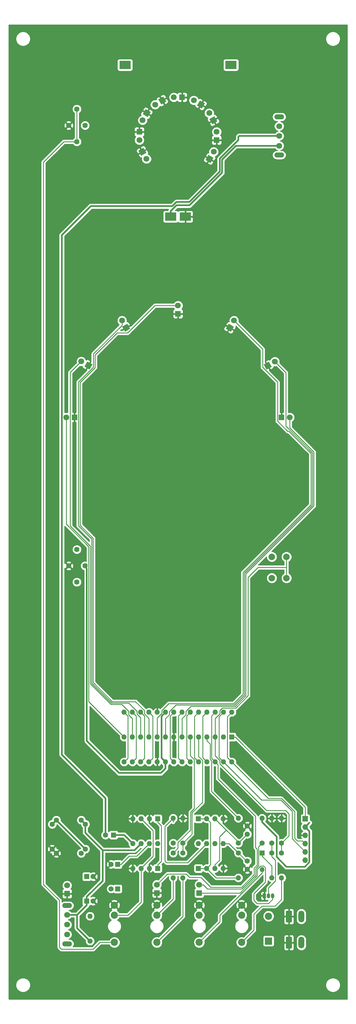
<source format=gbr>
G04 #@! TF.GenerationSoftware,KiCad,Pcbnew,(5.1.2-1)-1*
G04 #@! TF.CreationDate,2020-05-11T16:20:37-05:00*
G04 #@! TF.ProjectId,KnaveOfWorry,4b6e6176-654f-4665-976f-7272792e6b69,rev?*
G04 #@! TF.SameCoordinates,Original*
G04 #@! TF.FileFunction,Copper,L1,Top*
G04 #@! TF.FilePolarity,Positive*
%FSLAX46Y46*%
G04 Gerber Fmt 4.6, Leading zero omitted, Abs format (unit mm)*
G04 Created by KiCad (PCBNEW (5.1.2-1)-1) date 2020-05-11 16:20:37*
%MOMM*%
%LPD*%
G04 APERTURE LIST*
%ADD10C,1.600000*%
%ADD11R,1.600000X1.600000*%
%ADD12O,1.600000X1.600000*%
%ADD13C,1.800000*%
%ADD14O,3.000000X1.500000*%
%ADD15O,1.500000X1.500000*%
%ADD16R,1.500000X1.500000*%
%ADD17O,1.700000X1.700000*%
%ADD18R,1.700000X1.700000*%
%ADD19O,2.200000X2.200000*%
%ADD20R,2.200000X2.200000*%
%ADD21C,2.200000*%
%ADD22C,2.000000*%
%ADD23R,1.050000X1.500000*%
%ADD24O,1.050000X1.500000*%
%ADD25C,1.620000*%
%ADD26R,1.800000X1.800000*%
%ADD27C,0.100000*%
%ADD28O,1.800000X3.600000*%
%ADD29R,3.500000X2.500000*%
%ADD30C,0.500000*%
%ADD31C,0.250000*%
%ADD32C,0.254000*%
G04 APERTURE END LIST*
D10*
X30250000Y-249000000D03*
D11*
X32750000Y-249000000D03*
D12*
X54000000Y-243880000D03*
D10*
X54000000Y-251500000D03*
X51000000Y-251500000D03*
D12*
X51000000Y-243880000D03*
D10*
X51000000Y-254500000D03*
D12*
X51000000Y-262120000D03*
D10*
X54000000Y-254500000D03*
D12*
X54000000Y-262120000D03*
X71000000Y-243880000D03*
D10*
X71000000Y-251500000D03*
D12*
X71000000Y-262120000D03*
D10*
X71000000Y-254500000D03*
D12*
X78250000Y-243880000D03*
D10*
X78250000Y-251500000D03*
X81250000Y-251500000D03*
D12*
X81250000Y-243880000D03*
D10*
X84250000Y-251500000D03*
D12*
X84250000Y-243880000D03*
D10*
X81250000Y-254500000D03*
D12*
X81250000Y-262120000D03*
X84250000Y-262120000D03*
D10*
X84250000Y-254500000D03*
D13*
X18500000Y-273500000D03*
X18500000Y-276500000D03*
X18500000Y-279500000D03*
D14*
X18500000Y-282350000D03*
X18500000Y-270650000D03*
D11*
X24500000Y-269250000D03*
D10*
X26500000Y-269250000D03*
D11*
X24500000Y-261750000D03*
D10*
X26500000Y-261750000D03*
X32000000Y-258000000D03*
D11*
X34000000Y-258000000D03*
D10*
X32000000Y-265500000D03*
D11*
X34000000Y-265500000D03*
D15*
X78250000Y-259580000D03*
D16*
X78250000Y-254500000D03*
D17*
X91500000Y-256700000D03*
X91500000Y-254160000D03*
X91500000Y-251620000D03*
X91500000Y-249080000D03*
X91500000Y-246540000D03*
D18*
X91500000Y-244000000D03*
D10*
X73750000Y-248750000D03*
X73750000Y-246250000D03*
X73750000Y-259500000D03*
X73750000Y-257000000D03*
D19*
X80250000Y-273880000D03*
D20*
X80250000Y-281500000D03*
D21*
X72000000Y-270520000D03*
X72000000Y-273620000D03*
X72000000Y-281920000D03*
X59000000Y-281920000D03*
X59000000Y-273620000D03*
X59000000Y-270520000D03*
X46000000Y-281920000D03*
X46000000Y-273620000D03*
X46000000Y-270520000D03*
X33000000Y-281920000D03*
X33000000Y-273620000D03*
X33000000Y-270520000D03*
D14*
X83500000Y-40600000D03*
X83500000Y-28900000D03*
D13*
X83500000Y-31750000D03*
X83500000Y-34750000D03*
X83500000Y-37750000D03*
D22*
X81250000Y-170250000D03*
X85750000Y-170250000D03*
X81250000Y-163750000D03*
X85750000Y-163750000D03*
D12*
X58750000Y-251620000D03*
X66370000Y-244000000D03*
X61290000Y-251620000D03*
X63830000Y-244000000D03*
X63830000Y-251620000D03*
X61290000Y-244000000D03*
X66370000Y-251620000D03*
D11*
X58750000Y-244000000D03*
D12*
X58750000Y-251630000D03*
X66370000Y-259250000D03*
X61290000Y-251630000D03*
X63830000Y-259250000D03*
X63830000Y-251630000D03*
X61290000Y-259250000D03*
X66370000Y-251630000D03*
D11*
X58750000Y-259250000D03*
D12*
X46250000Y-251620000D03*
X38630000Y-244000000D03*
X43710000Y-251620000D03*
X41170000Y-244000000D03*
X41170000Y-251620000D03*
X43710000Y-244000000D03*
X38630000Y-251620000D03*
D11*
X46250000Y-244000000D03*
D12*
X46250000Y-251630000D03*
X38630000Y-259250000D03*
X43710000Y-251630000D03*
X41170000Y-259250000D03*
X41170000Y-251630000D03*
X43710000Y-259250000D03*
X38630000Y-251630000D03*
D11*
X46250000Y-259250000D03*
D12*
X69000000Y-226620000D03*
X35980000Y-219000000D03*
X66460000Y-226620000D03*
X38520000Y-219000000D03*
X63920000Y-226620000D03*
X41060000Y-219000000D03*
X61380000Y-226620000D03*
X43600000Y-219000000D03*
X58840000Y-226620000D03*
X46140000Y-219000000D03*
X56300000Y-226620000D03*
X48680000Y-219000000D03*
X53760000Y-226620000D03*
X51220000Y-219000000D03*
X51220000Y-226620000D03*
X53760000Y-219000000D03*
X48680000Y-226620000D03*
X56300000Y-219000000D03*
X46140000Y-226620000D03*
X58840000Y-219000000D03*
X43600000Y-226620000D03*
X61380000Y-219000000D03*
X41060000Y-226620000D03*
X63920000Y-219000000D03*
X38520000Y-226620000D03*
X66460000Y-219000000D03*
X35980000Y-226620000D03*
D11*
X69000000Y-219000000D03*
D12*
X69000000Y-211380000D03*
X35980000Y-219000000D03*
X66460000Y-211380000D03*
X38520000Y-219000000D03*
X63920000Y-211380000D03*
X41060000Y-219000000D03*
X61380000Y-211380000D03*
X43600000Y-219000000D03*
X58840000Y-211380000D03*
X46140000Y-219000000D03*
X56300000Y-211380000D03*
X48680000Y-219000000D03*
X53760000Y-211380000D03*
X51220000Y-219000000D03*
X51220000Y-211380000D03*
X53760000Y-219000000D03*
X48680000Y-211380000D03*
X56300000Y-219000000D03*
X46140000Y-211380000D03*
X58840000Y-219000000D03*
X43600000Y-211380000D03*
X61380000Y-219000000D03*
X41060000Y-211380000D03*
X63920000Y-219000000D03*
X38520000Y-211380000D03*
X66460000Y-219000000D03*
X35980000Y-211380000D03*
D11*
X69000000Y-219000000D03*
D23*
X79000000Y-267650000D03*
D24*
X81540000Y-267650000D03*
X80270000Y-267650000D03*
D10*
X24080000Y-253310000D03*
X24080000Y-245690000D03*
X13920000Y-253310000D03*
X13920000Y-245690000D03*
X15190000Y-244420000D03*
X22810000Y-244420000D03*
X15190000Y-254580000D03*
X22810000Y-254580000D03*
D25*
X24000000Y-166500000D03*
X21500000Y-171500000D03*
X19000000Y-166500000D03*
X24000000Y-31500000D03*
X21500000Y-36500000D03*
X19000000Y-31500000D03*
D13*
X59000000Y-264230000D03*
D26*
X59000000Y-266770000D03*
X46000000Y-266770000D03*
D13*
X46000000Y-264230000D03*
D26*
X18500000Y-267000000D03*
D13*
X18500000Y-264460000D03*
D26*
X84230000Y-121000000D03*
D13*
X86770000Y-121000000D03*
X79988030Y-105168750D03*
D27*
G36*
X79658607Y-106398173D02*
G01*
X78758607Y-104839327D01*
X80317453Y-103939327D01*
X81217453Y-105498173D01*
X79658607Y-106398173D01*
X79658607Y-106398173D01*
G37*
D13*
X82187734Y-103898750D03*
X68398750Y-93530057D03*
D27*
G36*
X68728173Y-94759480D02*
G01*
X67169327Y-93859480D01*
X68069327Y-92300634D01*
X69628173Y-93200634D01*
X68728173Y-94759480D01*
X68728173Y-94759480D01*
G37*
D13*
X69668750Y-91330353D03*
D26*
X52500000Y-89270000D03*
D13*
X52500000Y-86730000D03*
X36601250Y-93530057D03*
D27*
G36*
X37830673Y-93859480D02*
G01*
X36271827Y-94759480D01*
X35371827Y-93200634D01*
X36930673Y-92300634D01*
X37830673Y-93859480D01*
X37830673Y-93859480D01*
G37*
D13*
X35331250Y-91330353D03*
X25030057Y-105101250D03*
D27*
G36*
X26259480Y-104771827D02*
G01*
X25359480Y-106330673D01*
X23800634Y-105430673D01*
X24700634Y-103871827D01*
X26259480Y-104771827D01*
X26259480Y-104771827D01*
G37*
D13*
X22830353Y-103831250D03*
D26*
X20770000Y-121000000D03*
D13*
X18230000Y-121000000D03*
X63431151Y-39584191D03*
X62161151Y-41783895D03*
D27*
G36*
X62490574Y-43013318D02*
G01*
X60931728Y-42113318D01*
X61831728Y-40554472D01*
X63390574Y-41454472D01*
X62490574Y-43013318D01*
X62490574Y-43013318D01*
G37*
D13*
X64350000Y-33480000D03*
D26*
X64350000Y-36020000D03*
D13*
X62070326Y-27740441D03*
X63340326Y-29940145D03*
D27*
G36*
X64569749Y-30269568D02*
G01*
X63010903Y-31169568D01*
X62110903Y-29610722D01*
X63669749Y-28710722D01*
X64569749Y-30269568D01*
X64569749Y-30269568D01*
G37*
D13*
X57334191Y-23818849D03*
X59533895Y-25088849D03*
D27*
G36*
X60763318Y-24759426D02*
G01*
X59863318Y-26318272D01*
X58304472Y-25418272D01*
X59204472Y-23859426D01*
X60763318Y-24759426D01*
X60763318Y-24759426D01*
G37*
D13*
X51230000Y-22900000D03*
D26*
X53770000Y-22900000D03*
D13*
X45484191Y-25156349D03*
X47683895Y-23886349D03*
D27*
G36*
X48013318Y-22656926D02*
G01*
X48913318Y-24215772D01*
X47354472Y-25115772D01*
X46454472Y-23556926D01*
X48013318Y-22656926D01*
X48013318Y-22656926D01*
G37*
D13*
X41636349Y-29933895D03*
X42906349Y-27734191D03*
D27*
G36*
X42576926Y-26504768D02*
G01*
X44135772Y-27404768D01*
X43235772Y-28963614D01*
X41676926Y-28063614D01*
X42576926Y-26504768D01*
X42576926Y-26504768D01*
G37*
D13*
X40650000Y-36020000D03*
D26*
X40650000Y-33480000D03*
D13*
X42838849Y-41783895D03*
X41568849Y-39584191D03*
D27*
G36*
X40339426Y-39254768D02*
G01*
X41898272Y-38354768D01*
X42798272Y-39913614D01*
X41239426Y-40813614D01*
X40339426Y-39254768D01*
X40339426Y-39254768D01*
G37*
D10*
X73750000Y-246250000D03*
X73750000Y-248750000D03*
D11*
X34000000Y-265500000D03*
D10*
X32000000Y-265500000D03*
X73750000Y-257000000D03*
X73750000Y-259500000D03*
X26500000Y-269250000D03*
D11*
X24500000Y-269250000D03*
X34000000Y-258000000D03*
D10*
X32000000Y-258000000D03*
D11*
X32750000Y-249000000D03*
D10*
X30250000Y-249000000D03*
X26500000Y-261750000D03*
D11*
X24500000Y-261750000D03*
D13*
X18500000Y-264460000D03*
D26*
X18500000Y-267000000D03*
D20*
X80250000Y-281500000D03*
D19*
X80250000Y-273880000D03*
D21*
X33000000Y-270520000D03*
X33000000Y-273620000D03*
X33000000Y-281920000D03*
D27*
G36*
X87174504Y-272201204D02*
G01*
X87198773Y-272204804D01*
X87222571Y-272210765D01*
X87245671Y-272219030D01*
X87267849Y-272229520D01*
X87288893Y-272242133D01*
X87308598Y-272256747D01*
X87326777Y-272273223D01*
X87343253Y-272291402D01*
X87357867Y-272311107D01*
X87370480Y-272332151D01*
X87380970Y-272354329D01*
X87389235Y-272377429D01*
X87395196Y-272401227D01*
X87398796Y-272425496D01*
X87400000Y-272450000D01*
X87400000Y-275550000D01*
X87398796Y-275574504D01*
X87395196Y-275598773D01*
X87389235Y-275622571D01*
X87380970Y-275645671D01*
X87370480Y-275667849D01*
X87357867Y-275688893D01*
X87343253Y-275708598D01*
X87326777Y-275726777D01*
X87308598Y-275743253D01*
X87288893Y-275757867D01*
X87267849Y-275770480D01*
X87245671Y-275780970D01*
X87222571Y-275789235D01*
X87198773Y-275795196D01*
X87174504Y-275798796D01*
X87150000Y-275800000D01*
X85850000Y-275800000D01*
X85825496Y-275798796D01*
X85801227Y-275795196D01*
X85777429Y-275789235D01*
X85754329Y-275780970D01*
X85732151Y-275770480D01*
X85711107Y-275757867D01*
X85691402Y-275743253D01*
X85673223Y-275726777D01*
X85656747Y-275708598D01*
X85642133Y-275688893D01*
X85629520Y-275667849D01*
X85619030Y-275645671D01*
X85610765Y-275622571D01*
X85604804Y-275598773D01*
X85601204Y-275574504D01*
X85600000Y-275550000D01*
X85600000Y-272450000D01*
X85601204Y-272425496D01*
X85604804Y-272401227D01*
X85610765Y-272377429D01*
X85619030Y-272354329D01*
X85629520Y-272332151D01*
X85642133Y-272311107D01*
X85656747Y-272291402D01*
X85673223Y-272273223D01*
X85691402Y-272256747D01*
X85711107Y-272242133D01*
X85732151Y-272229520D01*
X85754329Y-272219030D01*
X85777429Y-272210765D01*
X85801227Y-272204804D01*
X85825496Y-272201204D01*
X85850000Y-272200000D01*
X87150000Y-272200000D01*
X87174504Y-272201204D01*
X87174504Y-272201204D01*
G37*
D13*
X86500000Y-274000000D03*
D28*
X90310000Y-274000000D03*
X90310000Y-274000000D03*
D27*
G36*
X87174504Y-272201204D02*
G01*
X87198773Y-272204804D01*
X87222571Y-272210765D01*
X87245671Y-272219030D01*
X87267849Y-272229520D01*
X87288893Y-272242133D01*
X87308598Y-272256747D01*
X87326777Y-272273223D01*
X87343253Y-272291402D01*
X87357867Y-272311107D01*
X87370480Y-272332151D01*
X87380970Y-272354329D01*
X87389235Y-272377429D01*
X87395196Y-272401227D01*
X87398796Y-272425496D01*
X87400000Y-272450000D01*
X87400000Y-275550000D01*
X87398796Y-275574504D01*
X87395196Y-275598773D01*
X87389235Y-275622571D01*
X87380970Y-275645671D01*
X87370480Y-275667849D01*
X87357867Y-275688893D01*
X87343253Y-275708598D01*
X87326777Y-275726777D01*
X87308598Y-275743253D01*
X87288893Y-275757867D01*
X87267849Y-275770480D01*
X87245671Y-275780970D01*
X87222571Y-275789235D01*
X87198773Y-275795196D01*
X87174504Y-275798796D01*
X87150000Y-275800000D01*
X85850000Y-275800000D01*
X85825496Y-275798796D01*
X85801227Y-275795196D01*
X85777429Y-275789235D01*
X85754329Y-275780970D01*
X85732151Y-275770480D01*
X85711107Y-275757867D01*
X85691402Y-275743253D01*
X85673223Y-275726777D01*
X85656747Y-275708598D01*
X85642133Y-275688893D01*
X85629520Y-275667849D01*
X85619030Y-275645671D01*
X85610765Y-275622571D01*
X85604804Y-275598773D01*
X85601204Y-275574504D01*
X85600000Y-275550000D01*
X85600000Y-272450000D01*
X85601204Y-272425496D01*
X85604804Y-272401227D01*
X85610765Y-272377429D01*
X85619030Y-272354329D01*
X85629520Y-272332151D01*
X85642133Y-272311107D01*
X85656747Y-272291402D01*
X85673223Y-272273223D01*
X85691402Y-272256747D01*
X85711107Y-272242133D01*
X85732151Y-272229520D01*
X85754329Y-272219030D01*
X85777429Y-272210765D01*
X85801227Y-272204804D01*
X85825496Y-272201204D01*
X85850000Y-272200000D01*
X87150000Y-272200000D01*
X87174504Y-272201204D01*
X87174504Y-272201204D01*
G37*
D13*
X86500000Y-274000000D03*
D27*
G36*
X87174504Y-280201204D02*
G01*
X87198773Y-280204804D01*
X87222571Y-280210765D01*
X87245671Y-280219030D01*
X87267849Y-280229520D01*
X87288893Y-280242133D01*
X87308598Y-280256747D01*
X87326777Y-280273223D01*
X87343253Y-280291402D01*
X87357867Y-280311107D01*
X87370480Y-280332151D01*
X87380970Y-280354329D01*
X87389235Y-280377429D01*
X87395196Y-280401227D01*
X87398796Y-280425496D01*
X87400000Y-280450000D01*
X87400000Y-283550000D01*
X87398796Y-283574504D01*
X87395196Y-283598773D01*
X87389235Y-283622571D01*
X87380970Y-283645671D01*
X87370480Y-283667849D01*
X87357867Y-283688893D01*
X87343253Y-283708598D01*
X87326777Y-283726777D01*
X87308598Y-283743253D01*
X87288893Y-283757867D01*
X87267849Y-283770480D01*
X87245671Y-283780970D01*
X87222571Y-283789235D01*
X87198773Y-283795196D01*
X87174504Y-283798796D01*
X87150000Y-283800000D01*
X85850000Y-283800000D01*
X85825496Y-283798796D01*
X85801227Y-283795196D01*
X85777429Y-283789235D01*
X85754329Y-283780970D01*
X85732151Y-283770480D01*
X85711107Y-283757867D01*
X85691402Y-283743253D01*
X85673223Y-283726777D01*
X85656747Y-283708598D01*
X85642133Y-283688893D01*
X85629520Y-283667849D01*
X85619030Y-283645671D01*
X85610765Y-283622571D01*
X85604804Y-283598773D01*
X85601204Y-283574504D01*
X85600000Y-283550000D01*
X85600000Y-280450000D01*
X85601204Y-280425496D01*
X85604804Y-280401227D01*
X85610765Y-280377429D01*
X85619030Y-280354329D01*
X85629520Y-280332151D01*
X85642133Y-280311107D01*
X85656747Y-280291402D01*
X85673223Y-280273223D01*
X85691402Y-280256747D01*
X85711107Y-280242133D01*
X85732151Y-280229520D01*
X85754329Y-280219030D01*
X85777429Y-280210765D01*
X85801227Y-280204804D01*
X85825496Y-280201204D01*
X85850000Y-280200000D01*
X87150000Y-280200000D01*
X87174504Y-280201204D01*
X87174504Y-280201204D01*
G37*
D13*
X86500000Y-282000000D03*
D28*
X90310000Y-282000000D03*
X90310000Y-282000000D03*
D27*
G36*
X87174504Y-280201204D02*
G01*
X87198773Y-280204804D01*
X87222571Y-280210765D01*
X87245671Y-280219030D01*
X87267849Y-280229520D01*
X87288893Y-280242133D01*
X87308598Y-280256747D01*
X87326777Y-280273223D01*
X87343253Y-280291402D01*
X87357867Y-280311107D01*
X87370480Y-280332151D01*
X87380970Y-280354329D01*
X87389235Y-280377429D01*
X87395196Y-280401227D01*
X87398796Y-280425496D01*
X87400000Y-280450000D01*
X87400000Y-283550000D01*
X87398796Y-283574504D01*
X87395196Y-283598773D01*
X87389235Y-283622571D01*
X87380970Y-283645671D01*
X87370480Y-283667849D01*
X87357867Y-283688893D01*
X87343253Y-283708598D01*
X87326777Y-283726777D01*
X87308598Y-283743253D01*
X87288893Y-283757867D01*
X87267849Y-283770480D01*
X87245671Y-283780970D01*
X87222571Y-283789235D01*
X87198773Y-283795196D01*
X87174504Y-283798796D01*
X87150000Y-283800000D01*
X85850000Y-283800000D01*
X85825496Y-283798796D01*
X85801227Y-283795196D01*
X85777429Y-283789235D01*
X85754329Y-283780970D01*
X85732151Y-283770480D01*
X85711107Y-283757867D01*
X85691402Y-283743253D01*
X85673223Y-283726777D01*
X85656747Y-283708598D01*
X85642133Y-283688893D01*
X85629520Y-283667849D01*
X85619030Y-283645671D01*
X85610765Y-283622571D01*
X85604804Y-283598773D01*
X85601204Y-283574504D01*
X85600000Y-283550000D01*
X85600000Y-280450000D01*
X85601204Y-280425496D01*
X85604804Y-280401227D01*
X85610765Y-280377429D01*
X85619030Y-280354329D01*
X85629520Y-280332151D01*
X85642133Y-280311107D01*
X85656747Y-280291402D01*
X85673223Y-280273223D01*
X85691402Y-280256747D01*
X85711107Y-280242133D01*
X85732151Y-280229520D01*
X85754329Y-280219030D01*
X85777429Y-280210765D01*
X85801227Y-280204804D01*
X85825496Y-280201204D01*
X85850000Y-280200000D01*
X87150000Y-280200000D01*
X87174504Y-280201204D01*
X87174504Y-280201204D01*
G37*
D13*
X86500000Y-282000000D03*
D21*
X46000000Y-270520000D03*
X46000000Y-273620000D03*
X46000000Y-281920000D03*
X59000000Y-270520000D03*
X59000000Y-273620000D03*
X59000000Y-281920000D03*
X72000000Y-281920000D03*
X72000000Y-273620000D03*
X72000000Y-270520000D03*
D29*
X68750000Y-13000000D03*
X36250000Y-13000000D03*
X50250000Y-59500000D03*
X54750000Y-59500000D03*
D24*
X80270000Y-267650000D03*
X81540000Y-267650000D03*
D23*
X79000000Y-267650000D03*
D10*
X71000000Y-254500000D03*
D12*
X71000000Y-262120000D03*
X51000000Y-243880000D03*
D10*
X51000000Y-251500000D03*
X25500000Y-281500000D03*
D12*
X25500000Y-273880000D03*
D10*
X78250000Y-251500000D03*
D12*
X78250000Y-243880000D03*
X54000000Y-262120000D03*
D10*
X54000000Y-254500000D03*
X54000000Y-251500000D03*
D12*
X54000000Y-243880000D03*
X81250000Y-262120000D03*
D10*
X81250000Y-254500000D03*
D12*
X51000000Y-262120000D03*
D10*
X51000000Y-254500000D03*
D12*
X81250000Y-243880000D03*
D10*
X81250000Y-251500000D03*
X84250000Y-254500000D03*
D12*
X84250000Y-262120000D03*
X84250000Y-243880000D03*
D10*
X84250000Y-251500000D03*
D25*
X19000000Y-166500000D03*
X21500000Y-161500000D03*
X24000000Y-166500000D03*
X19000000Y-31500000D03*
X21500000Y-26500000D03*
X24000000Y-31500000D03*
D14*
X18500000Y-270650000D03*
X18500000Y-282350000D03*
D13*
X18500000Y-279500000D03*
X18500000Y-276500000D03*
X18500000Y-273500000D03*
D22*
X85750000Y-170250000D03*
X81250000Y-170250000D03*
X85750000Y-163750000D03*
X81250000Y-163750000D03*
D13*
X83500000Y-37750000D03*
X83500000Y-34750000D03*
X83500000Y-31750000D03*
D14*
X83500000Y-28900000D03*
X83500000Y-40600000D03*
D16*
X78250000Y-254500000D03*
D15*
X78250000Y-259580000D03*
D10*
X71000000Y-251500000D03*
D12*
X71000000Y-243880000D03*
D18*
X91500000Y-244000000D03*
D17*
X91500000Y-246540000D03*
X91500000Y-249080000D03*
X91500000Y-251620000D03*
X91500000Y-254160000D03*
X91500000Y-256700000D03*
D29*
X36250000Y-13000000D03*
X68750000Y-13000000D03*
X54750000Y-59500000D03*
X50250000Y-59500000D03*
D30*
X47880001Y-225820001D02*
X48680000Y-226620000D01*
X47429999Y-225369999D02*
X47880001Y-225820001D01*
X47429999Y-212630001D02*
X47429999Y-225369999D01*
X48680000Y-211380000D02*
X47429999Y-212630001D01*
X78250000Y-245011370D02*
X82750000Y-249511370D01*
X78250000Y-243880000D02*
X78250000Y-245011370D01*
X82750000Y-249511370D02*
X82750000Y-255750000D01*
X82750000Y-255750000D02*
X85750000Y-258750000D01*
X92800001Y-247840001D02*
X92349999Y-247389999D01*
X92800001Y-257324001D02*
X92800001Y-247840001D01*
X92349999Y-247389999D02*
X91500000Y-246540000D01*
X91374002Y-258750000D02*
X92800001Y-257324001D01*
X85750000Y-258750000D02*
X91374002Y-258750000D01*
X48680000Y-228620000D02*
X48680000Y-226620000D01*
X47300000Y-230000000D02*
X48680000Y-228620000D01*
X34400000Y-230000000D02*
X47300000Y-230000000D01*
X92349999Y-245690001D02*
X91500000Y-246540000D01*
X92800001Y-245239999D02*
X92349999Y-245690001D01*
X24000000Y-166750000D02*
X24559991Y-167309991D01*
X24000000Y-166500000D02*
X24000000Y-166750000D01*
X24559991Y-167309991D02*
X24559991Y-220159991D01*
X24559991Y-220159991D02*
X24700000Y-220300000D01*
X24700000Y-220300000D02*
X34400000Y-230000000D01*
X15190000Y-244420000D02*
X24080000Y-253310000D01*
X13920000Y-245690000D02*
X15190000Y-244420000D01*
D31*
X71000000Y-251170000D02*
X71000000Y-251500000D01*
X71000000Y-251500000D02*
X73750000Y-248750000D01*
X65244999Y-249555001D02*
X67315000Y-247485000D01*
X67315000Y-247485000D02*
X71000000Y-251170000D01*
X65244999Y-256703631D02*
X65244999Y-249555001D01*
X63830000Y-259250000D02*
X63830000Y-258118630D01*
X63830000Y-258118630D02*
X65244999Y-256703631D01*
X63830000Y-244000000D02*
X67315000Y-247485000D01*
X68130000Y-251630000D02*
X71000000Y-254500000D01*
X66370000Y-251630000D02*
X68130000Y-251630000D01*
X73500000Y-257000000D02*
X73750000Y-257000000D01*
X71000000Y-254500000D02*
X73500000Y-257000000D01*
D30*
X24500000Y-270550000D02*
X24500000Y-269250000D01*
X21550000Y-273500000D02*
X24500000Y-270550000D01*
X18500000Y-273500000D02*
X21550000Y-273500000D01*
X39490000Y-253310000D02*
X41170000Y-251630000D01*
X21550000Y-277550000D02*
X25500000Y-281500000D01*
X21550000Y-273500000D02*
X21550000Y-277550000D01*
X24080000Y-245690000D02*
X22810000Y-244420000D01*
X24500000Y-267950000D02*
X24500000Y-269250000D01*
X29400000Y-263050000D02*
X24500000Y-267950000D01*
X29400000Y-253650000D02*
X29400000Y-263050000D01*
X24080000Y-248330000D02*
X29400000Y-253650000D01*
X24080000Y-245690000D02*
X24080000Y-248330000D01*
X39150000Y-253650000D02*
X39490000Y-253310000D01*
X29400000Y-253650000D02*
X39150000Y-253650000D01*
D31*
X35050000Y-258000000D02*
X37550000Y-255500000D01*
X34000000Y-258000000D02*
X35050000Y-258000000D01*
X42910001Y-252419999D02*
X43710000Y-251620000D01*
X39830000Y-255500000D02*
X42910001Y-252419999D01*
X37550000Y-255500000D02*
X39830000Y-255500000D01*
D30*
X37830001Y-250820001D02*
X38630000Y-251620000D01*
X36010000Y-249000000D02*
X37830001Y-250820001D01*
X32750000Y-249000000D02*
X36010000Y-249000000D01*
X30250000Y-237750000D02*
X30250000Y-249000000D01*
X16879999Y-65120001D02*
X16879999Y-224379999D01*
X52000000Y-55000000D02*
X50750000Y-56250000D01*
X71000000Y-36000000D02*
X65299990Y-41700010D01*
X56000000Y-55000000D02*
X52000000Y-55000000D01*
X65299990Y-45700010D02*
X56000000Y-55000000D01*
X71000000Y-35000000D02*
X71000000Y-36000000D01*
X16879999Y-224379999D02*
X30250000Y-237750000D01*
X71250000Y-34750000D02*
X71000000Y-35000000D01*
X65299990Y-41700010D02*
X65299990Y-45700010D01*
X25750000Y-56250000D02*
X16879999Y-65120001D01*
X50750000Y-56250000D02*
X25750000Y-56250000D01*
X83500000Y-34750000D02*
X71250000Y-34750000D01*
D31*
X36779999Y-225820001D02*
X35980000Y-226620000D01*
X37105001Y-225494999D02*
X36779999Y-225820001D01*
X37105001Y-212505001D02*
X37105001Y-225494999D01*
X35980000Y-211380000D02*
X37105001Y-212505001D01*
X39645001Y-225494999D02*
X39319999Y-225820001D01*
X39645001Y-212505001D02*
X39645001Y-225494999D01*
X39319999Y-225820001D02*
X38520000Y-226620000D01*
X38520000Y-211380000D02*
X39645001Y-212505001D01*
X41859999Y-225820001D02*
X41060000Y-226620000D01*
X42185001Y-212505001D02*
X42185001Y-225494999D01*
X42185001Y-225494999D02*
X41859999Y-225820001D01*
X41060000Y-211380000D02*
X42185001Y-212505001D01*
X44399999Y-225820001D02*
X43600000Y-226620000D01*
X44725001Y-225494999D02*
X44399999Y-225820001D01*
X44725001Y-212505001D02*
X44725001Y-225494999D01*
X43600000Y-211380000D02*
X44725001Y-212505001D01*
X50420001Y-225820001D02*
X51220000Y-226620000D01*
X50094999Y-212505001D02*
X50094999Y-225494999D01*
X50094999Y-225494999D02*
X50420001Y-225820001D01*
X51220000Y-211380000D02*
X50094999Y-212505001D01*
X52634999Y-225494999D02*
X52960001Y-225820001D01*
X52634999Y-212505001D02*
X52634999Y-225494999D01*
X52960001Y-225820001D02*
X53760000Y-226620000D01*
X53760000Y-211380000D02*
X52634999Y-212505001D01*
X55174999Y-225494999D02*
X55500001Y-225820001D01*
X55174999Y-212505001D02*
X55174999Y-225494999D01*
X55500001Y-225820001D02*
X56300000Y-226620000D01*
X56300000Y-211380000D02*
X55174999Y-212505001D01*
X58040001Y-225820001D02*
X58840000Y-226620000D01*
X57500000Y-225280000D02*
X58040001Y-225820001D01*
X57500000Y-212720000D02*
X57500000Y-225280000D01*
X58840000Y-211380000D02*
X57500000Y-212720000D01*
X60100000Y-225340000D02*
X60580001Y-225820001D01*
X60100000Y-212660000D02*
X60100000Y-225340000D01*
X60580001Y-225820001D02*
X61380000Y-226620000D01*
X61380000Y-211380000D02*
X60100000Y-212660000D01*
X18230000Y-121000000D02*
X18230000Y-153730000D01*
X35180001Y-218200001D02*
X35980000Y-219000000D01*
X25135001Y-208155001D02*
X35180001Y-218200001D01*
X25135001Y-160635001D02*
X25135001Y-208155001D01*
X18230000Y-153730000D02*
X25135001Y-160635001D01*
X38520000Y-213283590D02*
X38520000Y-219000000D01*
X37394999Y-211129997D02*
X37394999Y-212158589D01*
X35265002Y-209000000D02*
X37394999Y-211129997D01*
X25585011Y-202650013D02*
X31934998Y-209000000D01*
X37394999Y-212158589D02*
X38520000Y-213283590D01*
X25585011Y-160448601D02*
X25585011Y-202650013D01*
X19455001Y-154318591D02*
X25585011Y-160448601D01*
X31934998Y-209000000D02*
X35265002Y-209000000D01*
X19455001Y-107206602D02*
X19455001Y-154318591D01*
X22830353Y-103831250D02*
X19455001Y-107206602D01*
X41060000Y-213045002D02*
X41060000Y-219000000D01*
X37354992Y-208549990D02*
X39934999Y-211129997D01*
X32121398Y-208549990D02*
X37354992Y-208549990D01*
X22000000Y-154200422D02*
X26035021Y-158235443D01*
X26035021Y-202463613D02*
X32121398Y-208549990D01*
X26035021Y-158235443D02*
X26035021Y-202463613D01*
X22000000Y-110149789D02*
X22000000Y-154200422D01*
X35331250Y-92781575D02*
X26584490Y-101528335D01*
X26584490Y-105565299D02*
X22000000Y-110149789D01*
X39934999Y-211920001D02*
X41060000Y-213045002D01*
X39934999Y-211129997D02*
X39934999Y-211920001D01*
X26584490Y-101528335D02*
X26584490Y-105565299D01*
X35331250Y-91330353D02*
X35331250Y-92781575D01*
X42185001Y-211868591D02*
X43600000Y-213283590D01*
X39444982Y-208099980D02*
X42185001Y-210839999D01*
X32349980Y-208099980D02*
X39444982Y-208099980D01*
X26485031Y-202235031D02*
X32349980Y-208099980D01*
X43600000Y-213283590D02*
X43600000Y-217868630D01*
X37065299Y-95084490D02*
X33834490Y-95084490D01*
X26485031Y-168014969D02*
X26485031Y-202235031D01*
X45419789Y-86730000D02*
X37065299Y-95084490D01*
X26500000Y-168000000D02*
X26485031Y-168014969D01*
X42185001Y-210839999D02*
X42185001Y-211868591D01*
X26500000Y-158064012D02*
X26500000Y-168000000D01*
X27034499Y-105751700D02*
X22450010Y-110336189D01*
X22450010Y-154014022D02*
X26500000Y-158064012D01*
X22450010Y-110336189D02*
X22450010Y-154014022D01*
X27034500Y-101884480D02*
X27034499Y-105751700D01*
X43600000Y-217868630D02*
X43600000Y-219000000D01*
X33834490Y-95084490D02*
X27034500Y-101884480D01*
X52500000Y-86730000D02*
X45419789Y-86730000D01*
X46140000Y-213106814D02*
X46140000Y-219000000D01*
X47554999Y-211691815D02*
X46140000Y-213106814D01*
X47554999Y-210839999D02*
X47554999Y-211691815D01*
X49694988Y-208700010D02*
X49447499Y-208947499D01*
X72424990Y-205825010D02*
X69549990Y-208700010D01*
X72424990Y-168575010D02*
X72424990Y-205825010D01*
X49447499Y-208947499D02*
X47554999Y-210839999D01*
X93250000Y-132000000D02*
X93250000Y-147750000D01*
X86500000Y-125250000D02*
X93250000Y-132000000D01*
X83000000Y-122155002D02*
X86094998Y-125250000D01*
X83000000Y-110199202D02*
X83000000Y-122155002D01*
X78433597Y-105632799D02*
X83000000Y-110199202D01*
X93250000Y-147750000D02*
X72424990Y-168575010D01*
X69549990Y-208700010D02*
X49694988Y-208700010D01*
X86094998Y-125250000D02*
X86500000Y-125250000D01*
X78433597Y-100095200D02*
X78433597Y-105632799D01*
X69668750Y-91330353D02*
X78433597Y-100095200D01*
X85544999Y-107256015D02*
X82187734Y-103898750D01*
X93700010Y-131813600D02*
X85544999Y-123658589D01*
X49805001Y-211194999D02*
X51849980Y-209150020D01*
X72875000Y-206125000D02*
X72875000Y-168761410D01*
X69849980Y-209150020D02*
X72875000Y-206125000D01*
X93700009Y-147936401D02*
X93700010Y-131813600D01*
X49805001Y-212158589D02*
X49805001Y-211194999D01*
X48680000Y-213283590D02*
X49805001Y-212158589D01*
X85544999Y-123658589D02*
X85544999Y-107256015D01*
X72875000Y-168761410D02*
X93700009Y-147936401D01*
X51849980Y-209150020D02*
X69849980Y-209150020D01*
X48680000Y-219000000D02*
X48680000Y-213283590D01*
X53760000Y-213283590D02*
X53760000Y-217868630D01*
X86770000Y-121000000D02*
X86770000Y-124247180D01*
X54885001Y-212158589D02*
X53760000Y-213283590D01*
X54885001Y-211114999D02*
X54885001Y-212158589D01*
X70036381Y-209600029D02*
X69849566Y-209600030D01*
X94150019Y-131627201D02*
X94150018Y-148122802D01*
X69849566Y-209600030D02*
X56399970Y-209600030D01*
X73325010Y-168947810D02*
X73325010Y-206311400D01*
X73325010Y-206311400D02*
X70036381Y-209600029D01*
X56399970Y-209600030D02*
X54885001Y-211114999D01*
X53760000Y-217868630D02*
X53760000Y-219000000D01*
X94150018Y-148122802D02*
X73325010Y-168947810D01*
X86770000Y-124247180D02*
X94150019Y-131627201D01*
X62794999Y-225494999D02*
X63120001Y-225820001D01*
X62794999Y-212505001D02*
X62794999Y-225494999D01*
X63120001Y-225820001D02*
X63920000Y-226620000D01*
X63920000Y-211380000D02*
X62794999Y-212505001D01*
X64719999Y-227419999D02*
X64719999Y-231719999D01*
X63920000Y-226620000D02*
X64719999Y-227419999D01*
X76250000Y-243250000D02*
X76250000Y-252863590D01*
X64719999Y-231719999D02*
X76250000Y-243250000D01*
X76724989Y-253338579D02*
X76250000Y-252863590D01*
X75849982Y-259116196D02*
X76724989Y-258241189D01*
X75849981Y-261127199D02*
X75849982Y-259116196D01*
X76724989Y-258241189D02*
X76724989Y-253338579D01*
X71977180Y-265000000D02*
X75849981Y-261127199D01*
X59500000Y-262000000D02*
X62500000Y-265000000D01*
X62500000Y-265000000D02*
X71977180Y-265000000D01*
X49235001Y-260994999D02*
X54994999Y-260994999D01*
X56000000Y-262000000D02*
X59500000Y-262000000D01*
X54994999Y-260994999D02*
X56000000Y-262000000D01*
X46000000Y-264230000D02*
X49235001Y-260994999D01*
X91500000Y-242900000D02*
X91500000Y-244000000D01*
X91500000Y-240450000D02*
X91500000Y-242900000D01*
X70050000Y-219000000D02*
X91500000Y-240450000D01*
X69000000Y-219000000D02*
X70050000Y-219000000D01*
X75750000Y-269000000D02*
X75750000Y-267000000D01*
X78766001Y-258504999D02*
X77733999Y-258504999D01*
X79325001Y-259063999D02*
X78766001Y-258504999D01*
X71480000Y-266770000D02*
X70423590Y-266770000D01*
X79325001Y-263424999D02*
X79325001Y-259063999D01*
X75750000Y-267000000D02*
X79325001Y-263424999D01*
X81540000Y-268650000D02*
X80190000Y-270000000D01*
X76750000Y-270000000D02*
X75750000Y-269000000D01*
X76750000Y-259488998D02*
X76750000Y-261500000D01*
X76750000Y-261500000D02*
X71480000Y-266770000D01*
X80190000Y-270000000D02*
X76750000Y-270000000D01*
X70423590Y-266770000D02*
X59000000Y-266770000D01*
X77733999Y-258504999D02*
X76750000Y-259488998D01*
X81540000Y-267650000D02*
X81540000Y-268650000D01*
X65330000Y-275590000D02*
X59000000Y-281920000D01*
X65330000Y-273560660D02*
X65330000Y-273580000D01*
X78250000Y-260640660D02*
X65330000Y-273560660D01*
X78250000Y-259580000D02*
X78250000Y-260640660D01*
X65330000Y-273580000D02*
X65330000Y-275590000D01*
X68200001Y-225820001D02*
X69000000Y-226620000D01*
X67585001Y-225205001D02*
X68200001Y-225820001D01*
X67585001Y-212794999D02*
X67585001Y-225205001D01*
X69000000Y-211380000D02*
X67585001Y-212794999D01*
X80179990Y-237799990D02*
X69000000Y-226620000D01*
X91500000Y-251620000D02*
X90650001Y-250770001D01*
X88250000Y-241863590D02*
X84186401Y-237799991D01*
X88250000Y-250000000D02*
X88250000Y-241863590D01*
X84186401Y-237799991D02*
X80179990Y-237799990D01*
X89020001Y-250770001D02*
X88250000Y-250000000D01*
X90650001Y-250770001D02*
X89020001Y-250770001D01*
X65660001Y-225820001D02*
X66460000Y-226620000D01*
X65045001Y-225205001D02*
X65660001Y-225820001D01*
X65045001Y-212794999D02*
X65045001Y-225205001D01*
X66460000Y-211380000D02*
X65045001Y-212794999D01*
X78090000Y-238250000D02*
X84000000Y-238250000D01*
X66460000Y-226620000D02*
X78090000Y-238250000D01*
X84000000Y-238250000D02*
X87500000Y-241750000D01*
X87500000Y-250160000D02*
X91750000Y-254410000D01*
X87500000Y-241750000D02*
X87500000Y-250160000D01*
X41969999Y-258450001D02*
X41170000Y-259250000D01*
X44835001Y-255584999D02*
X41969999Y-258450001D01*
X44835001Y-247665001D02*
X44835001Y-255584999D01*
X41170000Y-244000000D02*
X44835001Y-247665001D01*
X33000000Y-273620000D02*
X37130000Y-273620000D01*
X41170000Y-269580000D02*
X41170000Y-259250000D01*
X37130000Y-273620000D02*
X41170000Y-269580000D01*
X51000000Y-268620000D02*
X46000000Y-273620000D01*
X51000000Y-262120000D02*
X51000000Y-268620000D01*
X54000000Y-273920000D02*
X46000000Y-281920000D01*
X54000000Y-262120000D02*
X54000000Y-273920000D01*
X84250000Y-262120000D02*
X84250000Y-268750000D01*
X84250000Y-268750000D02*
X82250000Y-270750000D01*
X82250000Y-270750000D02*
X78250000Y-270750000D01*
X78250000Y-270750000D02*
X75750000Y-273250000D01*
X75750000Y-278170000D02*
X72000000Y-281920000D01*
X75750000Y-273250000D02*
X75750000Y-278170000D01*
X81250000Y-251500000D02*
X81250000Y-254500000D01*
X82375001Y-256756371D02*
X82375001Y-263124999D01*
X81250000Y-255631370D02*
X82375001Y-256756371D01*
X81250000Y-254500000D02*
X81250000Y-255631370D01*
X80270000Y-265230000D02*
X80270000Y-267650000D01*
X82375001Y-263124999D02*
X80270000Y-265230000D01*
X70200001Y-243080001D02*
X71000000Y-243880000D01*
X62794999Y-226294999D02*
X62794999Y-235674999D01*
X62344989Y-225844989D02*
X62794999Y-226294999D01*
X62794999Y-235674999D02*
X70200001Y-243080001D01*
X62344989Y-221096359D02*
X62344989Y-225844989D01*
X61380000Y-220131370D02*
X62344989Y-221096359D01*
X61380000Y-219000000D02*
X61380000Y-220131370D01*
X58750000Y-244000000D02*
X61290000Y-244000000D01*
X62415001Y-258124999D02*
X62089999Y-258450001D01*
X62089999Y-258450001D02*
X61290000Y-259250000D01*
X62415001Y-245125001D02*
X62415001Y-258124999D01*
X61290000Y-244000000D02*
X62415001Y-245125001D01*
X58750000Y-259250000D02*
X61290000Y-259250000D01*
X64160000Y-262120000D02*
X71000000Y-262120000D01*
X61290000Y-259250000D02*
X64160000Y-262120000D01*
X51000000Y-243880000D02*
X51000000Y-245011370D01*
X48500000Y-246380000D02*
X48500000Y-257000000D01*
X51000000Y-243880000D02*
X48500000Y-246380000D01*
X48500000Y-257000000D02*
X49000000Y-257500000D01*
X60490001Y-252419999D02*
X61290000Y-251620000D01*
X55410000Y-257500000D02*
X60490001Y-252419999D01*
X49000000Y-257500000D02*
X55410000Y-257500000D01*
X54000000Y-252631370D02*
X54000000Y-254500000D01*
X54000000Y-251500000D02*
X54000000Y-252631370D01*
X56250000Y-249250000D02*
X54000000Y-251500000D01*
X56800000Y-248700000D02*
X56250000Y-249250000D01*
X58840000Y-219000000D02*
X58840000Y-224954998D01*
X56800000Y-242200000D02*
X56800000Y-248700000D01*
X59965001Y-226079999D02*
X59965001Y-239034999D01*
X58840000Y-224954998D02*
X59965001Y-226079999D01*
X59965001Y-239034999D02*
X56800000Y-242200000D01*
X52500000Y-253000000D02*
X51000000Y-254500000D01*
X52500000Y-251334998D02*
X52500000Y-253000000D01*
X56349990Y-242013600D02*
X56349990Y-247485008D01*
X57425001Y-240938589D02*
X56349990Y-242013600D01*
X56300000Y-224716410D02*
X57425001Y-225841411D01*
X56349990Y-247485008D02*
X52500000Y-251334998D01*
X57425001Y-225841411D02*
X57425001Y-240938589D01*
X56300000Y-219000000D02*
X56300000Y-224716410D01*
X65334999Y-226131409D02*
X65334999Y-227160001D01*
X65334999Y-227160001D02*
X79674998Y-241500000D01*
X63920000Y-224716410D02*
X65334999Y-226131409D01*
X63920000Y-219000000D02*
X63920000Y-224716410D01*
X79674998Y-241500000D02*
X85500000Y-241500000D01*
X85500000Y-241500000D02*
X86500000Y-242500000D01*
X86500000Y-249250000D02*
X84250000Y-251500000D01*
X86500000Y-242500000D02*
X86500000Y-249250000D01*
X84250000Y-251500000D02*
X84250000Y-254500000D01*
X85750000Y-167250000D02*
X85750000Y-170250000D01*
X65334999Y-211868591D02*
X63920000Y-213283590D01*
X65334999Y-210839999D02*
X65334999Y-211868591D01*
X70222782Y-210050038D02*
X66124958Y-210050040D01*
X74000000Y-206272820D02*
X70222782Y-210050038D01*
X77000000Y-167000000D02*
X74000000Y-170000000D01*
X85750000Y-167000000D02*
X77000000Y-167000000D01*
X74000000Y-170000000D02*
X74000000Y-206272820D01*
X66124958Y-210050040D02*
X65334999Y-210839999D01*
X85750000Y-163750000D02*
X85750000Y-167000000D01*
X63920000Y-213283590D02*
X63920000Y-219000000D01*
X85750000Y-167000000D02*
X85750000Y-167250000D01*
X47375001Y-257074999D02*
X46250000Y-258200000D01*
X46250000Y-245050000D02*
X47375001Y-246175001D01*
X46250000Y-258200000D02*
X46250000Y-259250000D01*
X47375001Y-246175001D02*
X47375001Y-257074999D01*
X46250000Y-244000000D02*
X46250000Y-245050000D01*
D30*
X50250000Y-59500000D02*
X50750000Y-59500000D01*
X82227208Y-37750000D02*
X83500000Y-37750000D01*
X70250000Y-37750000D02*
X82227208Y-37750000D01*
X66000000Y-42000000D02*
X70250000Y-37750000D01*
X56000000Y-56000000D02*
X66000000Y-46000000D01*
X52000000Y-56000000D02*
X56000000Y-56000000D01*
X50250000Y-57750000D02*
X52000000Y-56000000D01*
X66000000Y-46000000D02*
X66000000Y-42000000D01*
X50250000Y-59500000D02*
X50250000Y-57750000D01*
D31*
X77174999Y-252575001D02*
X77250000Y-252500000D01*
X77174999Y-258427589D02*
X77174999Y-252575001D01*
X76299991Y-259302597D02*
X77174999Y-258427589D01*
X72113590Y-265500000D02*
X76299990Y-261313600D01*
X77250000Y-252500000D02*
X78250000Y-251500000D01*
X61542792Y-265500000D02*
X72113590Y-265500000D01*
X60272792Y-264230000D02*
X61542792Y-265500000D01*
X76299990Y-261313600D02*
X76299991Y-259302597D01*
X59000000Y-264230000D02*
X60272792Y-264230000D01*
X81250000Y-260988630D02*
X81250000Y-262120000D01*
X81250000Y-258500000D02*
X81250000Y-260988630D01*
X78250000Y-255500000D02*
X81250000Y-258500000D01*
X78250000Y-254500000D02*
X78250000Y-255500000D01*
X33000000Y-281920000D02*
X31444366Y-281920000D01*
X21500000Y-26500000D02*
X21500000Y-36500000D01*
X21500000Y-36500000D02*
X17500000Y-36500000D01*
X17500000Y-36500000D02*
X11250000Y-42750000D01*
X11250000Y-42750000D02*
X11250000Y-54000000D01*
X11250000Y-54000000D02*
X11250000Y-53750000D01*
X11250000Y-264150020D02*
X11250000Y-54000000D01*
X15674990Y-268575010D02*
X16049990Y-268950010D01*
X15674990Y-268575010D02*
X11250000Y-264150020D01*
X16174990Y-269075010D02*
X16174990Y-283424990D01*
X16174990Y-269075010D02*
X15674990Y-268575010D01*
X16174990Y-283424990D02*
X16750000Y-284000000D01*
X16750000Y-284000000D02*
X26500000Y-284000000D01*
X28580000Y-281920000D02*
X31444366Y-281920000D01*
X26500000Y-284000000D02*
X28580000Y-281920000D01*
D32*
G36*
X104340000Y-299340000D02*
G01*
X660000Y-299340000D01*
X660000Y-294779872D01*
X2765000Y-294779872D01*
X2765000Y-295220128D01*
X2850890Y-295651925D01*
X3019369Y-296058669D01*
X3263962Y-296424729D01*
X3575271Y-296736038D01*
X3941331Y-296980631D01*
X4348075Y-297149110D01*
X4779872Y-297235000D01*
X5220128Y-297235000D01*
X5651925Y-297149110D01*
X6058669Y-296980631D01*
X6424729Y-296736038D01*
X6736038Y-296424729D01*
X6980631Y-296058669D01*
X7149110Y-295651925D01*
X7235000Y-295220128D01*
X7235000Y-294779872D01*
X97765000Y-294779872D01*
X97765000Y-295220128D01*
X97850890Y-295651925D01*
X98019369Y-296058669D01*
X98263962Y-296424729D01*
X98575271Y-296736038D01*
X98941331Y-296980631D01*
X99348075Y-297149110D01*
X99779872Y-297235000D01*
X100220128Y-297235000D01*
X100651925Y-297149110D01*
X101058669Y-296980631D01*
X101424729Y-296736038D01*
X101736038Y-296424729D01*
X101980631Y-296058669D01*
X102149110Y-295651925D01*
X102235000Y-295220128D01*
X102235000Y-294779872D01*
X102149110Y-294348075D01*
X101980631Y-293941331D01*
X101736038Y-293575271D01*
X101424729Y-293263962D01*
X101058669Y-293019369D01*
X100651925Y-292850890D01*
X100220128Y-292765000D01*
X99779872Y-292765000D01*
X99348075Y-292850890D01*
X98941331Y-293019369D01*
X98575271Y-293263962D01*
X98263962Y-293575271D01*
X98019369Y-293941331D01*
X97850890Y-294348075D01*
X97765000Y-294779872D01*
X7235000Y-294779872D01*
X7149110Y-294348075D01*
X6980631Y-293941331D01*
X6736038Y-293575271D01*
X6424729Y-293263962D01*
X6058669Y-293019369D01*
X5651925Y-292850890D01*
X5220128Y-292765000D01*
X4779872Y-292765000D01*
X4348075Y-292850890D01*
X3941331Y-293019369D01*
X3575271Y-293263962D01*
X3263962Y-293575271D01*
X3019369Y-293941331D01*
X2850890Y-294348075D01*
X2765000Y-294779872D01*
X660000Y-294779872D01*
X660000Y-42750000D01*
X10486324Y-42750000D01*
X10490000Y-42787322D01*
X10490001Y-53712657D01*
X10490000Y-53712667D01*
X10490000Y-54037332D01*
X10490001Y-54037342D01*
X10490000Y-264112698D01*
X10486324Y-264150020D01*
X10490000Y-264187342D01*
X10490000Y-264187352D01*
X10500997Y-264299005D01*
X10527193Y-264385363D01*
X10544454Y-264442266D01*
X10615026Y-264574296D01*
X10632039Y-264595026D01*
X10709999Y-264690021D01*
X10739003Y-264713824D01*
X15163987Y-269138809D01*
X15163993Y-269138814D01*
X15414990Y-269389811D01*
X15414991Y-283387658D01*
X15411314Y-283424990D01*
X15414991Y-283462323D01*
X15425988Y-283573976D01*
X15430341Y-283588325D01*
X15469444Y-283717236D01*
X15540016Y-283849266D01*
X15601745Y-283924482D01*
X15634990Y-283964991D01*
X15663988Y-283988789D01*
X16186200Y-284511002D01*
X16209999Y-284540001D01*
X16238997Y-284563799D01*
X16325723Y-284634974D01*
X16457753Y-284705546D01*
X16601014Y-284749003D01*
X16712667Y-284760000D01*
X16712677Y-284760000D01*
X16750000Y-284763676D01*
X16787323Y-284760000D01*
X26462678Y-284760000D01*
X26500000Y-284763676D01*
X26537322Y-284760000D01*
X26537333Y-284760000D01*
X26648986Y-284749003D01*
X26792247Y-284705546D01*
X26924276Y-284634974D01*
X27040001Y-284540001D01*
X27063804Y-284510997D01*
X27774801Y-283800000D01*
X84961928Y-283800000D01*
X84974188Y-283924482D01*
X85010498Y-284044180D01*
X85069463Y-284154494D01*
X85148815Y-284251185D01*
X85245506Y-284330537D01*
X85355820Y-284389502D01*
X85475518Y-284425812D01*
X85600000Y-284438072D01*
X86214250Y-284435000D01*
X86373000Y-284276250D01*
X86373000Y-282127000D01*
X86627000Y-282127000D01*
X86627000Y-284276250D01*
X86785750Y-284435000D01*
X87400000Y-284438072D01*
X87524482Y-284425812D01*
X87644180Y-284389502D01*
X87754494Y-284330537D01*
X87851185Y-284251185D01*
X87930537Y-284154494D01*
X87989502Y-284044180D01*
X88025812Y-283924482D01*
X88038072Y-283800000D01*
X88035000Y-282285750D01*
X87876250Y-282127000D01*
X86627000Y-282127000D01*
X86373000Y-282127000D01*
X85123750Y-282127000D01*
X84965000Y-282285750D01*
X84961928Y-283800000D01*
X27774801Y-283800000D01*
X28894802Y-282680000D01*
X31436852Y-282680000D01*
X31462463Y-282741831D01*
X31652337Y-283025998D01*
X31894002Y-283267663D01*
X32178169Y-283457537D01*
X32493919Y-283588325D01*
X32829117Y-283655000D01*
X33170883Y-283655000D01*
X33506081Y-283588325D01*
X33821831Y-283457537D01*
X34105998Y-283267663D01*
X34347663Y-283025998D01*
X34537537Y-282741831D01*
X34668325Y-282426081D01*
X34735000Y-282090883D01*
X34735000Y-281749117D01*
X34668325Y-281413919D01*
X34537537Y-281098169D01*
X34347663Y-280814002D01*
X34105998Y-280572337D01*
X33821831Y-280382463D01*
X33506081Y-280251675D01*
X33170883Y-280185000D01*
X32829117Y-280185000D01*
X32493919Y-280251675D01*
X32178169Y-280382463D01*
X31894002Y-280572337D01*
X31652337Y-280814002D01*
X31462463Y-281098169D01*
X31436852Y-281160000D01*
X28617322Y-281160000D01*
X28579999Y-281156324D01*
X28542676Y-281160000D01*
X28542667Y-281160000D01*
X28431014Y-281170997D01*
X28287753Y-281214454D01*
X28155724Y-281285026D01*
X28039999Y-281379999D01*
X28016201Y-281408997D01*
X26185199Y-283240000D01*
X20311292Y-283240000D01*
X20407157Y-283123188D01*
X20535764Y-282882581D01*
X20614960Y-282621507D01*
X20641701Y-282350000D01*
X20614960Y-282078493D01*
X20535764Y-281817419D01*
X20407157Y-281576812D01*
X20234081Y-281365919D01*
X20023188Y-281192843D01*
X19782581Y-281064236D01*
X19521507Y-280985040D01*
X19318037Y-280965000D01*
X18974326Y-280965000D01*
X19227095Y-280860299D01*
X19478505Y-280692312D01*
X19692312Y-280478505D01*
X19860299Y-280227095D01*
X19976011Y-279947743D01*
X20035000Y-279651184D01*
X20035000Y-279348816D01*
X19976011Y-279052257D01*
X19860299Y-278772905D01*
X19692312Y-278521495D01*
X19478505Y-278307688D01*
X19227095Y-278139701D01*
X18947743Y-278023989D01*
X18827142Y-278000000D01*
X18947743Y-277976011D01*
X19227095Y-277860299D01*
X19478505Y-277692312D01*
X19692312Y-277478505D01*
X19860299Y-277227095D01*
X19976011Y-276947743D01*
X20035000Y-276651184D01*
X20035000Y-276348816D01*
X19976011Y-276052257D01*
X19860299Y-275772905D01*
X19692312Y-275521495D01*
X19478505Y-275307688D01*
X19227095Y-275139701D01*
X18947743Y-275023989D01*
X18827142Y-275000000D01*
X18947743Y-274976011D01*
X19227095Y-274860299D01*
X19478505Y-274692312D01*
X19692312Y-274478505D01*
X19754790Y-274385000D01*
X20665000Y-274385000D01*
X20665001Y-277506521D01*
X20660719Y-277550000D01*
X20677805Y-277723490D01*
X20728412Y-277890313D01*
X20810590Y-278044059D01*
X20893468Y-278145046D01*
X20893471Y-278145049D01*
X20921184Y-278178817D01*
X20954951Y-278206530D01*
X24071983Y-281323561D01*
X24065000Y-281358665D01*
X24065000Y-281641335D01*
X24120147Y-281918574D01*
X24228320Y-282179727D01*
X24385363Y-282414759D01*
X24585241Y-282614637D01*
X24820273Y-282771680D01*
X25081426Y-282879853D01*
X25358665Y-282935000D01*
X25641335Y-282935000D01*
X25918574Y-282879853D01*
X26179727Y-282771680D01*
X26414759Y-282614637D01*
X26614637Y-282414759D01*
X26771680Y-282179727D01*
X26879853Y-281918574D01*
X26935000Y-281641335D01*
X26935000Y-281358665D01*
X26879853Y-281081426D01*
X26771680Y-280820273D01*
X26614637Y-280585241D01*
X26414759Y-280385363D01*
X26179727Y-280228320D01*
X25918574Y-280120147D01*
X25641335Y-280065000D01*
X25358665Y-280065000D01*
X25323561Y-280071983D01*
X22435000Y-277183422D01*
X22435000Y-273880000D01*
X24058057Y-273880000D01*
X24085764Y-274161309D01*
X24167818Y-274431808D01*
X24301068Y-274681101D01*
X24480392Y-274899608D01*
X24698899Y-275078932D01*
X24948192Y-275212182D01*
X25218691Y-275294236D01*
X25429508Y-275315000D01*
X25570492Y-275315000D01*
X25781309Y-275294236D01*
X26051808Y-275212182D01*
X26301101Y-275078932D01*
X26519608Y-274899608D01*
X26698932Y-274681101D01*
X26832182Y-274431808D01*
X26914236Y-274161309D01*
X26941943Y-273880000D01*
X26914236Y-273598691D01*
X26832182Y-273328192D01*
X26698932Y-273078899D01*
X26519608Y-272860392D01*
X26301101Y-272681068D01*
X26051808Y-272547818D01*
X25781309Y-272465764D01*
X25570492Y-272445000D01*
X25429508Y-272445000D01*
X25218691Y-272465764D01*
X24948192Y-272547818D01*
X24698899Y-272681068D01*
X24480392Y-272860392D01*
X24301068Y-273078899D01*
X24167818Y-273328192D01*
X24085764Y-273598691D01*
X24058057Y-273880000D01*
X22435000Y-273880000D01*
X22435000Y-273866578D01*
X25095050Y-271206529D01*
X25128817Y-271178817D01*
X25239411Y-271044059D01*
X25321589Y-270890313D01*
X25372195Y-270723490D01*
X25376425Y-270680545D01*
X25424482Y-270675812D01*
X25544180Y-270639502D01*
X25654494Y-270580537D01*
X25751185Y-270501185D01*
X25761807Y-270488242D01*
X26013996Y-270607571D01*
X26288184Y-270676300D01*
X26570512Y-270690217D01*
X26850130Y-270648787D01*
X27046284Y-270578639D01*
X31257591Y-270578639D01*
X31302511Y-270917439D01*
X31412664Y-271240966D01*
X31518662Y-271439274D01*
X31793288Y-271547107D01*
X32820395Y-270520000D01*
X33179605Y-270520000D01*
X34206712Y-271547107D01*
X34481338Y-271439274D01*
X34632216Y-271132616D01*
X34720369Y-270802415D01*
X34742409Y-270461361D01*
X34697489Y-270122561D01*
X34587336Y-269799034D01*
X34481338Y-269600726D01*
X34206712Y-269492893D01*
X33179605Y-270520000D01*
X32820395Y-270520000D01*
X31793288Y-269492893D01*
X31518662Y-269600726D01*
X31367784Y-269907384D01*
X31279631Y-270237585D01*
X31257591Y-270578639D01*
X27046284Y-270578639D01*
X27116292Y-270553603D01*
X27241514Y-270486671D01*
X27313097Y-270242702D01*
X26500000Y-269429605D01*
X26485858Y-269443748D01*
X26306253Y-269264143D01*
X26320395Y-269250000D01*
X26679605Y-269250000D01*
X27492702Y-270063097D01*
X27736671Y-269991514D01*
X27857571Y-269736004D01*
X27926300Y-269461816D01*
X27933621Y-269313288D01*
X31972893Y-269313288D01*
X33000000Y-270340395D01*
X34027107Y-269313288D01*
X33919274Y-269038662D01*
X33612616Y-268887784D01*
X33282415Y-268799631D01*
X32941361Y-268777591D01*
X32602561Y-268822511D01*
X32279034Y-268932664D01*
X32080726Y-269038662D01*
X31972893Y-269313288D01*
X27933621Y-269313288D01*
X27940217Y-269179488D01*
X27898787Y-268899870D01*
X27803603Y-268633708D01*
X27736671Y-268508486D01*
X27492702Y-268436903D01*
X26679605Y-269250000D01*
X26320395Y-269250000D01*
X26306253Y-269235858D01*
X26485858Y-269056253D01*
X26500000Y-269070395D01*
X27313097Y-268257298D01*
X27241514Y-268013329D01*
X26986004Y-267892429D01*
X26711816Y-267823700D01*
X26429488Y-267809783D01*
X26149870Y-267851213D01*
X25883708Y-267946397D01*
X25761691Y-268011616D01*
X25751185Y-267998815D01*
X25724589Y-267976989D01*
X28342913Y-265358665D01*
X30565000Y-265358665D01*
X30565000Y-265641335D01*
X30620147Y-265918574D01*
X30728320Y-266179727D01*
X30885363Y-266414759D01*
X31085241Y-266614637D01*
X31320273Y-266771680D01*
X31581426Y-266879853D01*
X31858665Y-266935000D01*
X32141335Y-266935000D01*
X32418574Y-266879853D01*
X32679727Y-266771680D01*
X32735210Y-266734607D01*
X32748815Y-266751185D01*
X32845506Y-266830537D01*
X32955820Y-266889502D01*
X33075518Y-266925812D01*
X33200000Y-266938072D01*
X34800000Y-266938072D01*
X34924482Y-266925812D01*
X35044180Y-266889502D01*
X35154494Y-266830537D01*
X35251185Y-266751185D01*
X35330537Y-266654494D01*
X35389502Y-266544180D01*
X35425812Y-266424482D01*
X35438072Y-266300000D01*
X35438072Y-264700000D01*
X35425812Y-264575518D01*
X35389502Y-264455820D01*
X35330537Y-264345506D01*
X35251185Y-264248815D01*
X35154494Y-264169463D01*
X35044180Y-264110498D01*
X34924482Y-264074188D01*
X34800000Y-264061928D01*
X33200000Y-264061928D01*
X33075518Y-264074188D01*
X32955820Y-264110498D01*
X32845506Y-264169463D01*
X32748815Y-264248815D01*
X32735210Y-264265393D01*
X32679727Y-264228320D01*
X32418574Y-264120147D01*
X32141335Y-264065000D01*
X31858665Y-264065000D01*
X31581426Y-264120147D01*
X31320273Y-264228320D01*
X31085241Y-264385363D01*
X30885363Y-264585241D01*
X30728320Y-264820273D01*
X30620147Y-265081426D01*
X30565000Y-265358665D01*
X28342913Y-265358665D01*
X29995049Y-263706530D01*
X30028817Y-263678817D01*
X30139411Y-263544059D01*
X30221589Y-263390313D01*
X30272195Y-263223490D01*
X30285000Y-263093477D01*
X30285000Y-263093467D01*
X30289281Y-263050001D01*
X30285000Y-263006535D01*
X30285000Y-259599040D01*
X37238091Y-259599040D01*
X37332930Y-259863881D01*
X37477615Y-260105131D01*
X37666586Y-260313519D01*
X37892580Y-260481037D01*
X38146913Y-260601246D01*
X38280961Y-260641904D01*
X38503000Y-260519915D01*
X38503000Y-259377000D01*
X37359376Y-259377000D01*
X37238091Y-259599040D01*
X30285000Y-259599040D01*
X30285000Y-258070512D01*
X30559783Y-258070512D01*
X30601213Y-258350130D01*
X30696397Y-258616292D01*
X30763329Y-258741514D01*
X31007298Y-258813097D01*
X31820395Y-258000000D01*
X31007298Y-257186903D01*
X30763329Y-257258486D01*
X30642429Y-257513996D01*
X30573700Y-257788184D01*
X30559783Y-258070512D01*
X30285000Y-258070512D01*
X30285000Y-254535000D01*
X39106531Y-254535000D01*
X39150000Y-254539281D01*
X39193469Y-254535000D01*
X39193477Y-254535000D01*
X39323490Y-254522195D01*
X39490313Y-254471589D01*
X39644059Y-254389411D01*
X39778817Y-254278817D01*
X39806534Y-254245044D01*
X40146532Y-253905046D01*
X40996704Y-253054875D01*
X41099508Y-253065000D01*
X41190198Y-253065000D01*
X39515199Y-254740000D01*
X37587323Y-254740000D01*
X37550000Y-254736324D01*
X37512677Y-254740000D01*
X37512667Y-254740000D01*
X37401014Y-254750997D01*
X37265032Y-254792246D01*
X37257753Y-254794454D01*
X37125723Y-254865026D01*
X37042083Y-254933668D01*
X37009999Y-254959999D01*
X36986201Y-254988997D01*
X35237563Y-256737636D01*
X35154494Y-256669463D01*
X35044180Y-256610498D01*
X34924482Y-256574188D01*
X34800000Y-256561928D01*
X33200000Y-256561928D01*
X33075518Y-256574188D01*
X32955820Y-256610498D01*
X32845506Y-256669463D01*
X32748815Y-256748815D01*
X32738193Y-256761758D01*
X32486004Y-256642429D01*
X32211816Y-256573700D01*
X31929488Y-256559783D01*
X31649870Y-256601213D01*
X31383708Y-256696397D01*
X31258486Y-256763329D01*
X31186903Y-257007298D01*
X32000000Y-257820395D01*
X32014143Y-257806253D01*
X32193748Y-257985858D01*
X32179605Y-258000000D01*
X32193748Y-258014143D01*
X32014143Y-258193748D01*
X32000000Y-258179605D01*
X31186903Y-258992702D01*
X31258486Y-259236671D01*
X31513996Y-259357571D01*
X31788184Y-259426300D01*
X32070512Y-259440217D01*
X32350130Y-259398787D01*
X32616292Y-259303603D01*
X32738309Y-259238384D01*
X32748815Y-259251185D01*
X32845506Y-259330537D01*
X32955820Y-259389502D01*
X33075518Y-259425812D01*
X33200000Y-259438072D01*
X34800000Y-259438072D01*
X34924482Y-259425812D01*
X35044180Y-259389502D01*
X35154494Y-259330537D01*
X35251185Y-259251185D01*
X35330537Y-259154494D01*
X35389502Y-259044180D01*
X35425812Y-258924482D01*
X35428128Y-258900960D01*
X37238091Y-258900960D01*
X37359376Y-259123000D01*
X38503000Y-259123000D01*
X38503000Y-257980085D01*
X38280961Y-257858096D01*
X38146913Y-257898754D01*
X37892580Y-258018963D01*
X37666586Y-258186481D01*
X37477615Y-258394869D01*
X37332930Y-258636119D01*
X37238091Y-258900960D01*
X35428128Y-258900960D01*
X35438072Y-258800000D01*
X35438072Y-258654326D01*
X35474276Y-258634974D01*
X35590001Y-258540001D01*
X35613804Y-258510997D01*
X37864802Y-256260000D01*
X39792678Y-256260000D01*
X39830000Y-256263676D01*
X39867322Y-256260000D01*
X39867333Y-256260000D01*
X39978986Y-256249003D01*
X40122247Y-256205546D01*
X40254276Y-256134974D01*
X40370001Y-256040001D01*
X40393804Y-256010997D01*
X43376422Y-253028380D01*
X43428691Y-253044236D01*
X43639508Y-253065000D01*
X43780492Y-253065000D01*
X43991309Y-253044236D01*
X44075002Y-253018848D01*
X44075002Y-255270196D01*
X41495907Y-257849292D01*
X41451309Y-257835764D01*
X41240492Y-257815000D01*
X41099508Y-257815000D01*
X40888691Y-257835764D01*
X40618192Y-257917818D01*
X40368899Y-258051068D01*
X40150392Y-258230392D01*
X39971068Y-258448899D01*
X39897421Y-258586682D01*
X39782385Y-258394869D01*
X39593414Y-258186481D01*
X39367420Y-258018963D01*
X39113087Y-257898754D01*
X38979039Y-257858096D01*
X38757000Y-257980085D01*
X38757000Y-259123000D01*
X38777000Y-259123000D01*
X38777000Y-259377000D01*
X38757000Y-259377000D01*
X38757000Y-260519915D01*
X38979039Y-260641904D01*
X39113087Y-260601246D01*
X39367420Y-260481037D01*
X39593414Y-260313519D01*
X39782385Y-260105131D01*
X39897421Y-259913318D01*
X39971068Y-260051101D01*
X40150392Y-260269608D01*
X40368899Y-260448932D01*
X40410001Y-260470901D01*
X40410000Y-269265198D01*
X36815199Y-272860000D01*
X34563148Y-272860000D01*
X34537537Y-272798169D01*
X34347663Y-272514002D01*
X34105998Y-272272337D01*
X33821831Y-272082463D01*
X33791221Y-272069784D01*
X33919274Y-272001338D01*
X34027107Y-271726712D01*
X33000000Y-270699605D01*
X31972893Y-271726712D01*
X32080726Y-272001338D01*
X32214785Y-272067296D01*
X32178169Y-272082463D01*
X31894002Y-272272337D01*
X31652337Y-272514002D01*
X31462463Y-272798169D01*
X31331675Y-273113919D01*
X31265000Y-273449117D01*
X31265000Y-273790883D01*
X31331675Y-274126081D01*
X31462463Y-274441831D01*
X31652337Y-274725998D01*
X31894002Y-274967663D01*
X32059884Y-275078502D01*
X31988698Y-275107988D01*
X31639017Y-275341637D01*
X31341637Y-275639017D01*
X31107988Y-275988698D01*
X30947047Y-276377244D01*
X30865000Y-276789721D01*
X30865000Y-277210279D01*
X30947047Y-277622756D01*
X31107988Y-278011302D01*
X31341637Y-278360983D01*
X31639017Y-278658363D01*
X31988698Y-278892012D01*
X32377244Y-279052953D01*
X32789721Y-279135000D01*
X33210279Y-279135000D01*
X33622756Y-279052953D01*
X34011302Y-278892012D01*
X34360983Y-278658363D01*
X34658363Y-278360983D01*
X34892012Y-278011302D01*
X35052953Y-277622756D01*
X35135000Y-277210279D01*
X35135000Y-276789721D01*
X35052953Y-276377244D01*
X34892012Y-275988698D01*
X34658363Y-275639017D01*
X34360983Y-275341637D01*
X34011302Y-275107988D01*
X33940116Y-275078502D01*
X34105998Y-274967663D01*
X34347663Y-274725998D01*
X34537537Y-274441831D01*
X34563148Y-274380000D01*
X37092678Y-274380000D01*
X37130000Y-274383676D01*
X37167322Y-274380000D01*
X37167333Y-274380000D01*
X37278986Y-274369003D01*
X37422247Y-274325546D01*
X37554276Y-274254974D01*
X37670001Y-274160001D01*
X37693804Y-274130997D01*
X41246162Y-270578639D01*
X44257591Y-270578639D01*
X44302511Y-270917439D01*
X44412664Y-271240966D01*
X44518662Y-271439274D01*
X44793288Y-271547107D01*
X45820395Y-270520000D01*
X44793288Y-269492893D01*
X44518662Y-269600726D01*
X44367784Y-269907384D01*
X44279631Y-270237585D01*
X44257591Y-270578639D01*
X41246162Y-270578639D01*
X41681004Y-270143798D01*
X41710001Y-270120001D01*
X41804974Y-270004276D01*
X41875546Y-269872247D01*
X41919003Y-269728986D01*
X41930000Y-269617333D01*
X41930000Y-269617325D01*
X41933676Y-269580000D01*
X41930000Y-269542675D01*
X41930000Y-269313288D01*
X44972893Y-269313288D01*
X46000000Y-270340395D01*
X47027107Y-269313288D01*
X46919274Y-269038662D01*
X46612616Y-268887784D01*
X46282415Y-268799631D01*
X45941361Y-268777591D01*
X45602561Y-268822511D01*
X45279034Y-268932664D01*
X45080726Y-269038662D01*
X44972893Y-269313288D01*
X41930000Y-269313288D01*
X41930000Y-267670000D01*
X44461928Y-267670000D01*
X44474188Y-267794482D01*
X44510498Y-267914180D01*
X44569463Y-268024494D01*
X44648815Y-268121185D01*
X44745506Y-268200537D01*
X44855820Y-268259502D01*
X44975518Y-268295812D01*
X45100000Y-268308072D01*
X45714250Y-268305000D01*
X45873000Y-268146250D01*
X45873000Y-266897000D01*
X46127000Y-266897000D01*
X46127000Y-268146250D01*
X46285750Y-268305000D01*
X46900000Y-268308072D01*
X47024482Y-268295812D01*
X47144180Y-268259502D01*
X47254494Y-268200537D01*
X47351185Y-268121185D01*
X47430537Y-268024494D01*
X47489502Y-267914180D01*
X47525812Y-267794482D01*
X47538072Y-267670000D01*
X47535000Y-267055750D01*
X47376250Y-266897000D01*
X46127000Y-266897000D01*
X45873000Y-266897000D01*
X44623750Y-266897000D01*
X44465000Y-267055750D01*
X44461928Y-267670000D01*
X41930000Y-267670000D01*
X41930000Y-260470901D01*
X41971101Y-260448932D01*
X42189608Y-260269608D01*
X42368932Y-260051101D01*
X42442579Y-259913318D01*
X42557615Y-260105131D01*
X42746586Y-260313519D01*
X42972580Y-260481037D01*
X43226913Y-260601246D01*
X43360961Y-260641904D01*
X43583000Y-260519915D01*
X43583000Y-259377000D01*
X43563000Y-259377000D01*
X43563000Y-259123000D01*
X43583000Y-259123000D01*
X43583000Y-257980085D01*
X43538929Y-257955872D01*
X45346004Y-256148798D01*
X45375002Y-256125000D01*
X45469975Y-256009275D01*
X45540547Y-255877246D01*
X45584004Y-255733985D01*
X45595001Y-255622332D01*
X45595001Y-255622324D01*
X45598677Y-255584999D01*
X45595001Y-255547674D01*
X45595001Y-252907025D01*
X45698192Y-252962182D01*
X45968691Y-253044236D01*
X46179508Y-253065000D01*
X46320492Y-253065000D01*
X46531309Y-253044236D01*
X46615002Y-253018848D01*
X46615002Y-256760196D01*
X45739002Y-257636196D01*
X45709999Y-257659999D01*
X45672620Y-257705546D01*
X45615026Y-257775724D01*
X45595674Y-257811928D01*
X45450000Y-257811928D01*
X45325518Y-257824188D01*
X45205820Y-257860498D01*
X45095506Y-257919463D01*
X44998815Y-257998815D01*
X44919463Y-258095506D01*
X44860498Y-258205820D01*
X44824188Y-258325518D01*
X44821769Y-258350080D01*
X44673414Y-258186481D01*
X44447420Y-258018963D01*
X44193087Y-257898754D01*
X44059039Y-257858096D01*
X43837000Y-257980085D01*
X43837000Y-259123000D01*
X43857000Y-259123000D01*
X43857000Y-259377000D01*
X43837000Y-259377000D01*
X43837000Y-260519915D01*
X44059039Y-260641904D01*
X44193087Y-260601246D01*
X44447420Y-260481037D01*
X44673414Y-260313519D01*
X44821769Y-260149920D01*
X44824188Y-260174482D01*
X44860498Y-260294180D01*
X44919463Y-260404494D01*
X44998815Y-260501185D01*
X45095506Y-260580537D01*
X45205820Y-260639502D01*
X45325518Y-260675812D01*
X45450000Y-260688072D01*
X47050000Y-260688072D01*
X47174482Y-260675812D01*
X47294180Y-260639502D01*
X47404494Y-260580537D01*
X47501185Y-260501185D01*
X47580537Y-260404494D01*
X47639502Y-260294180D01*
X47675812Y-260174482D01*
X47688072Y-260050000D01*
X47688072Y-258450000D01*
X47675812Y-258325518D01*
X47639502Y-258205820D01*
X47580537Y-258095506D01*
X47512364Y-258012437D01*
X47886004Y-257638798D01*
X47915002Y-257615000D01*
X47969891Y-257548118D01*
X47988998Y-257563799D01*
X48436196Y-258010997D01*
X48459999Y-258040001D01*
X48575724Y-258134974D01*
X48707753Y-258205546D01*
X48851014Y-258249003D01*
X48962667Y-258260000D01*
X48962675Y-258260000D01*
X49000000Y-258263676D01*
X49037325Y-258260000D01*
X55372678Y-258260000D01*
X55410000Y-258263676D01*
X55447322Y-258260000D01*
X55447333Y-258260000D01*
X55558986Y-258249003D01*
X55702247Y-258205546D01*
X55834276Y-258134974D01*
X55950001Y-258040001D01*
X55973804Y-258010997D01*
X60956422Y-253028380D01*
X61008691Y-253044236D01*
X61219508Y-253065000D01*
X61360492Y-253065000D01*
X61571309Y-253044236D01*
X61655002Y-253018848D01*
X61655002Y-257810197D01*
X61615907Y-257849292D01*
X61571309Y-257835764D01*
X61360492Y-257815000D01*
X61219508Y-257815000D01*
X61008691Y-257835764D01*
X60738192Y-257917818D01*
X60488899Y-258051068D01*
X60270392Y-258230392D01*
X60177581Y-258343482D01*
X60175812Y-258325518D01*
X60139502Y-258205820D01*
X60080537Y-258095506D01*
X60001185Y-257998815D01*
X59904494Y-257919463D01*
X59794180Y-257860498D01*
X59674482Y-257824188D01*
X59550000Y-257811928D01*
X57950000Y-257811928D01*
X57825518Y-257824188D01*
X57705820Y-257860498D01*
X57595506Y-257919463D01*
X57498815Y-257998815D01*
X57419463Y-258095506D01*
X57360498Y-258205820D01*
X57324188Y-258325518D01*
X57311928Y-258450000D01*
X57311928Y-260050000D01*
X57324188Y-260174482D01*
X57360498Y-260294180D01*
X57419463Y-260404494D01*
X57498815Y-260501185D01*
X57595506Y-260580537D01*
X57705820Y-260639502D01*
X57825518Y-260675812D01*
X57950000Y-260688072D01*
X59550000Y-260688072D01*
X59674482Y-260675812D01*
X59794180Y-260639502D01*
X59904494Y-260580537D01*
X60001185Y-260501185D01*
X60080537Y-260404494D01*
X60139502Y-260294180D01*
X60175812Y-260174482D01*
X60177581Y-260156518D01*
X60270392Y-260269608D01*
X60488899Y-260448932D01*
X60738192Y-260582182D01*
X61008691Y-260664236D01*
X61219508Y-260685000D01*
X61360492Y-260685000D01*
X61571309Y-260664236D01*
X61615906Y-260650708D01*
X63596201Y-262631003D01*
X63619999Y-262660001D01*
X63648997Y-262683799D01*
X63735723Y-262754974D01*
X63809072Y-262794180D01*
X63867753Y-262825546D01*
X64011014Y-262869003D01*
X64122667Y-262880000D01*
X64122677Y-262880000D01*
X64160000Y-262883676D01*
X64197323Y-262880000D01*
X69779099Y-262880000D01*
X69801068Y-262921101D01*
X69980392Y-263139608D01*
X70198899Y-263318932D01*
X70448192Y-263452182D01*
X70718691Y-263534236D01*
X70929508Y-263555000D01*
X71070492Y-263555000D01*
X71281309Y-263534236D01*
X71551808Y-263452182D01*
X71801101Y-263318932D01*
X72019608Y-263139608D01*
X72198932Y-262921101D01*
X72332182Y-262671808D01*
X72414236Y-262401309D01*
X72441943Y-262120000D01*
X72414236Y-261838691D01*
X72332182Y-261568192D01*
X72198932Y-261318899D01*
X72019608Y-261100392D01*
X71801101Y-260921068D01*
X71551808Y-260787818D01*
X71281309Y-260705764D01*
X71070492Y-260685000D01*
X70929508Y-260685000D01*
X70718691Y-260705764D01*
X70448192Y-260787818D01*
X70198899Y-260921068D01*
X69980392Y-261100392D01*
X69801068Y-261318899D01*
X69779099Y-261360000D01*
X64474802Y-261360000D01*
X63799802Y-260685000D01*
X63900492Y-260685000D01*
X64111309Y-260664236D01*
X64381808Y-260582182D01*
X64631101Y-260448932D01*
X64849608Y-260269608D01*
X65028932Y-260051101D01*
X65102579Y-259913318D01*
X65217615Y-260105131D01*
X65406586Y-260313519D01*
X65632580Y-260481037D01*
X65886913Y-260601246D01*
X66020961Y-260641904D01*
X66243000Y-260519915D01*
X66243000Y-259377000D01*
X66497000Y-259377000D01*
X66497000Y-260519915D01*
X66719039Y-260641904D01*
X66853087Y-260601246D01*
X67082739Y-260492702D01*
X72936903Y-260492702D01*
X73008486Y-260736671D01*
X73263996Y-260857571D01*
X73538184Y-260926300D01*
X73820512Y-260940217D01*
X74100130Y-260898787D01*
X74366292Y-260803603D01*
X74491514Y-260736671D01*
X74563097Y-260492702D01*
X73750000Y-259679605D01*
X72936903Y-260492702D01*
X67082739Y-260492702D01*
X67107420Y-260481037D01*
X67333414Y-260313519D01*
X67522385Y-260105131D01*
X67667070Y-259863881D01*
X67761909Y-259599040D01*
X67746327Y-259570512D01*
X72309783Y-259570512D01*
X72351213Y-259850130D01*
X72446397Y-260116292D01*
X72513329Y-260241514D01*
X72757298Y-260313097D01*
X73570395Y-259500000D01*
X72757298Y-258686903D01*
X72513329Y-258758486D01*
X72392429Y-259013996D01*
X72323700Y-259288184D01*
X72309783Y-259570512D01*
X67746327Y-259570512D01*
X67640624Y-259377000D01*
X66497000Y-259377000D01*
X66243000Y-259377000D01*
X66223000Y-259377000D01*
X66223000Y-259123000D01*
X66243000Y-259123000D01*
X66243000Y-257980085D01*
X66497000Y-257980085D01*
X66497000Y-259123000D01*
X67640624Y-259123000D01*
X67761909Y-258900960D01*
X67667070Y-258636119D01*
X67522385Y-258394869D01*
X67333414Y-258186481D01*
X67107420Y-258018963D01*
X66853087Y-257898754D01*
X66719039Y-257858096D01*
X66497000Y-257980085D01*
X66243000Y-257980085D01*
X66020961Y-257858096D01*
X65886913Y-257898754D01*
X65632580Y-258018963D01*
X65406586Y-258186481D01*
X65217615Y-258394869D01*
X65102579Y-258586682D01*
X65028932Y-258448899D01*
X64849608Y-258230392D01*
X64818538Y-258204893D01*
X65756003Y-257267429D01*
X65785000Y-257243632D01*
X65879973Y-257127907D01*
X65950545Y-256995878D01*
X65994002Y-256852617D01*
X66004999Y-256740964D01*
X66004999Y-256740956D01*
X66008675Y-256703631D01*
X66004999Y-256666306D01*
X66004999Y-253018849D01*
X66088691Y-253044236D01*
X66299508Y-253065000D01*
X66440492Y-253065000D01*
X66651309Y-253044236D01*
X66921808Y-252962182D01*
X67171101Y-252828932D01*
X67389608Y-252649608D01*
X67568932Y-252431101D01*
X67590901Y-252390000D01*
X67815199Y-252390000D01*
X69601312Y-254176114D01*
X69565000Y-254358665D01*
X69565000Y-254641335D01*
X69620147Y-254918574D01*
X69728320Y-255179727D01*
X69885363Y-255414759D01*
X70085241Y-255614637D01*
X70320273Y-255771680D01*
X70581426Y-255879853D01*
X70858665Y-255935000D01*
X71141335Y-255935000D01*
X71323886Y-255898688D01*
X72315000Y-256889802D01*
X72315000Y-257141335D01*
X72370147Y-257418574D01*
X72478320Y-257679727D01*
X72635363Y-257914759D01*
X72835241Y-258114637D01*
X73035869Y-258248692D01*
X73008486Y-258263329D01*
X72936903Y-258507298D01*
X73750000Y-259320395D01*
X74563097Y-258507298D01*
X74491514Y-258263329D01*
X74462659Y-258249676D01*
X74664759Y-258114637D01*
X74864637Y-257914759D01*
X75021680Y-257679727D01*
X75129853Y-257418574D01*
X75185000Y-257141335D01*
X75185000Y-256858665D01*
X75129853Y-256581426D01*
X75021680Y-256320273D01*
X74864637Y-256085241D01*
X74664759Y-255885363D01*
X74429727Y-255728320D01*
X74168574Y-255620147D01*
X73891335Y-255565000D01*
X73608665Y-255565000D01*
X73331426Y-255620147D01*
X73234922Y-255660120D01*
X72398688Y-254823886D01*
X72435000Y-254641335D01*
X72435000Y-254358665D01*
X72379853Y-254081426D01*
X72271680Y-253820273D01*
X72114637Y-253585241D01*
X71914759Y-253385363D01*
X71679727Y-253228320D01*
X71418574Y-253120147D01*
X71141335Y-253065000D01*
X70858665Y-253065000D01*
X70676114Y-253101312D01*
X70365014Y-252790212D01*
X70581426Y-252879853D01*
X70858665Y-252935000D01*
X71141335Y-252935000D01*
X71418574Y-252879853D01*
X71679727Y-252771680D01*
X71914759Y-252614637D01*
X72114637Y-252414759D01*
X72271680Y-252179727D01*
X72379853Y-251918574D01*
X72435000Y-251641335D01*
X72435000Y-251358665D01*
X72398688Y-251176114D01*
X73426114Y-250148688D01*
X73608665Y-250185000D01*
X73891335Y-250185000D01*
X74168574Y-250129853D01*
X74429727Y-250021680D01*
X74664759Y-249864637D01*
X74864637Y-249664759D01*
X75021680Y-249429727D01*
X75129853Y-249168574D01*
X75185000Y-248891335D01*
X75185000Y-248608665D01*
X75129853Y-248331426D01*
X75021680Y-248070273D01*
X74864637Y-247835241D01*
X74664759Y-247635363D01*
X74464131Y-247501308D01*
X74491514Y-247486671D01*
X74563097Y-247242702D01*
X73750000Y-246429605D01*
X72936903Y-247242702D01*
X73008486Y-247486671D01*
X73037341Y-247500324D01*
X72835241Y-247635363D01*
X72635363Y-247835241D01*
X72478320Y-248070273D01*
X72370147Y-248331426D01*
X72315000Y-248608665D01*
X72315000Y-248891335D01*
X72351312Y-249073886D01*
X71323886Y-250101312D01*
X71141335Y-250065000D01*
X70969802Y-250065000D01*
X67878789Y-246973987D01*
X67855000Y-246945000D01*
X67826011Y-246921209D01*
X67225314Y-246320512D01*
X72309783Y-246320512D01*
X72351213Y-246600130D01*
X72446397Y-246866292D01*
X72513329Y-246991514D01*
X72757298Y-247063097D01*
X73570395Y-246250000D01*
X73929605Y-246250000D01*
X74742702Y-247063097D01*
X74986671Y-246991514D01*
X75107571Y-246736004D01*
X75176300Y-246461816D01*
X75190217Y-246179488D01*
X75148787Y-245899870D01*
X75053603Y-245633708D01*
X74986671Y-245508486D01*
X74742702Y-245436903D01*
X73929605Y-246250000D01*
X73570395Y-246250000D01*
X72757298Y-245436903D01*
X72513329Y-245508486D01*
X72392429Y-245763996D01*
X72323700Y-246038184D01*
X72309783Y-246320512D01*
X67225314Y-246320512D01*
X66198929Y-245294128D01*
X66243000Y-245269915D01*
X66243000Y-244127000D01*
X66497000Y-244127000D01*
X66497000Y-245269915D01*
X66719039Y-245391904D01*
X66853087Y-245351246D01*
X67107420Y-245231037D01*
X67333414Y-245063519D01*
X67522385Y-244855131D01*
X67667070Y-244613881D01*
X67761909Y-244349040D01*
X67640624Y-244127000D01*
X66497000Y-244127000D01*
X66243000Y-244127000D01*
X66223000Y-244127000D01*
X66223000Y-243873000D01*
X66243000Y-243873000D01*
X66243000Y-242730085D01*
X66497000Y-242730085D01*
X66497000Y-243873000D01*
X67640624Y-243873000D01*
X67761909Y-243650960D01*
X67667070Y-243386119D01*
X67522385Y-243144869D01*
X67333414Y-242936481D01*
X67107420Y-242768963D01*
X66853087Y-242648754D01*
X66719039Y-242608096D01*
X66497000Y-242730085D01*
X66243000Y-242730085D01*
X66020961Y-242608096D01*
X65886913Y-242648754D01*
X65632580Y-242768963D01*
X65406586Y-242936481D01*
X65217615Y-243144869D01*
X65102579Y-243336682D01*
X65028932Y-243198899D01*
X64849608Y-242980392D01*
X64631101Y-242801068D01*
X64381808Y-242667818D01*
X64111309Y-242585764D01*
X63900492Y-242565000D01*
X63759508Y-242565000D01*
X63548691Y-242585764D01*
X63278192Y-242667818D01*
X63028899Y-242801068D01*
X62810392Y-242980392D01*
X62631068Y-243198899D01*
X62560000Y-243331858D01*
X62488932Y-243198899D01*
X62309608Y-242980392D01*
X62091101Y-242801068D01*
X61841808Y-242667818D01*
X61571309Y-242585764D01*
X61360492Y-242565000D01*
X61219508Y-242565000D01*
X61008691Y-242585764D01*
X60738192Y-242667818D01*
X60488899Y-242801068D01*
X60270392Y-242980392D01*
X60177581Y-243093482D01*
X60175812Y-243075518D01*
X60139502Y-242955820D01*
X60080537Y-242845506D01*
X60001185Y-242748815D01*
X59904494Y-242669463D01*
X59794180Y-242610498D01*
X59674482Y-242574188D01*
X59550000Y-242561928D01*
X57950000Y-242561928D01*
X57825518Y-242574188D01*
X57705820Y-242610498D01*
X57595506Y-242669463D01*
X57560000Y-242698602D01*
X57560000Y-242514801D01*
X60476004Y-239598798D01*
X60505002Y-239575000D01*
X60599975Y-239459275D01*
X60670547Y-239327246D01*
X60714004Y-239183985D01*
X60725001Y-239072332D01*
X60725001Y-239072323D01*
X60728677Y-239035000D01*
X60725001Y-238997677D01*
X60725001Y-227897025D01*
X60828192Y-227952182D01*
X61098691Y-228034236D01*
X61309508Y-228055000D01*
X61450492Y-228055000D01*
X61661309Y-228034236D01*
X61931808Y-227952182D01*
X62034999Y-227897025D01*
X62035000Y-235637667D01*
X62031323Y-235674999D01*
X62045997Y-235823984D01*
X62089453Y-235967245D01*
X62160025Y-236099275D01*
X62231200Y-236186001D01*
X62254999Y-236215000D01*
X62283997Y-236238798D01*
X69599292Y-243554094D01*
X69585764Y-243598691D01*
X69558057Y-243880000D01*
X69585764Y-244161309D01*
X69667818Y-244431808D01*
X69801068Y-244681101D01*
X69980392Y-244899608D01*
X70198899Y-245078932D01*
X70448192Y-245212182D01*
X70718691Y-245294236D01*
X70929508Y-245315000D01*
X71070492Y-245315000D01*
X71281309Y-245294236D01*
X71403078Y-245257298D01*
X72936903Y-245257298D01*
X73750000Y-246070395D01*
X74563097Y-245257298D01*
X74491514Y-245013329D01*
X74236004Y-244892429D01*
X73961816Y-244823700D01*
X73679488Y-244809783D01*
X73399870Y-244851213D01*
X73133708Y-244946397D01*
X73008486Y-245013329D01*
X72936903Y-245257298D01*
X71403078Y-245257298D01*
X71551808Y-245212182D01*
X71801101Y-245078932D01*
X72019608Y-244899608D01*
X72198932Y-244681101D01*
X72332182Y-244431808D01*
X72414236Y-244161309D01*
X72441943Y-243880000D01*
X72414236Y-243598691D01*
X72332182Y-243328192D01*
X72198932Y-243078899D01*
X72019608Y-242860392D01*
X71801101Y-242681068D01*
X71551808Y-242547818D01*
X71281309Y-242465764D01*
X71070492Y-242445000D01*
X70929508Y-242445000D01*
X70718691Y-242465764D01*
X70674094Y-242479292D01*
X63554999Y-235360198D01*
X63554999Y-228008849D01*
X63638691Y-228034236D01*
X63849508Y-228055000D01*
X63959999Y-228055000D01*
X63960000Y-231682667D01*
X63956323Y-231719999D01*
X63970997Y-231868984D01*
X64014453Y-232012245D01*
X64085025Y-232144275D01*
X64156200Y-232231001D01*
X64179999Y-232260000D01*
X64208997Y-232283798D01*
X75490000Y-243564802D01*
X75490001Y-252826258D01*
X75486324Y-252863590D01*
X75490001Y-252900923D01*
X75500998Y-253012576D01*
X75508508Y-253037333D01*
X75544454Y-253155836D01*
X75615026Y-253287866D01*
X75655281Y-253336916D01*
X75710000Y-253403591D01*
X75738998Y-253427389D01*
X75964990Y-253653381D01*
X75964989Y-257926387D01*
X75338980Y-258552397D01*
X75309982Y-258576195D01*
X75286184Y-258605193D01*
X75286183Y-258605194D01*
X75215008Y-258691920D01*
X75144436Y-258823950D01*
X75114242Y-258923490D01*
X75100980Y-258967210D01*
X75097198Y-259005611D01*
X75053603Y-258883708D01*
X74986671Y-258758486D01*
X74742702Y-258686903D01*
X73929605Y-259500000D01*
X74742702Y-260313097D01*
X74986671Y-260241514D01*
X75089982Y-260023176D01*
X75089981Y-260812397D01*
X71662379Y-264240000D01*
X62814802Y-264240000D01*
X60063804Y-261489003D01*
X60040001Y-261459999D01*
X59924276Y-261365026D01*
X59792247Y-261294454D01*
X59648986Y-261250997D01*
X59537333Y-261240000D01*
X59537322Y-261240000D01*
X59500000Y-261236324D01*
X59462678Y-261240000D01*
X56314802Y-261240000D01*
X55558803Y-260484001D01*
X55535000Y-260454998D01*
X55419275Y-260360025D01*
X55287246Y-260289453D01*
X55143985Y-260245996D01*
X55032332Y-260234999D01*
X55032321Y-260234999D01*
X54994999Y-260231323D01*
X54957677Y-260234999D01*
X49272323Y-260234999D01*
X49235000Y-260231323D01*
X49197677Y-260234999D01*
X49197668Y-260234999D01*
X49086015Y-260245996D01*
X48942754Y-260289453D01*
X48810725Y-260360025D01*
X48695000Y-260454998D01*
X48671202Y-260483996D01*
X46408930Y-262746269D01*
X46151184Y-262695000D01*
X45848816Y-262695000D01*
X45552257Y-262753989D01*
X45272905Y-262869701D01*
X45021495Y-263037688D01*
X44807688Y-263251495D01*
X44639701Y-263502905D01*
X44523989Y-263782257D01*
X44465000Y-264078816D01*
X44465000Y-264381184D01*
X44523989Y-264677743D01*
X44639701Y-264957095D01*
X44807688Y-265208505D01*
X44874127Y-265274944D01*
X44855820Y-265280498D01*
X44745506Y-265339463D01*
X44648815Y-265418815D01*
X44569463Y-265515506D01*
X44510498Y-265625820D01*
X44474188Y-265745518D01*
X44461928Y-265870000D01*
X44465000Y-266484250D01*
X44623750Y-266643000D01*
X45873000Y-266643000D01*
X45873000Y-266623000D01*
X46127000Y-266623000D01*
X46127000Y-266643000D01*
X47376250Y-266643000D01*
X47535000Y-266484250D01*
X47538072Y-265870000D01*
X47525812Y-265745518D01*
X47489502Y-265625820D01*
X47430537Y-265515506D01*
X47351185Y-265418815D01*
X47254494Y-265339463D01*
X47144180Y-265280498D01*
X47125873Y-265274944D01*
X47192312Y-265208505D01*
X47360299Y-264957095D01*
X47476011Y-264677743D01*
X47535000Y-264381184D01*
X47535000Y-264078816D01*
X47483731Y-263821070D01*
X49549803Y-261754999D01*
X49611151Y-261754999D01*
X49585764Y-261838691D01*
X49558057Y-262120000D01*
X49585764Y-262401309D01*
X49667818Y-262671808D01*
X49801068Y-262921101D01*
X49980392Y-263139608D01*
X50198899Y-263318932D01*
X50240000Y-263340901D01*
X50240001Y-268305197D01*
X47712206Y-270832993D01*
X47720369Y-270802415D01*
X47742409Y-270461361D01*
X47697489Y-270122561D01*
X47587336Y-269799034D01*
X47481338Y-269600726D01*
X47206712Y-269492893D01*
X46179605Y-270520000D01*
X46193748Y-270534143D01*
X46014143Y-270713748D01*
X46000000Y-270699605D01*
X44972893Y-271726712D01*
X45080726Y-272001338D01*
X45214785Y-272067296D01*
X45178169Y-272082463D01*
X44894002Y-272272337D01*
X44652337Y-272514002D01*
X44462463Y-272798169D01*
X44331675Y-273113919D01*
X44265000Y-273449117D01*
X44265000Y-273790883D01*
X44331675Y-274126081D01*
X44462463Y-274441831D01*
X44652337Y-274725998D01*
X44894002Y-274967663D01*
X45059884Y-275078502D01*
X44988698Y-275107988D01*
X44639017Y-275341637D01*
X44341637Y-275639017D01*
X44107988Y-275988698D01*
X43947047Y-276377244D01*
X43865000Y-276789721D01*
X43865000Y-277210279D01*
X43947047Y-277622756D01*
X44107988Y-278011302D01*
X44341637Y-278360983D01*
X44639017Y-278658363D01*
X44988698Y-278892012D01*
X45377244Y-279052953D01*
X45789721Y-279135000D01*
X46210279Y-279135000D01*
X46622756Y-279052953D01*
X47011302Y-278892012D01*
X47360983Y-278658363D01*
X47658363Y-278360983D01*
X47892012Y-278011302D01*
X48052953Y-277622756D01*
X48135000Y-277210279D01*
X48135000Y-276789721D01*
X48052953Y-276377244D01*
X47892012Y-275988698D01*
X47658363Y-275639017D01*
X47360983Y-275341637D01*
X47011302Y-275107988D01*
X46940116Y-275078502D01*
X47105998Y-274967663D01*
X47347663Y-274725998D01*
X47537537Y-274441831D01*
X47668325Y-274126081D01*
X47735000Y-273790883D01*
X47735000Y-273449117D01*
X47668325Y-273113919D01*
X47642714Y-273052088D01*
X51511003Y-269183799D01*
X51540001Y-269160001D01*
X51634974Y-269044276D01*
X51705546Y-268912247D01*
X51749003Y-268768986D01*
X51760000Y-268657333D01*
X51760000Y-268657323D01*
X51763676Y-268620000D01*
X51760000Y-268582677D01*
X51760000Y-263340901D01*
X51801101Y-263318932D01*
X52019608Y-263139608D01*
X52198932Y-262921101D01*
X52332182Y-262671808D01*
X52414236Y-262401309D01*
X52441943Y-262120000D01*
X52414236Y-261838691D01*
X52388849Y-261754999D01*
X52611151Y-261754999D01*
X52585764Y-261838691D01*
X52558057Y-262120000D01*
X52585764Y-262401309D01*
X52667818Y-262671808D01*
X52801068Y-262921101D01*
X52980392Y-263139608D01*
X53198899Y-263318932D01*
X53240000Y-263340901D01*
X53240001Y-273605196D01*
X46567912Y-280277286D01*
X46506081Y-280251675D01*
X46170883Y-280185000D01*
X45829117Y-280185000D01*
X45493919Y-280251675D01*
X45178169Y-280382463D01*
X44894002Y-280572337D01*
X44652337Y-280814002D01*
X44462463Y-281098169D01*
X44331675Y-281413919D01*
X44265000Y-281749117D01*
X44265000Y-282090883D01*
X44331675Y-282426081D01*
X44462463Y-282741831D01*
X44652337Y-283025998D01*
X44894002Y-283267663D01*
X45178169Y-283457537D01*
X45493919Y-283588325D01*
X45829117Y-283655000D01*
X46170883Y-283655000D01*
X46506081Y-283588325D01*
X46821831Y-283457537D01*
X47105998Y-283267663D01*
X47347663Y-283025998D01*
X47537537Y-282741831D01*
X47668325Y-282426081D01*
X47735000Y-282090883D01*
X47735000Y-281749117D01*
X47668325Y-281413919D01*
X47642714Y-281352088D01*
X52205081Y-276789721D01*
X56865000Y-276789721D01*
X56865000Y-277210279D01*
X56947047Y-277622756D01*
X57107988Y-278011302D01*
X57341637Y-278360983D01*
X57639017Y-278658363D01*
X57988698Y-278892012D01*
X58377244Y-279052953D01*
X58789721Y-279135000D01*
X59210279Y-279135000D01*
X59622756Y-279052953D01*
X60011302Y-278892012D01*
X60360983Y-278658363D01*
X60658363Y-278360983D01*
X60892012Y-278011302D01*
X61052953Y-277622756D01*
X61135000Y-277210279D01*
X61135000Y-276789721D01*
X61052953Y-276377244D01*
X60892012Y-275988698D01*
X60658363Y-275639017D01*
X60360983Y-275341637D01*
X60011302Y-275107988D01*
X59940116Y-275078502D01*
X60105998Y-274967663D01*
X60347663Y-274725998D01*
X60537537Y-274441831D01*
X60668325Y-274126081D01*
X60735000Y-273790883D01*
X60735000Y-273449117D01*
X60668325Y-273113919D01*
X60537537Y-272798169D01*
X60347663Y-272514002D01*
X60105998Y-272272337D01*
X59821831Y-272082463D01*
X59791221Y-272069784D01*
X59919274Y-272001338D01*
X60027107Y-271726712D01*
X59000000Y-270699605D01*
X57972893Y-271726712D01*
X58080726Y-272001338D01*
X58214785Y-272067296D01*
X58178169Y-272082463D01*
X57894002Y-272272337D01*
X57652337Y-272514002D01*
X57462463Y-272798169D01*
X57331675Y-273113919D01*
X57265000Y-273449117D01*
X57265000Y-273790883D01*
X57331675Y-274126081D01*
X57462463Y-274441831D01*
X57652337Y-274725998D01*
X57894002Y-274967663D01*
X58059884Y-275078502D01*
X57988698Y-275107988D01*
X57639017Y-275341637D01*
X57341637Y-275639017D01*
X57107988Y-275988698D01*
X56947047Y-276377244D01*
X56865000Y-276789721D01*
X52205081Y-276789721D01*
X54511008Y-274483795D01*
X54540001Y-274460001D01*
X54563795Y-274431008D01*
X54563799Y-274431004D01*
X54634973Y-274344277D01*
X54635294Y-274343677D01*
X54705546Y-274212247D01*
X54749003Y-274068986D01*
X54760000Y-273957333D01*
X54760000Y-273957324D01*
X54763676Y-273920001D01*
X54760000Y-273882678D01*
X54760000Y-270578639D01*
X57257591Y-270578639D01*
X57302511Y-270917439D01*
X57412664Y-271240966D01*
X57518662Y-271439274D01*
X57793288Y-271547107D01*
X58820395Y-270520000D01*
X59179605Y-270520000D01*
X60206712Y-271547107D01*
X60481338Y-271439274D01*
X60632216Y-271132616D01*
X60720369Y-270802415D01*
X60742409Y-270461361D01*
X60697489Y-270122561D01*
X60587336Y-269799034D01*
X60481338Y-269600726D01*
X60206712Y-269492893D01*
X59179605Y-270520000D01*
X58820395Y-270520000D01*
X57793288Y-269492893D01*
X57518662Y-269600726D01*
X57367784Y-269907384D01*
X57279631Y-270237585D01*
X57257591Y-270578639D01*
X54760000Y-270578639D01*
X54760000Y-269313288D01*
X57972893Y-269313288D01*
X59000000Y-270340395D01*
X60027107Y-269313288D01*
X59919274Y-269038662D01*
X59612616Y-268887784D01*
X59282415Y-268799631D01*
X58941361Y-268777591D01*
X58602561Y-268822511D01*
X58279034Y-268932664D01*
X58080726Y-269038662D01*
X57972893Y-269313288D01*
X54760000Y-269313288D01*
X54760000Y-263340901D01*
X54801101Y-263318932D01*
X55019608Y-263139608D01*
X55198932Y-262921101D01*
X55332182Y-262671808D01*
X55393818Y-262468620D01*
X55436200Y-262511002D01*
X55459999Y-262540001D01*
X55488997Y-262563799D01*
X55575723Y-262634974D01*
X55667068Y-262683799D01*
X55707753Y-262705546D01*
X55851014Y-262749003D01*
X55962667Y-262760000D01*
X55962676Y-262760000D01*
X55999999Y-262763676D01*
X56037322Y-262760000D01*
X58537745Y-262760000D01*
X58272905Y-262869701D01*
X58021495Y-263037688D01*
X57807688Y-263251495D01*
X57639701Y-263502905D01*
X57523989Y-263782257D01*
X57465000Y-264078816D01*
X57465000Y-264381184D01*
X57523989Y-264677743D01*
X57639701Y-264957095D01*
X57807688Y-265208505D01*
X57874127Y-265274944D01*
X57855820Y-265280498D01*
X57745506Y-265339463D01*
X57648815Y-265418815D01*
X57569463Y-265515506D01*
X57510498Y-265625820D01*
X57474188Y-265745518D01*
X57461928Y-265870000D01*
X57461928Y-267670000D01*
X57474188Y-267794482D01*
X57510498Y-267914180D01*
X57569463Y-268024494D01*
X57648815Y-268121185D01*
X57745506Y-268200537D01*
X57855820Y-268259502D01*
X57975518Y-268295812D01*
X58100000Y-268308072D01*
X59900000Y-268308072D01*
X60024482Y-268295812D01*
X60144180Y-268259502D01*
X60254494Y-268200537D01*
X60351185Y-268121185D01*
X60430537Y-268024494D01*
X60489502Y-267914180D01*
X60525812Y-267794482D01*
X60538072Y-267670000D01*
X60538072Y-267530000D01*
X70285859Y-267530000D01*
X64819003Y-272996856D01*
X64789999Y-273020659D01*
X64734871Y-273087834D01*
X64695026Y-273136384D01*
X64653296Y-273214455D01*
X64624454Y-273268414D01*
X64580997Y-273411675D01*
X64570000Y-273523328D01*
X64570000Y-273523338D01*
X64566324Y-273560660D01*
X64570000Y-273597983D01*
X64570001Y-275275197D01*
X59567912Y-280277286D01*
X59506081Y-280251675D01*
X59170883Y-280185000D01*
X58829117Y-280185000D01*
X58493919Y-280251675D01*
X58178169Y-280382463D01*
X57894002Y-280572337D01*
X57652337Y-280814002D01*
X57462463Y-281098169D01*
X57331675Y-281413919D01*
X57265000Y-281749117D01*
X57265000Y-282090883D01*
X57331675Y-282426081D01*
X57462463Y-282741831D01*
X57652337Y-283025998D01*
X57894002Y-283267663D01*
X58178169Y-283457537D01*
X58493919Y-283588325D01*
X58829117Y-283655000D01*
X59170883Y-283655000D01*
X59506081Y-283588325D01*
X59821831Y-283457537D01*
X60105998Y-283267663D01*
X60347663Y-283025998D01*
X60537537Y-282741831D01*
X60668325Y-282426081D01*
X60735000Y-282090883D01*
X60735000Y-281749117D01*
X60668325Y-281413919D01*
X60642714Y-281352088D01*
X65205081Y-276789721D01*
X69865000Y-276789721D01*
X69865000Y-277210279D01*
X69947047Y-277622756D01*
X70107988Y-278011302D01*
X70341637Y-278360983D01*
X70639017Y-278658363D01*
X70988698Y-278892012D01*
X71377244Y-279052953D01*
X71789721Y-279135000D01*
X72210279Y-279135000D01*
X72622756Y-279052953D01*
X73011302Y-278892012D01*
X73360983Y-278658363D01*
X73658363Y-278360983D01*
X73892012Y-278011302D01*
X74052953Y-277622756D01*
X74135000Y-277210279D01*
X74135000Y-276789721D01*
X74052953Y-276377244D01*
X73892012Y-275988698D01*
X73658363Y-275639017D01*
X73360983Y-275341637D01*
X73011302Y-275107988D01*
X72940116Y-275078502D01*
X73105998Y-274967663D01*
X73347663Y-274725998D01*
X73537537Y-274441831D01*
X73668325Y-274126081D01*
X73735000Y-273790883D01*
X73735000Y-273449117D01*
X73668325Y-273113919D01*
X73537537Y-272798169D01*
X73347663Y-272514002D01*
X73105998Y-272272337D01*
X72821831Y-272082463D01*
X72791221Y-272069784D01*
X72919274Y-272001338D01*
X73027107Y-271726712D01*
X72000000Y-270699605D01*
X70972893Y-271726712D01*
X71080726Y-272001338D01*
X71214785Y-272067296D01*
X71178169Y-272082463D01*
X70894002Y-272272337D01*
X70652337Y-272514002D01*
X70462463Y-272798169D01*
X70331675Y-273113919D01*
X70265000Y-273449117D01*
X70265000Y-273790883D01*
X70331675Y-274126081D01*
X70462463Y-274441831D01*
X70652337Y-274725998D01*
X70894002Y-274967663D01*
X71059884Y-275078502D01*
X70988698Y-275107988D01*
X70639017Y-275341637D01*
X70341637Y-275639017D01*
X70107988Y-275988698D01*
X69947047Y-276377244D01*
X69865000Y-276789721D01*
X65205081Y-276789721D01*
X65841003Y-276153799D01*
X65870001Y-276130001D01*
X65964974Y-276014276D01*
X66035546Y-275882247D01*
X66079003Y-275738986D01*
X66090000Y-275627333D01*
X66090000Y-275627323D01*
X66093676Y-275590000D01*
X66090000Y-275552677D01*
X66090000Y-273875461D01*
X69386822Y-270578639D01*
X70257591Y-270578639D01*
X70302511Y-270917439D01*
X70412664Y-271240966D01*
X70518662Y-271439274D01*
X70793288Y-271547107D01*
X71820395Y-270520000D01*
X72179605Y-270520000D01*
X73206712Y-271547107D01*
X73481338Y-271439274D01*
X73632216Y-271132616D01*
X73720369Y-270802415D01*
X73742409Y-270461361D01*
X73697489Y-270122561D01*
X73587336Y-269799034D01*
X73481338Y-269600726D01*
X73206712Y-269492893D01*
X72179605Y-270520000D01*
X71820395Y-270520000D01*
X70793288Y-269492893D01*
X70518662Y-269600726D01*
X70367784Y-269907384D01*
X70279631Y-270237585D01*
X70257591Y-270578639D01*
X69386822Y-270578639D01*
X70652173Y-269313288D01*
X70972893Y-269313288D01*
X72000000Y-270340395D01*
X73027107Y-269313288D01*
X72919274Y-269038662D01*
X72612616Y-268887784D01*
X72282415Y-268799631D01*
X71941361Y-268777591D01*
X71602561Y-268822511D01*
X71279034Y-268932664D01*
X71080726Y-269038662D01*
X70972893Y-269313288D01*
X70652173Y-269313288D01*
X78565001Y-261400461D01*
X78565001Y-263110197D01*
X75238998Y-266436201D01*
X75210000Y-266459999D01*
X75186202Y-266488997D01*
X75186201Y-266488998D01*
X75115026Y-266575724D01*
X75044454Y-266707754D01*
X75000998Y-266851015D01*
X74986324Y-267000000D01*
X74990001Y-267037332D01*
X74990000Y-268962677D01*
X74986324Y-269000000D01*
X74990000Y-269037322D01*
X74990000Y-269037332D01*
X75000997Y-269148985D01*
X75033148Y-269254974D01*
X75044454Y-269292246D01*
X75115026Y-269424276D01*
X75145835Y-269461816D01*
X75209999Y-269540001D01*
X75239002Y-269563804D01*
X76186201Y-270511003D01*
X76209999Y-270540001D01*
X76238997Y-270563799D01*
X76325724Y-270634974D01*
X76457753Y-270705546D01*
X76601014Y-270749003D01*
X76750000Y-270763677D01*
X76787333Y-270760000D01*
X77165198Y-270760000D01*
X75239003Y-272686196D01*
X75209999Y-272709999D01*
X75158374Y-272772905D01*
X75115026Y-272825724D01*
X75061595Y-272925686D01*
X75044454Y-272957754D01*
X75000997Y-273101015D01*
X74990000Y-273212668D01*
X74990000Y-273212678D01*
X74986324Y-273250000D01*
X74990000Y-273287323D01*
X74990001Y-277855197D01*
X72567912Y-280277286D01*
X72506081Y-280251675D01*
X72170883Y-280185000D01*
X71829117Y-280185000D01*
X71493919Y-280251675D01*
X71178169Y-280382463D01*
X70894002Y-280572337D01*
X70652337Y-280814002D01*
X70462463Y-281098169D01*
X70331675Y-281413919D01*
X70265000Y-281749117D01*
X70265000Y-282090883D01*
X70331675Y-282426081D01*
X70462463Y-282741831D01*
X70652337Y-283025998D01*
X70894002Y-283267663D01*
X71178169Y-283457537D01*
X71493919Y-283588325D01*
X71829117Y-283655000D01*
X72170883Y-283655000D01*
X72506081Y-283588325D01*
X72821831Y-283457537D01*
X73105998Y-283267663D01*
X73347663Y-283025998D01*
X73537537Y-282741831D01*
X73668325Y-282426081D01*
X73735000Y-282090883D01*
X73735000Y-281749117D01*
X73668325Y-281413919D01*
X73642714Y-281352088D01*
X74594802Y-280400000D01*
X78511928Y-280400000D01*
X78511928Y-282600000D01*
X78524188Y-282724482D01*
X78560498Y-282844180D01*
X78619463Y-282954494D01*
X78698815Y-283051185D01*
X78795506Y-283130537D01*
X78905820Y-283189502D01*
X79025518Y-283225812D01*
X79150000Y-283238072D01*
X81350000Y-283238072D01*
X81474482Y-283225812D01*
X81594180Y-283189502D01*
X81704494Y-283130537D01*
X81801185Y-283051185D01*
X81880537Y-282954494D01*
X81939502Y-282844180D01*
X81975812Y-282724482D01*
X81988072Y-282600000D01*
X81988072Y-280400000D01*
X81975812Y-280275518D01*
X81952904Y-280200000D01*
X84961928Y-280200000D01*
X84965000Y-281714250D01*
X85123750Y-281873000D01*
X86373000Y-281873000D01*
X86373000Y-279723750D01*
X86627000Y-279723750D01*
X86627000Y-281873000D01*
X87876250Y-281873000D01*
X88035000Y-281714250D01*
X88036399Y-281024593D01*
X88775000Y-281024593D01*
X88775000Y-282975408D01*
X88797211Y-283200913D01*
X88884984Y-283490261D01*
X89027520Y-283756927D01*
X89219340Y-283990661D01*
X89453074Y-284182481D01*
X89719740Y-284325017D01*
X90009088Y-284412790D01*
X90310000Y-284442427D01*
X90610913Y-284412790D01*
X90900261Y-284325017D01*
X91166927Y-284182481D01*
X91400661Y-283990661D01*
X91592481Y-283756927D01*
X91735017Y-283490261D01*
X91822790Y-283200913D01*
X91845000Y-282975408D01*
X91845000Y-281024592D01*
X91822790Y-280799087D01*
X91735017Y-280509739D01*
X91592481Y-280243073D01*
X91400661Y-280009339D01*
X91166926Y-279817519D01*
X90900260Y-279674983D01*
X90610912Y-279587210D01*
X90310000Y-279557573D01*
X90009087Y-279587210D01*
X89719739Y-279674983D01*
X89453073Y-279817519D01*
X89219339Y-280009339D01*
X89027519Y-280243074D01*
X88884983Y-280509740D01*
X88797210Y-280799088D01*
X88775000Y-281024593D01*
X88036399Y-281024593D01*
X88038072Y-280200000D01*
X88025812Y-280075518D01*
X87989502Y-279955820D01*
X87930537Y-279845506D01*
X87851185Y-279748815D01*
X87754494Y-279669463D01*
X87644180Y-279610498D01*
X87524482Y-279574188D01*
X87400000Y-279561928D01*
X86785750Y-279565000D01*
X86627000Y-279723750D01*
X86373000Y-279723750D01*
X86214250Y-279565000D01*
X85600000Y-279561928D01*
X85475518Y-279574188D01*
X85355820Y-279610498D01*
X85245506Y-279669463D01*
X85148815Y-279748815D01*
X85069463Y-279845506D01*
X85010498Y-279955820D01*
X84974188Y-280075518D01*
X84961928Y-280200000D01*
X81952904Y-280200000D01*
X81939502Y-280155820D01*
X81880537Y-280045506D01*
X81801185Y-279948815D01*
X81704494Y-279869463D01*
X81594180Y-279810498D01*
X81474482Y-279774188D01*
X81350000Y-279761928D01*
X79150000Y-279761928D01*
X79025518Y-279774188D01*
X78905820Y-279810498D01*
X78795506Y-279869463D01*
X78698815Y-279948815D01*
X78619463Y-280045506D01*
X78560498Y-280155820D01*
X78524188Y-280275518D01*
X78511928Y-280400000D01*
X74594802Y-280400000D01*
X76261003Y-278733799D01*
X76290001Y-278710001D01*
X76384974Y-278594276D01*
X76455546Y-278462247D01*
X76499003Y-278318986D01*
X76510000Y-278207333D01*
X76510000Y-278207323D01*
X76513676Y-278170000D01*
X76510000Y-278132677D01*
X76510000Y-275800000D01*
X84961928Y-275800000D01*
X84974188Y-275924482D01*
X85010498Y-276044180D01*
X85069463Y-276154494D01*
X85148815Y-276251185D01*
X85245506Y-276330537D01*
X85355820Y-276389502D01*
X85475518Y-276425812D01*
X85600000Y-276438072D01*
X86214250Y-276435000D01*
X86373000Y-276276250D01*
X86373000Y-274127000D01*
X86627000Y-274127000D01*
X86627000Y-276276250D01*
X86785750Y-276435000D01*
X87400000Y-276438072D01*
X87524482Y-276425812D01*
X87644180Y-276389502D01*
X87754494Y-276330537D01*
X87851185Y-276251185D01*
X87930537Y-276154494D01*
X87989502Y-276044180D01*
X88025812Y-275924482D01*
X88038072Y-275800000D01*
X88035000Y-274285750D01*
X87876250Y-274127000D01*
X86627000Y-274127000D01*
X86373000Y-274127000D01*
X85123750Y-274127000D01*
X84965000Y-274285750D01*
X84961928Y-275800000D01*
X76510000Y-275800000D01*
X76510000Y-273880000D01*
X78506606Y-273880000D01*
X78540105Y-274220119D01*
X78639314Y-274547168D01*
X78800421Y-274848578D01*
X79017234Y-275112766D01*
X79281422Y-275329579D01*
X79582832Y-275490686D01*
X79909881Y-275589895D01*
X80164775Y-275615000D01*
X80335225Y-275615000D01*
X80590119Y-275589895D01*
X80917168Y-275490686D01*
X81218578Y-275329579D01*
X81482766Y-275112766D01*
X81699579Y-274848578D01*
X81860686Y-274547168D01*
X81959895Y-274220119D01*
X81993394Y-273880000D01*
X81959895Y-273539881D01*
X81860686Y-273212832D01*
X81699579Y-272911422D01*
X81482766Y-272647234D01*
X81218578Y-272430421D01*
X80917168Y-272269314D01*
X80688670Y-272200000D01*
X84961928Y-272200000D01*
X84965000Y-273714250D01*
X85123750Y-273873000D01*
X86373000Y-273873000D01*
X86373000Y-271723750D01*
X86627000Y-271723750D01*
X86627000Y-273873000D01*
X87876250Y-273873000D01*
X88035000Y-273714250D01*
X88036399Y-273024593D01*
X88775000Y-273024593D01*
X88775000Y-274975408D01*
X88797211Y-275200913D01*
X88884984Y-275490261D01*
X89027520Y-275756927D01*
X89219340Y-275990661D01*
X89453074Y-276182481D01*
X89719740Y-276325017D01*
X90009088Y-276412790D01*
X90310000Y-276442427D01*
X90610913Y-276412790D01*
X90900261Y-276325017D01*
X91166927Y-276182481D01*
X91400661Y-275990661D01*
X91592481Y-275756927D01*
X91735017Y-275490261D01*
X91822790Y-275200913D01*
X91845000Y-274975408D01*
X91845000Y-273024592D01*
X91822790Y-272799087D01*
X91735017Y-272509739D01*
X91592481Y-272243073D01*
X91400661Y-272009339D01*
X91166926Y-271817519D01*
X90900260Y-271674983D01*
X90610912Y-271587210D01*
X90310000Y-271557573D01*
X90009087Y-271587210D01*
X89719739Y-271674983D01*
X89453073Y-271817519D01*
X89219339Y-272009339D01*
X89027519Y-272243074D01*
X88884983Y-272509740D01*
X88797210Y-272799088D01*
X88775000Y-273024593D01*
X88036399Y-273024593D01*
X88038072Y-272200000D01*
X88025812Y-272075518D01*
X87989502Y-271955820D01*
X87930537Y-271845506D01*
X87851185Y-271748815D01*
X87754494Y-271669463D01*
X87644180Y-271610498D01*
X87524482Y-271574188D01*
X87400000Y-271561928D01*
X86785750Y-271565000D01*
X86627000Y-271723750D01*
X86373000Y-271723750D01*
X86214250Y-271565000D01*
X85600000Y-271561928D01*
X85475518Y-271574188D01*
X85355820Y-271610498D01*
X85245506Y-271669463D01*
X85148815Y-271748815D01*
X85069463Y-271845506D01*
X85010498Y-271955820D01*
X84974188Y-272075518D01*
X84961928Y-272200000D01*
X80688670Y-272200000D01*
X80590119Y-272170105D01*
X80335225Y-272145000D01*
X80164775Y-272145000D01*
X79909881Y-272170105D01*
X79582832Y-272269314D01*
X79281422Y-272430421D01*
X79017234Y-272647234D01*
X78800421Y-272911422D01*
X78639314Y-273212832D01*
X78540105Y-273539881D01*
X78506606Y-273880000D01*
X76510000Y-273880000D01*
X76510000Y-273564801D01*
X78564802Y-271510000D01*
X82212678Y-271510000D01*
X82250000Y-271513676D01*
X82287322Y-271510000D01*
X82287333Y-271510000D01*
X82398986Y-271499003D01*
X82542247Y-271455546D01*
X82674276Y-271384974D01*
X82790001Y-271290001D01*
X82813804Y-271260997D01*
X84761003Y-269313799D01*
X84790001Y-269290001D01*
X84844170Y-269223996D01*
X84884974Y-269174277D01*
X84955546Y-269042247D01*
X84968578Y-268999286D01*
X84999003Y-268898986D01*
X85010000Y-268787333D01*
X85010000Y-268787324D01*
X85013676Y-268750001D01*
X85010000Y-268712678D01*
X85010000Y-263340901D01*
X85051101Y-263318932D01*
X85269608Y-263139608D01*
X85448932Y-262921101D01*
X85582182Y-262671808D01*
X85664236Y-262401309D01*
X85691943Y-262120000D01*
X85664236Y-261838691D01*
X85582182Y-261568192D01*
X85448932Y-261318899D01*
X85269608Y-261100392D01*
X85051101Y-260921068D01*
X84801808Y-260787818D01*
X84531309Y-260705764D01*
X84320492Y-260685000D01*
X84179508Y-260685000D01*
X83968691Y-260705764D01*
X83698192Y-260787818D01*
X83448899Y-260921068D01*
X83230392Y-261100392D01*
X83135001Y-261216626D01*
X83135001Y-257386579D01*
X85093470Y-259345049D01*
X85121183Y-259378817D01*
X85154951Y-259406530D01*
X85154953Y-259406532D01*
X85255941Y-259489411D01*
X85409686Y-259571589D01*
X85576510Y-259622195D01*
X85706523Y-259635000D01*
X85706531Y-259635000D01*
X85750000Y-259639281D01*
X85793469Y-259635000D01*
X91330533Y-259635000D01*
X91374002Y-259639281D01*
X91417471Y-259635000D01*
X91417479Y-259635000D01*
X91547492Y-259622195D01*
X91714315Y-259571589D01*
X91868061Y-259489411D01*
X92002819Y-259378817D01*
X92030536Y-259345044D01*
X93395051Y-257980530D01*
X93428818Y-257952818D01*
X93460053Y-257914759D01*
X93527354Y-257832753D01*
X93539412Y-257818060D01*
X93621590Y-257664314D01*
X93672196Y-257497491D01*
X93685001Y-257367478D01*
X93685001Y-257367468D01*
X93689282Y-257324002D01*
X93685001Y-257280536D01*
X93685001Y-247883470D01*
X93689282Y-247840001D01*
X93685001Y-247796532D01*
X93685001Y-247796524D01*
X93672196Y-247666511D01*
X93666820Y-247648787D01*
X93649165Y-247590590D01*
X93621590Y-247499688D01*
X93539412Y-247345942D01*
X93428818Y-247211184D01*
X93395045Y-247183467D01*
X93006536Y-246794958D01*
X93006531Y-246794952D01*
X92970612Y-246759033D01*
X92992185Y-246540000D01*
X92970612Y-246320967D01*
X93006531Y-246285048D01*
X93006536Y-246285042D01*
X93456533Y-245835045D01*
X93539412Y-245734057D01*
X93621589Y-245580313D01*
X93672196Y-245413490D01*
X93689282Y-245239999D01*
X93672196Y-245066509D01*
X93621589Y-244899686D01*
X93539412Y-244745940D01*
X93428818Y-244611182D01*
X93294060Y-244500588D01*
X93140314Y-244418411D01*
X92988072Y-244372227D01*
X92988072Y-243150000D01*
X92975812Y-243025518D01*
X92939502Y-242905820D01*
X92880537Y-242795506D01*
X92801185Y-242698815D01*
X92704494Y-242619463D01*
X92594180Y-242560498D01*
X92474482Y-242524188D01*
X92350000Y-242511928D01*
X92260000Y-242511928D01*
X92260000Y-240487323D01*
X92263676Y-240450000D01*
X92260000Y-240412677D01*
X92260000Y-240412667D01*
X92249003Y-240301014D01*
X92205546Y-240157753D01*
X92134975Y-240025725D01*
X92134974Y-240025723D01*
X92063799Y-239938997D01*
X92040001Y-239909999D01*
X92011004Y-239886202D01*
X70613804Y-218489003D01*
X70590001Y-218459999D01*
X70474276Y-218365026D01*
X70438072Y-218345674D01*
X70438072Y-218200000D01*
X70425812Y-218075518D01*
X70389502Y-217955820D01*
X70330537Y-217845506D01*
X70251185Y-217748815D01*
X70154494Y-217669463D01*
X70044180Y-217610498D01*
X69924482Y-217574188D01*
X69800000Y-217561928D01*
X68345001Y-217561928D01*
X68345001Y-213109800D01*
X68674094Y-212780708D01*
X68718691Y-212794236D01*
X68929508Y-212815000D01*
X69070492Y-212815000D01*
X69281309Y-212794236D01*
X69551808Y-212712182D01*
X69801101Y-212578932D01*
X70019608Y-212399608D01*
X70198932Y-212181101D01*
X70332182Y-211931808D01*
X70414236Y-211661309D01*
X70441943Y-211380000D01*
X70414236Y-211098691D01*
X70332182Y-210828192D01*
X70319359Y-210804202D01*
X70371768Y-210799040D01*
X70415224Y-210785858D01*
X70515028Y-210755584D01*
X70647058Y-210685012D01*
X70733784Y-210613837D01*
X70733785Y-210613836D01*
X70762783Y-210590038D01*
X70786581Y-210561040D01*
X74511003Y-206836619D01*
X74540001Y-206812821D01*
X74566332Y-206780737D01*
X74634974Y-206697097D01*
X74705546Y-206565067D01*
X74710336Y-206549275D01*
X74749003Y-206421806D01*
X74760000Y-206310153D01*
X74760000Y-206310143D01*
X74763676Y-206272820D01*
X74760000Y-206235497D01*
X74760000Y-170314801D01*
X74985834Y-170088967D01*
X79615000Y-170088967D01*
X79615000Y-170411033D01*
X79677832Y-170726912D01*
X79801082Y-171024463D01*
X79980013Y-171292252D01*
X80207748Y-171519987D01*
X80475537Y-171698918D01*
X80773088Y-171822168D01*
X81088967Y-171885000D01*
X81411033Y-171885000D01*
X81726912Y-171822168D01*
X82024463Y-171698918D01*
X82292252Y-171519987D01*
X82519987Y-171292252D01*
X82698918Y-171024463D01*
X82822168Y-170726912D01*
X82885000Y-170411033D01*
X82885000Y-170088967D01*
X82822168Y-169773088D01*
X82698918Y-169475537D01*
X82519987Y-169207748D01*
X82292252Y-168980013D01*
X82024463Y-168801082D01*
X81726912Y-168677832D01*
X81411033Y-168615000D01*
X81088967Y-168615000D01*
X80773088Y-168677832D01*
X80475537Y-168801082D01*
X80207748Y-168980013D01*
X79980013Y-169207748D01*
X79801082Y-169475537D01*
X79677832Y-169773088D01*
X79615000Y-170088967D01*
X74985834Y-170088967D01*
X77314802Y-167760000D01*
X84990000Y-167760000D01*
X84990001Y-168795091D01*
X84975537Y-168801082D01*
X84707748Y-168980013D01*
X84480013Y-169207748D01*
X84301082Y-169475537D01*
X84177832Y-169773088D01*
X84115000Y-170088967D01*
X84115000Y-170411033D01*
X84177832Y-170726912D01*
X84301082Y-171024463D01*
X84480013Y-171292252D01*
X84707748Y-171519987D01*
X84975537Y-171698918D01*
X85273088Y-171822168D01*
X85588967Y-171885000D01*
X85911033Y-171885000D01*
X86226912Y-171822168D01*
X86524463Y-171698918D01*
X86792252Y-171519987D01*
X87019987Y-171292252D01*
X87198918Y-171024463D01*
X87322168Y-170726912D01*
X87385000Y-170411033D01*
X87385000Y-170088967D01*
X87322168Y-169773088D01*
X87198918Y-169475537D01*
X87019987Y-169207748D01*
X86792252Y-168980013D01*
X86524463Y-168801082D01*
X86510000Y-168795091D01*
X86510000Y-167037333D01*
X86513677Y-167000000D01*
X86510000Y-166962667D01*
X86510000Y-165204909D01*
X86524463Y-165198918D01*
X86792252Y-165019987D01*
X87019987Y-164792252D01*
X87198918Y-164524463D01*
X87322168Y-164226912D01*
X87385000Y-163911033D01*
X87385000Y-163588967D01*
X87322168Y-163273088D01*
X87198918Y-162975537D01*
X87019987Y-162707748D01*
X86792252Y-162480013D01*
X86524463Y-162301082D01*
X86226912Y-162177832D01*
X85911033Y-162115000D01*
X85588967Y-162115000D01*
X85273088Y-162177832D01*
X84975537Y-162301082D01*
X84707748Y-162480013D01*
X84480013Y-162707748D01*
X84301082Y-162975537D01*
X84177832Y-163273088D01*
X84115000Y-163588967D01*
X84115000Y-163911033D01*
X84177832Y-164226912D01*
X84301082Y-164524463D01*
X84480013Y-164792252D01*
X84707748Y-165019987D01*
X84975537Y-165198918D01*
X84990000Y-165204909D01*
X84990001Y-166240000D01*
X77107621Y-166240000D01*
X79615000Y-163732621D01*
X79615000Y-163911033D01*
X79677832Y-164226912D01*
X79801082Y-164524463D01*
X79980013Y-164792252D01*
X80207748Y-165019987D01*
X80475537Y-165198918D01*
X80773088Y-165322168D01*
X81088967Y-165385000D01*
X81411033Y-165385000D01*
X81726912Y-165322168D01*
X82024463Y-165198918D01*
X82292252Y-165019987D01*
X82519987Y-164792252D01*
X82698918Y-164524463D01*
X82822168Y-164226912D01*
X82885000Y-163911033D01*
X82885000Y-163588967D01*
X82822168Y-163273088D01*
X82698918Y-162975537D01*
X82519987Y-162707748D01*
X82292252Y-162480013D01*
X82024463Y-162301082D01*
X81726912Y-162177832D01*
X81411033Y-162115000D01*
X81232621Y-162115000D01*
X94661025Y-148686597D01*
X94690018Y-148662803D01*
X94713812Y-148633810D01*
X94713817Y-148633805D01*
X94784992Y-148547078D01*
X94855564Y-148415049D01*
X94899021Y-148271788D01*
X94913694Y-148122802D01*
X94910017Y-148085467D01*
X94910019Y-131664523D01*
X94913695Y-131627200D01*
X94910019Y-131589877D01*
X94910019Y-131589869D01*
X94899022Y-131478216D01*
X94855565Y-131334955D01*
X94784993Y-131202926D01*
X94784992Y-131202924D01*
X94713818Y-131116198D01*
X94713814Y-131116194D01*
X94690020Y-131087201D01*
X94661027Y-131063407D01*
X87530000Y-123932379D01*
X87530000Y-122338313D01*
X87748505Y-122192312D01*
X87962312Y-121978505D01*
X88130299Y-121727095D01*
X88246011Y-121447743D01*
X88305000Y-121151184D01*
X88305000Y-120848816D01*
X88246011Y-120552257D01*
X88130299Y-120272905D01*
X87962312Y-120021495D01*
X87748505Y-119807688D01*
X87497095Y-119639701D01*
X87217743Y-119523989D01*
X86921184Y-119465000D01*
X86618816Y-119465000D01*
X86322257Y-119523989D01*
X86304999Y-119531138D01*
X86304999Y-107293340D01*
X86308675Y-107256015D01*
X86304999Y-107218690D01*
X86304999Y-107218682D01*
X86294002Y-107107029D01*
X86250545Y-106963768D01*
X86179973Y-106831739D01*
X86085000Y-106716014D01*
X86056002Y-106692216D01*
X83671465Y-104307680D01*
X83722734Y-104049934D01*
X83722734Y-103747566D01*
X83663745Y-103451007D01*
X83548033Y-103171655D01*
X83380046Y-102920245D01*
X83166239Y-102706438D01*
X82914829Y-102538451D01*
X82635477Y-102422739D01*
X82338918Y-102363750D01*
X82036550Y-102363750D01*
X81739991Y-102422739D01*
X81460639Y-102538451D01*
X81209229Y-102706438D01*
X80995422Y-102920245D01*
X80827435Y-103171655D01*
X80715433Y-103442051D01*
X80705887Y-103433110D01*
X80599664Y-103367058D01*
X80482598Y-103322997D01*
X80359185Y-103302622D01*
X80234168Y-103306713D01*
X80112351Y-103335117D01*
X79998417Y-103386741D01*
X79467997Y-103696526D01*
X79409890Y-103913383D01*
X80034515Y-104995265D01*
X80051836Y-104985265D01*
X80178836Y-105205235D01*
X80161515Y-105215235D01*
X80786140Y-106297117D01*
X81002997Y-106355224D01*
X81536489Y-106050759D01*
X81638163Y-105977901D01*
X81723670Y-105886607D01*
X81789722Y-105780384D01*
X81833783Y-105663318D01*
X81854158Y-105539905D01*
X81850067Y-105414888D01*
X81845609Y-105395770D01*
X82036550Y-105433750D01*
X82338918Y-105433750D01*
X82596664Y-105382481D01*
X84785000Y-107570818D01*
X84784999Y-119463653D01*
X84515750Y-119465000D01*
X84357000Y-119623750D01*
X84357000Y-120873000D01*
X84377000Y-120873000D01*
X84377000Y-121127000D01*
X84357000Y-121127000D01*
X84357000Y-121147000D01*
X84103000Y-121147000D01*
X84103000Y-121127000D01*
X84083000Y-121127000D01*
X84083000Y-120873000D01*
X84103000Y-120873000D01*
X84103000Y-119623750D01*
X83944250Y-119465000D01*
X83760000Y-119464079D01*
X83760000Y-110236524D01*
X83763676Y-110199201D01*
X83760000Y-110161878D01*
X83760000Y-110161869D01*
X83749003Y-110050216D01*
X83705546Y-109906955D01*
X83634974Y-109774925D01*
X83563799Y-109688199D01*
X83540001Y-109659201D01*
X83511004Y-109635404D01*
X80509861Y-106634262D01*
X80566170Y-106424117D01*
X79941545Y-105342235D01*
X79924224Y-105352235D01*
X79797224Y-105132265D01*
X79814545Y-105122265D01*
X79193597Y-104046752D01*
X79193597Y-100132522D01*
X79197273Y-100095199D01*
X79193597Y-100057876D01*
X79193597Y-100057867D01*
X79182600Y-99946214D01*
X79139143Y-99802953D01*
X79068571Y-99670924D01*
X79055408Y-99654885D01*
X78997396Y-99584196D01*
X78997392Y-99584192D01*
X78973598Y-99555199D01*
X78944606Y-99531406D01*
X71152481Y-91739283D01*
X71203750Y-91481537D01*
X71203750Y-91179169D01*
X71144761Y-90882610D01*
X71029049Y-90603258D01*
X70861062Y-90351848D01*
X70647255Y-90138041D01*
X70395845Y-89970054D01*
X70116493Y-89854342D01*
X69819934Y-89795353D01*
X69517566Y-89795353D01*
X69221007Y-89854342D01*
X68941655Y-89970054D01*
X68690245Y-90138041D01*
X68476438Y-90351848D01*
X68308451Y-90603258D01*
X68192739Y-90882610D01*
X68133750Y-91179169D01*
X68133750Y-91481537D01*
X68171730Y-91672478D01*
X68152612Y-91668020D01*
X68027595Y-91663929D01*
X67904182Y-91684304D01*
X67787116Y-91728365D01*
X67680893Y-91794417D01*
X67589599Y-91879924D01*
X67516741Y-91981598D01*
X67212276Y-92515090D01*
X67270383Y-92731947D01*
X68352265Y-93356572D01*
X68362265Y-93339251D01*
X68582235Y-93466251D01*
X68572235Y-93483572D01*
X69654117Y-94108197D01*
X69870974Y-94050090D01*
X70180759Y-93519670D01*
X70232383Y-93405736D01*
X70260787Y-93283919D01*
X70264878Y-93158902D01*
X70244503Y-93035489D01*
X70211561Y-92947965D01*
X77673597Y-100410003D01*
X77673598Y-105595467D01*
X77669921Y-105632799D01*
X77673598Y-105670132D01*
X77684595Y-105781785D01*
X77686794Y-105789033D01*
X77728051Y-105925045D01*
X77798623Y-106057075D01*
X77869798Y-106143801D01*
X77893597Y-106172800D01*
X77922595Y-106196598D01*
X82240000Y-110514004D01*
X82240001Y-122117670D01*
X82236324Y-122155002D01*
X82250998Y-122303987D01*
X82294454Y-122447248D01*
X82365026Y-122579278D01*
X82436201Y-122666004D01*
X82460000Y-122695003D01*
X82488998Y-122718801D01*
X85531198Y-125761002D01*
X85554997Y-125790001D01*
X85583995Y-125813799D01*
X85670721Y-125884974D01*
X85802751Y-125955546D01*
X85946012Y-125999003D01*
X86057665Y-126010000D01*
X86057674Y-126010000D01*
X86094997Y-126013676D01*
X86132320Y-126010000D01*
X86185199Y-126010000D01*
X92490000Y-132314802D01*
X92490001Y-147435197D01*
X71913993Y-168011206D01*
X71884989Y-168035009D01*
X71829861Y-168102184D01*
X71790016Y-168150734D01*
X71764072Y-168199272D01*
X71719444Y-168282764D01*
X71675987Y-168426025D01*
X71664990Y-168537678D01*
X71664990Y-168537688D01*
X71661314Y-168575010D01*
X71664990Y-168612332D01*
X71664991Y-205510207D01*
X69235189Y-207940010D01*
X49732310Y-207940010D01*
X49694987Y-207936334D01*
X49657664Y-207940010D01*
X49657655Y-207940010D01*
X49546002Y-207951007D01*
X49402741Y-207994464D01*
X49270712Y-208065036D01*
X49154987Y-208160009D01*
X49131184Y-208189013D01*
X48936502Y-208383695D01*
X48936496Y-208383700D01*
X47046157Y-210274040D01*
X46877420Y-210148963D01*
X46623087Y-210028754D01*
X46489039Y-209988096D01*
X46267000Y-210110085D01*
X46267000Y-211253000D01*
X46287000Y-211253000D01*
X46287000Y-211507000D01*
X46267000Y-211507000D01*
X46267000Y-211527000D01*
X46013000Y-211527000D01*
X46013000Y-211507000D01*
X45993000Y-211507000D01*
X45993000Y-211253000D01*
X46013000Y-211253000D01*
X46013000Y-210110085D01*
X45790961Y-209988096D01*
X45656913Y-210028754D01*
X45402580Y-210148963D01*
X45176586Y-210316481D01*
X44987615Y-210524869D01*
X44872579Y-210716682D01*
X44798932Y-210578899D01*
X44619608Y-210360392D01*
X44401101Y-210181068D01*
X44151808Y-210047818D01*
X43881309Y-209965764D01*
X43670492Y-209945000D01*
X43529508Y-209945000D01*
X43318691Y-209965764D01*
X43048192Y-210047818D01*
X42798899Y-210181068D01*
X42690133Y-210270330D01*
X40008786Y-207588983D01*
X39984983Y-207559979D01*
X39869258Y-207465006D01*
X39737229Y-207394434D01*
X39593968Y-207350977D01*
X39482315Y-207339980D01*
X39482304Y-207339980D01*
X39444982Y-207336304D01*
X39407660Y-207339980D01*
X32664783Y-207339980D01*
X27245031Y-201920230D01*
X27245031Y-168162080D01*
X27249003Y-168148986D01*
X27260000Y-168037333D01*
X27260000Y-168037323D01*
X27263676Y-168000001D01*
X27260000Y-167962678D01*
X27260000Y-158101337D01*
X27263676Y-158064012D01*
X27260000Y-158026687D01*
X27260000Y-158026679D01*
X27249003Y-157915026D01*
X27205546Y-157771765D01*
X27134974Y-157639736D01*
X27040001Y-157524011D01*
X27011004Y-157500214D01*
X23210010Y-153699221D01*
X23210010Y-110650990D01*
X27545506Y-106315495D01*
X27574499Y-106291701D01*
X27598293Y-106262708D01*
X27598298Y-106262703D01*
X27669473Y-106175976D01*
X27740045Y-106043947D01*
X27783502Y-105900686D01*
X27798176Y-105751700D01*
X27794498Y-105714357D01*
X27794500Y-102199281D01*
X34149292Y-95844490D01*
X37027977Y-95844490D01*
X37065299Y-95848166D01*
X37102621Y-95844490D01*
X37102632Y-95844490D01*
X37214285Y-95833493D01*
X37357546Y-95790036D01*
X37489575Y-95719464D01*
X37605300Y-95624491D01*
X37629103Y-95595487D01*
X38439166Y-94785424D01*
X67820610Y-94785424D01*
X67878717Y-95002281D01*
X68409137Y-95312066D01*
X68523071Y-95363690D01*
X68644888Y-95392094D01*
X68769905Y-95396185D01*
X68893318Y-95375810D01*
X69010384Y-95331749D01*
X69116607Y-95265697D01*
X69207901Y-95180190D01*
X69280759Y-95078516D01*
X69585224Y-94545024D01*
X69527117Y-94328167D01*
X68445235Y-93703542D01*
X67820610Y-94785424D01*
X38439166Y-94785424D01*
X39323378Y-93901212D01*
X66532622Y-93901212D01*
X66552997Y-94024625D01*
X66597058Y-94141691D01*
X66663110Y-94247914D01*
X66748617Y-94339208D01*
X66850291Y-94412066D01*
X67383783Y-94716531D01*
X67600640Y-94658424D01*
X68225265Y-93576542D01*
X67143383Y-92951917D01*
X66926526Y-93010024D01*
X66616741Y-93540444D01*
X66565117Y-93654378D01*
X66536713Y-93776195D01*
X66532622Y-93901212D01*
X39323378Y-93901212D01*
X43054590Y-90170000D01*
X50961928Y-90170000D01*
X50974188Y-90294482D01*
X51010498Y-90414180D01*
X51069463Y-90524494D01*
X51148815Y-90621185D01*
X51245506Y-90700537D01*
X51355820Y-90759502D01*
X51475518Y-90795812D01*
X51600000Y-90808072D01*
X52214250Y-90805000D01*
X52373000Y-90646250D01*
X52373000Y-89397000D01*
X52627000Y-89397000D01*
X52627000Y-90646250D01*
X52785750Y-90805000D01*
X53400000Y-90808072D01*
X53524482Y-90795812D01*
X53644180Y-90759502D01*
X53754494Y-90700537D01*
X53851185Y-90621185D01*
X53930537Y-90524494D01*
X53989502Y-90414180D01*
X54025812Y-90294482D01*
X54038072Y-90170000D01*
X54035000Y-89555750D01*
X53876250Y-89397000D01*
X52627000Y-89397000D01*
X52373000Y-89397000D01*
X51123750Y-89397000D01*
X50965000Y-89555750D01*
X50961928Y-90170000D01*
X43054590Y-90170000D01*
X45734591Y-87490000D01*
X51161687Y-87490000D01*
X51307688Y-87708505D01*
X51374127Y-87774944D01*
X51355820Y-87780498D01*
X51245506Y-87839463D01*
X51148815Y-87918815D01*
X51069463Y-88015506D01*
X51010498Y-88125820D01*
X50974188Y-88245518D01*
X50961928Y-88370000D01*
X50965000Y-88984250D01*
X51123750Y-89143000D01*
X52373000Y-89143000D01*
X52373000Y-89123000D01*
X52627000Y-89123000D01*
X52627000Y-89143000D01*
X53876250Y-89143000D01*
X54035000Y-88984250D01*
X54038072Y-88370000D01*
X54025812Y-88245518D01*
X53989502Y-88125820D01*
X53930537Y-88015506D01*
X53851185Y-87918815D01*
X53754494Y-87839463D01*
X53644180Y-87780498D01*
X53625873Y-87774944D01*
X53692312Y-87708505D01*
X53860299Y-87457095D01*
X53976011Y-87177743D01*
X54035000Y-86881184D01*
X54035000Y-86578816D01*
X53976011Y-86282257D01*
X53860299Y-86002905D01*
X53692312Y-85751495D01*
X53478505Y-85537688D01*
X53227095Y-85369701D01*
X52947743Y-85253989D01*
X52651184Y-85195000D01*
X52348816Y-85195000D01*
X52052257Y-85253989D01*
X51772905Y-85369701D01*
X51521495Y-85537688D01*
X51307688Y-85751495D01*
X51161687Y-85970000D01*
X45457111Y-85970000D01*
X45419788Y-85966324D01*
X45382465Y-85970000D01*
X45382456Y-85970000D01*
X45270803Y-85980997D01*
X45127542Y-86024454D01*
X44995512Y-86095026D01*
X44911872Y-86163668D01*
X44879788Y-86189999D01*
X44855990Y-86218997D01*
X38066762Y-93008226D01*
X37856617Y-92951917D01*
X36774735Y-93576542D01*
X36784735Y-93593863D01*
X36564765Y-93720863D01*
X36554765Y-93703542D01*
X35479252Y-94324490D01*
X34863137Y-94324490D01*
X35135738Y-94051889D01*
X35345883Y-94108197D01*
X36427765Y-93483572D01*
X36417765Y-93466251D01*
X36637735Y-93339251D01*
X36647735Y-93356572D01*
X37729617Y-92731947D01*
X37787724Y-92515090D01*
X37483259Y-91981598D01*
X37410401Y-91879924D01*
X37319107Y-91794417D01*
X37212884Y-91728365D01*
X37095818Y-91684304D01*
X36972405Y-91663929D01*
X36847388Y-91668020D01*
X36828270Y-91672478D01*
X36866250Y-91481537D01*
X36866250Y-91179169D01*
X36807261Y-90882610D01*
X36691549Y-90603258D01*
X36523562Y-90351848D01*
X36309755Y-90138041D01*
X36058345Y-89970054D01*
X35778993Y-89854342D01*
X35482434Y-89795353D01*
X35180066Y-89795353D01*
X34883507Y-89854342D01*
X34604155Y-89970054D01*
X34352745Y-90138041D01*
X34138938Y-90351848D01*
X33970951Y-90603258D01*
X33855239Y-90882610D01*
X33796250Y-91179169D01*
X33796250Y-91481537D01*
X33855239Y-91778096D01*
X33970951Y-92057448D01*
X34138938Y-92308858D01*
X34352745Y-92522665D01*
X34450224Y-92587799D01*
X26073493Y-100964531D01*
X26044489Y-100988334D01*
X25989361Y-101055509D01*
X25949516Y-101104059D01*
X25940566Y-101120804D01*
X25878944Y-101236089D01*
X25835487Y-101379350D01*
X25824490Y-101491003D01*
X25824490Y-101491013D01*
X25820814Y-101528335D01*
X25824490Y-101565658D01*
X25824491Y-103979251D01*
X25203542Y-105054765D01*
X25220863Y-105064765D01*
X25093863Y-105284735D01*
X25076542Y-105274735D01*
X24451917Y-106356617D01*
X24508225Y-106566762D01*
X21489003Y-109585985D01*
X21459999Y-109609788D01*
X21419447Y-109659201D01*
X21365026Y-109725513D01*
X21327249Y-109796188D01*
X21294454Y-109857543D01*
X21250997Y-110000804D01*
X21240000Y-110112457D01*
X21240000Y-110112467D01*
X21236324Y-110149789D01*
X21240000Y-110187111D01*
X21240000Y-119464079D01*
X21055750Y-119465000D01*
X20897000Y-119623750D01*
X20897000Y-120873000D01*
X20917000Y-120873000D01*
X20917000Y-121127000D01*
X20897000Y-121127000D01*
X20897000Y-122376250D01*
X21055750Y-122535000D01*
X21240000Y-122535921D01*
X21240001Y-154163089D01*
X21236324Y-154200422D01*
X21250998Y-154349407D01*
X21294454Y-154492668D01*
X21365026Y-154624698D01*
X21436201Y-154711424D01*
X21460000Y-154740423D01*
X21488998Y-154764221D01*
X25275021Y-158550246D01*
X25275021Y-159063809D01*
X20215001Y-154003790D01*
X20215001Y-122536347D01*
X20484250Y-122535000D01*
X20643000Y-122376250D01*
X20643000Y-121127000D01*
X20623000Y-121127000D01*
X20623000Y-120873000D01*
X20643000Y-120873000D01*
X20643000Y-119623750D01*
X20484250Y-119465000D01*
X20215001Y-119463653D01*
X20215001Y-107521403D01*
X22421423Y-105314981D01*
X22679169Y-105366250D01*
X22981537Y-105366250D01*
X23172478Y-105328270D01*
X23168020Y-105347388D01*
X23163929Y-105472405D01*
X23184304Y-105595818D01*
X23228365Y-105712884D01*
X23294417Y-105819107D01*
X23379924Y-105910401D01*
X23481598Y-105983259D01*
X24015090Y-106287724D01*
X24231947Y-106229617D01*
X24856572Y-105147735D01*
X24839251Y-105137735D01*
X24966251Y-104917765D01*
X24983572Y-104927765D01*
X25608197Y-103845883D01*
X25550090Y-103629026D01*
X25019670Y-103319241D01*
X24905736Y-103267617D01*
X24783919Y-103239213D01*
X24658902Y-103235122D01*
X24535489Y-103255497D01*
X24418423Y-103299558D01*
X24312200Y-103365610D01*
X24302654Y-103374551D01*
X24190652Y-103104155D01*
X24022665Y-102852745D01*
X23808858Y-102638938D01*
X23557448Y-102470951D01*
X23278096Y-102355239D01*
X22981537Y-102296250D01*
X22679169Y-102296250D01*
X22382610Y-102355239D01*
X22103258Y-102470951D01*
X21851848Y-102638938D01*
X21638041Y-102852745D01*
X21470054Y-103104155D01*
X21354342Y-103383507D01*
X21295353Y-103680066D01*
X21295353Y-103982434D01*
X21346622Y-104240180D01*
X18944004Y-106642798D01*
X18915000Y-106666601D01*
X18859872Y-106733776D01*
X18820027Y-106782326D01*
X18800487Y-106818883D01*
X18749455Y-106914356D01*
X18705998Y-107057617D01*
X18695001Y-107169270D01*
X18695001Y-107169280D01*
X18691325Y-107206602D01*
X18695001Y-107243924D01*
X18695001Y-119531138D01*
X18677743Y-119523989D01*
X18381184Y-119465000D01*
X18078816Y-119465000D01*
X17782257Y-119523989D01*
X17764999Y-119531138D01*
X17764999Y-65486579D01*
X26116579Y-57135000D01*
X49609845Y-57135000D01*
X49593471Y-57154951D01*
X49593468Y-57154954D01*
X49510590Y-57255941D01*
X49428412Y-57409687D01*
X49377805Y-57576510D01*
X49374317Y-57611928D01*
X48500000Y-57611928D01*
X48375518Y-57624188D01*
X48255820Y-57660498D01*
X48145506Y-57719463D01*
X48048815Y-57798815D01*
X47969463Y-57895506D01*
X47910498Y-58005820D01*
X47874188Y-58125518D01*
X47861928Y-58250000D01*
X47861928Y-60750000D01*
X47874188Y-60874482D01*
X47910498Y-60994180D01*
X47969463Y-61104494D01*
X48048815Y-61201185D01*
X48145506Y-61280537D01*
X48255820Y-61339502D01*
X48375518Y-61375812D01*
X48500000Y-61388072D01*
X52000000Y-61388072D01*
X52124482Y-61375812D01*
X52244180Y-61339502D01*
X52354494Y-61280537D01*
X52451185Y-61201185D01*
X52500000Y-61141704D01*
X52548815Y-61201185D01*
X52645506Y-61280537D01*
X52755820Y-61339502D01*
X52875518Y-61375812D01*
X53000000Y-61388072D01*
X54464250Y-61385000D01*
X54623000Y-61226250D01*
X54623000Y-59627000D01*
X54877000Y-59627000D01*
X54877000Y-61226250D01*
X55035750Y-61385000D01*
X56500000Y-61388072D01*
X56624482Y-61375812D01*
X56744180Y-61339502D01*
X56854494Y-61280537D01*
X56951185Y-61201185D01*
X57030537Y-61104494D01*
X57089502Y-60994180D01*
X57125812Y-60874482D01*
X57138072Y-60750000D01*
X57135000Y-59785750D01*
X56976250Y-59627000D01*
X54877000Y-59627000D01*
X54623000Y-59627000D01*
X54603000Y-59627000D01*
X54603000Y-59373000D01*
X54623000Y-59373000D01*
X54623000Y-57773750D01*
X54877000Y-57773750D01*
X54877000Y-59373000D01*
X56976250Y-59373000D01*
X57135000Y-59214250D01*
X57138072Y-58250000D01*
X57125812Y-58125518D01*
X57089502Y-58005820D01*
X57030537Y-57895506D01*
X56951185Y-57798815D01*
X56854494Y-57719463D01*
X56744180Y-57660498D01*
X56624482Y-57624188D01*
X56500000Y-57611928D01*
X55035750Y-57615000D01*
X54877000Y-57773750D01*
X54623000Y-57773750D01*
X54464250Y-57615000D01*
X53000000Y-57611928D01*
X52875518Y-57624188D01*
X52755820Y-57660498D01*
X52645506Y-57719463D01*
X52548815Y-57798815D01*
X52500000Y-57858296D01*
X52451185Y-57798815D01*
X52354494Y-57719463D01*
X52244180Y-57660498D01*
X52124482Y-57624188D01*
X52000000Y-57611928D01*
X51639650Y-57611928D01*
X52366579Y-56885000D01*
X55956531Y-56885000D01*
X56000000Y-56889281D01*
X56043469Y-56885000D01*
X56043477Y-56885000D01*
X56173490Y-56872195D01*
X56340313Y-56821589D01*
X56494059Y-56739411D01*
X56628817Y-56628817D01*
X56656534Y-56595044D01*
X66595051Y-46656528D01*
X66628817Y-46628817D01*
X66739411Y-46494059D01*
X66768615Y-46439421D01*
X66821589Y-46340314D01*
X66872195Y-46173490D01*
X66872195Y-46173489D01*
X66885000Y-46043477D01*
X66885000Y-46043469D01*
X66889281Y-46000000D01*
X66885000Y-45956531D01*
X66885000Y-42366578D01*
X70616579Y-38635000D01*
X82245210Y-38635000D01*
X82307688Y-38728505D01*
X82521495Y-38942312D01*
X82772905Y-39110299D01*
X83025674Y-39215000D01*
X82681963Y-39215000D01*
X82478493Y-39235040D01*
X82217419Y-39314236D01*
X81976812Y-39442843D01*
X81765919Y-39615919D01*
X81592843Y-39826812D01*
X81464236Y-40067419D01*
X81385040Y-40328493D01*
X81358299Y-40600000D01*
X81385040Y-40871507D01*
X81464236Y-41132581D01*
X81592843Y-41373188D01*
X81765919Y-41584081D01*
X81976812Y-41757157D01*
X82217419Y-41885764D01*
X82478493Y-41964960D01*
X82681963Y-41985000D01*
X84318037Y-41985000D01*
X84521507Y-41964960D01*
X84782581Y-41885764D01*
X85023188Y-41757157D01*
X85234081Y-41584081D01*
X85407157Y-41373188D01*
X85535764Y-41132581D01*
X85614960Y-40871507D01*
X85641701Y-40600000D01*
X85614960Y-40328493D01*
X85535764Y-40067419D01*
X85407157Y-39826812D01*
X85234081Y-39615919D01*
X85023188Y-39442843D01*
X84782581Y-39314236D01*
X84521507Y-39235040D01*
X84318037Y-39215000D01*
X83974326Y-39215000D01*
X84227095Y-39110299D01*
X84478505Y-38942312D01*
X84692312Y-38728505D01*
X84860299Y-38477095D01*
X84976011Y-38197743D01*
X85035000Y-37901184D01*
X85035000Y-37598816D01*
X84976011Y-37302257D01*
X84860299Y-37022905D01*
X84692312Y-36771495D01*
X84478505Y-36557688D01*
X84227095Y-36389701D01*
X83947743Y-36273989D01*
X83827142Y-36250000D01*
X83947743Y-36226011D01*
X84227095Y-36110299D01*
X84478505Y-35942312D01*
X84692312Y-35728505D01*
X84860299Y-35477095D01*
X84976011Y-35197743D01*
X85035000Y-34901184D01*
X85035000Y-34598816D01*
X84976011Y-34302257D01*
X84860299Y-34022905D01*
X84692312Y-33771495D01*
X84478505Y-33557688D01*
X84227095Y-33389701D01*
X83947743Y-33273989D01*
X83827142Y-33250000D01*
X83947743Y-33226011D01*
X84227095Y-33110299D01*
X84478505Y-32942312D01*
X84692312Y-32728505D01*
X84860299Y-32477095D01*
X84976011Y-32197743D01*
X85035000Y-31901184D01*
X85035000Y-31598816D01*
X84976011Y-31302257D01*
X84860299Y-31022905D01*
X84692312Y-30771495D01*
X84478505Y-30557688D01*
X84227095Y-30389701D01*
X83974326Y-30285000D01*
X84318037Y-30285000D01*
X84521507Y-30264960D01*
X84782581Y-30185764D01*
X85023188Y-30057157D01*
X85234081Y-29884081D01*
X85407157Y-29673188D01*
X85535764Y-29432581D01*
X85614960Y-29171507D01*
X85641701Y-28900000D01*
X85614960Y-28628493D01*
X85535764Y-28367419D01*
X85407157Y-28126812D01*
X85234081Y-27915919D01*
X85023188Y-27742843D01*
X84782581Y-27614236D01*
X84521507Y-27535040D01*
X84318037Y-27515000D01*
X82681963Y-27515000D01*
X82478493Y-27535040D01*
X82217419Y-27614236D01*
X81976812Y-27742843D01*
X81765919Y-27915919D01*
X81592843Y-28126812D01*
X81464236Y-28367419D01*
X81385040Y-28628493D01*
X81358299Y-28900000D01*
X81385040Y-29171507D01*
X81464236Y-29432581D01*
X81592843Y-29673188D01*
X81765919Y-29884081D01*
X81976812Y-30057157D01*
X82217419Y-30185764D01*
X82478493Y-30264960D01*
X82681963Y-30285000D01*
X83025674Y-30285000D01*
X82772905Y-30389701D01*
X82521495Y-30557688D01*
X82307688Y-30771495D01*
X82139701Y-31022905D01*
X82023989Y-31302257D01*
X81965000Y-31598816D01*
X81965000Y-31901184D01*
X82023989Y-32197743D01*
X82139701Y-32477095D01*
X82307688Y-32728505D01*
X82521495Y-32942312D01*
X82772905Y-33110299D01*
X83052257Y-33226011D01*
X83172858Y-33250000D01*
X83052257Y-33273989D01*
X82772905Y-33389701D01*
X82521495Y-33557688D01*
X82307688Y-33771495D01*
X82245210Y-33865000D01*
X71293465Y-33865000D01*
X71249999Y-33860719D01*
X71206533Y-33865000D01*
X71206523Y-33865000D01*
X71076510Y-33877805D01*
X70909687Y-33928411D01*
X70755941Y-34010589D01*
X70621183Y-34121183D01*
X70593466Y-34154956D01*
X70404956Y-34343466D01*
X70371183Y-34371183D01*
X70260589Y-34505942D01*
X70178411Y-34659688D01*
X70127805Y-34826511D01*
X70115000Y-34956524D01*
X70115000Y-34956531D01*
X70110719Y-35000000D01*
X70115000Y-35043470D01*
X70115001Y-35633420D01*
X64704946Y-41043476D01*
X64671173Y-41071193D01*
X64560579Y-41205952D01*
X64478401Y-41359698D01*
X64427795Y-41526521D01*
X64414990Y-41656534D01*
X64414990Y-41656541D01*
X64410709Y-41700010D01*
X64414990Y-41743479D01*
X64414991Y-45333430D01*
X55633422Y-54115000D01*
X52043469Y-54115000D01*
X52000000Y-54110719D01*
X51956531Y-54115000D01*
X51956523Y-54115000D01*
X51841306Y-54126348D01*
X51826509Y-54127805D01*
X51775903Y-54143157D01*
X51659687Y-54178411D01*
X51505941Y-54260589D01*
X51505939Y-54260590D01*
X51505940Y-54260590D01*
X51404953Y-54343468D01*
X51404951Y-54343470D01*
X51371183Y-54371183D01*
X51343470Y-54404951D01*
X50383422Y-55365000D01*
X25793469Y-55365000D01*
X25750000Y-55360719D01*
X25706531Y-55365000D01*
X25706523Y-55365000D01*
X25576510Y-55377805D01*
X25409687Y-55428411D01*
X25286867Y-55494059D01*
X25255941Y-55510589D01*
X25154953Y-55593468D01*
X25154951Y-55593470D01*
X25121183Y-55621183D01*
X25093470Y-55654951D01*
X16284955Y-64463467D01*
X16251182Y-64491184D01*
X16140588Y-64625943D01*
X16058410Y-64779689D01*
X16007804Y-64946512D01*
X15994999Y-65076525D01*
X15994999Y-65076532D01*
X15990718Y-65120001D01*
X15994999Y-65163470D01*
X15995000Y-224336520D01*
X15990718Y-224379999D01*
X16007804Y-224553489D01*
X16058411Y-224720312D01*
X16140589Y-224874058D01*
X16223467Y-224975045D01*
X16223470Y-224975048D01*
X16251183Y-225008816D01*
X16284951Y-225036529D01*
X29365000Y-238116579D01*
X29365001Y-247865478D01*
X29335241Y-247885363D01*
X29135363Y-248085241D01*
X28978320Y-248320273D01*
X28870147Y-248581426D01*
X28815000Y-248858665D01*
X28815000Y-249141335D01*
X28870147Y-249418574D01*
X28978320Y-249679727D01*
X29135363Y-249914759D01*
X29335241Y-250114637D01*
X29570273Y-250271680D01*
X29831426Y-250379853D01*
X30108665Y-250435000D01*
X30391335Y-250435000D01*
X30668574Y-250379853D01*
X30929727Y-250271680D01*
X31164759Y-250114637D01*
X31331339Y-249948057D01*
X31360498Y-250044180D01*
X31419463Y-250154494D01*
X31498815Y-250251185D01*
X31595506Y-250330537D01*
X31705820Y-250389502D01*
X31825518Y-250425812D01*
X31950000Y-250438072D01*
X33550000Y-250438072D01*
X33674482Y-250425812D01*
X33794180Y-250389502D01*
X33904494Y-250330537D01*
X34001185Y-250251185D01*
X34080537Y-250154494D01*
X34139502Y-250044180D01*
X34175812Y-249924482D01*
X34179701Y-249885000D01*
X35643422Y-249885000D01*
X37205125Y-251446704D01*
X37188057Y-251620000D01*
X37188549Y-251625000D01*
X37188057Y-251630000D01*
X37215764Y-251911309D01*
X37297818Y-252181808D01*
X37431068Y-252431101D01*
X37610392Y-252649608D01*
X37750998Y-252765000D01*
X29766579Y-252765000D01*
X24965000Y-247963422D01*
X24965000Y-246824521D01*
X24994759Y-246804637D01*
X25194637Y-246604759D01*
X25351680Y-246369727D01*
X25459853Y-246108574D01*
X25515000Y-245831335D01*
X25515000Y-245548665D01*
X25459853Y-245271426D01*
X25351680Y-245010273D01*
X25194637Y-244775241D01*
X24994759Y-244575363D01*
X24759727Y-244418320D01*
X24498574Y-244310147D01*
X24241074Y-244258926D01*
X24189853Y-244001426D01*
X24081680Y-243740273D01*
X23924637Y-243505241D01*
X23724759Y-243305363D01*
X23489727Y-243148320D01*
X23228574Y-243040147D01*
X22951335Y-242985000D01*
X22668665Y-242985000D01*
X22391426Y-243040147D01*
X22130273Y-243148320D01*
X21895241Y-243305363D01*
X21695363Y-243505241D01*
X21538320Y-243740273D01*
X21430147Y-244001426D01*
X21375000Y-244278665D01*
X21375000Y-244561335D01*
X21430147Y-244838574D01*
X21538320Y-245099727D01*
X21695363Y-245334759D01*
X21895241Y-245534637D01*
X22130273Y-245691680D01*
X22391426Y-245799853D01*
X22648926Y-245851074D01*
X22700147Y-246108574D01*
X22808320Y-246369727D01*
X22965363Y-246604759D01*
X23165241Y-246804637D01*
X23195000Y-246824522D01*
X23195001Y-248286521D01*
X23190719Y-248330000D01*
X23207805Y-248503490D01*
X23258412Y-248670313D01*
X23340590Y-248824059D01*
X23423468Y-248925046D01*
X23423471Y-248925049D01*
X23451184Y-248958817D01*
X23484952Y-248986530D01*
X28515000Y-254016579D01*
X28515001Y-262683420D01*
X23904956Y-267293466D01*
X23871183Y-267321183D01*
X23760589Y-267455942D01*
X23678411Y-267609688D01*
X23649332Y-267705546D01*
X23631699Y-267763676D01*
X23627805Y-267776511D01*
X23623575Y-267819455D01*
X23575518Y-267824188D01*
X23455820Y-267860498D01*
X23345506Y-267919463D01*
X23248815Y-267998815D01*
X23169463Y-268095506D01*
X23110498Y-268205820D01*
X23074188Y-268325518D01*
X23061928Y-268450000D01*
X23061928Y-270050000D01*
X23074188Y-270174482D01*
X23110498Y-270294180D01*
X23169463Y-270404494D01*
X23248815Y-270501185D01*
X23275410Y-270523011D01*
X21183422Y-272615000D01*
X19754790Y-272615000D01*
X19692312Y-272521495D01*
X19478505Y-272307688D01*
X19227095Y-272139701D01*
X18974326Y-272035000D01*
X19318037Y-272035000D01*
X19521507Y-272014960D01*
X19782581Y-271935764D01*
X20023188Y-271807157D01*
X20234081Y-271634081D01*
X20407157Y-271423188D01*
X20535764Y-271182581D01*
X20614960Y-270921507D01*
X20641701Y-270650000D01*
X20614960Y-270378493D01*
X20535764Y-270117419D01*
X20407157Y-269876812D01*
X20234081Y-269665919D01*
X20023188Y-269492843D01*
X19782581Y-269364236D01*
X19521507Y-269285040D01*
X19318037Y-269265000D01*
X17681963Y-269265000D01*
X17478493Y-269285040D01*
X17217419Y-269364236D01*
X16976812Y-269492843D01*
X16934990Y-269527166D01*
X16934990Y-269112335D01*
X16938666Y-269075010D01*
X16934990Y-269037685D01*
X16934990Y-269037677D01*
X16923993Y-268926024D01*
X16880536Y-268782763D01*
X16809964Y-268650734D01*
X16714991Y-268535009D01*
X16685988Y-268511207D01*
X16238794Y-268064013D01*
X16238789Y-268064007D01*
X16074782Y-267900000D01*
X16961928Y-267900000D01*
X16974188Y-268024482D01*
X17010498Y-268144180D01*
X17069463Y-268254494D01*
X17148815Y-268351185D01*
X17245506Y-268430537D01*
X17355820Y-268489502D01*
X17475518Y-268525812D01*
X17600000Y-268538072D01*
X18214250Y-268535000D01*
X18373000Y-268376250D01*
X18373000Y-267127000D01*
X18627000Y-267127000D01*
X18627000Y-268376250D01*
X18785750Y-268535000D01*
X19400000Y-268538072D01*
X19524482Y-268525812D01*
X19644180Y-268489502D01*
X19754494Y-268430537D01*
X19851185Y-268351185D01*
X19930537Y-268254494D01*
X19989502Y-268144180D01*
X20025812Y-268024482D01*
X20038072Y-267900000D01*
X20035000Y-267285750D01*
X19876250Y-267127000D01*
X18627000Y-267127000D01*
X18373000Y-267127000D01*
X17123750Y-267127000D01*
X16965000Y-267285750D01*
X16961928Y-267900000D01*
X16074782Y-267900000D01*
X14274782Y-266100000D01*
X16961928Y-266100000D01*
X16965000Y-266714250D01*
X17123750Y-266873000D01*
X18373000Y-266873000D01*
X18373000Y-266853000D01*
X18627000Y-266853000D01*
X18627000Y-266873000D01*
X19876250Y-266873000D01*
X20035000Y-266714250D01*
X20038072Y-266100000D01*
X20025812Y-265975518D01*
X19989502Y-265855820D01*
X19930537Y-265745506D01*
X19851185Y-265648815D01*
X19754494Y-265569463D01*
X19644180Y-265510498D01*
X19625873Y-265504944D01*
X19692312Y-265438505D01*
X19860299Y-265187095D01*
X19976011Y-264907743D01*
X20035000Y-264611184D01*
X20035000Y-264308816D01*
X19976011Y-264012257D01*
X19860299Y-263732905D01*
X19692312Y-263481495D01*
X19478505Y-263267688D01*
X19227095Y-263099701D01*
X18947743Y-262983989D01*
X18651184Y-262925000D01*
X18348816Y-262925000D01*
X18052257Y-262983989D01*
X17772905Y-263099701D01*
X17521495Y-263267688D01*
X17307688Y-263481495D01*
X17139701Y-263732905D01*
X17023989Y-264012257D01*
X16965000Y-264308816D01*
X16965000Y-264611184D01*
X17023989Y-264907743D01*
X17139701Y-265187095D01*
X17307688Y-265438505D01*
X17374127Y-265504944D01*
X17355820Y-265510498D01*
X17245506Y-265569463D01*
X17148815Y-265648815D01*
X17069463Y-265745506D01*
X17010498Y-265855820D01*
X16974188Y-265975518D01*
X16961928Y-266100000D01*
X14274782Y-266100000D01*
X12010000Y-263835219D01*
X12010000Y-260950000D01*
X23061928Y-260950000D01*
X23061928Y-262550000D01*
X23074188Y-262674482D01*
X23110498Y-262794180D01*
X23169463Y-262904494D01*
X23248815Y-263001185D01*
X23345506Y-263080537D01*
X23455820Y-263139502D01*
X23575518Y-263175812D01*
X23700000Y-263188072D01*
X25300000Y-263188072D01*
X25424482Y-263175812D01*
X25544180Y-263139502D01*
X25654494Y-263080537D01*
X25751185Y-263001185D01*
X25761807Y-262988242D01*
X26013996Y-263107571D01*
X26288184Y-263176300D01*
X26570512Y-263190217D01*
X26850130Y-263148787D01*
X27116292Y-263053603D01*
X27241514Y-262986671D01*
X27313097Y-262742702D01*
X26500000Y-261929605D01*
X26485858Y-261943748D01*
X26306253Y-261764143D01*
X26320395Y-261750000D01*
X26679605Y-261750000D01*
X27492702Y-262563097D01*
X27736671Y-262491514D01*
X27857571Y-262236004D01*
X27926300Y-261961816D01*
X27940217Y-261679488D01*
X27898787Y-261399870D01*
X27803603Y-261133708D01*
X27736671Y-261008486D01*
X27492702Y-260936903D01*
X26679605Y-261750000D01*
X26320395Y-261750000D01*
X26306253Y-261735858D01*
X26485858Y-261556253D01*
X26500000Y-261570395D01*
X27313097Y-260757298D01*
X27241514Y-260513329D01*
X26986004Y-260392429D01*
X26711816Y-260323700D01*
X26429488Y-260309783D01*
X26149870Y-260351213D01*
X25883708Y-260446397D01*
X25761691Y-260511616D01*
X25751185Y-260498815D01*
X25654494Y-260419463D01*
X25544180Y-260360498D01*
X25424482Y-260324188D01*
X25300000Y-260311928D01*
X23700000Y-260311928D01*
X23575518Y-260324188D01*
X23455820Y-260360498D01*
X23345506Y-260419463D01*
X23248815Y-260498815D01*
X23169463Y-260595506D01*
X23110498Y-260705820D01*
X23074188Y-260825518D01*
X23061928Y-260950000D01*
X12010000Y-260950000D01*
X12010000Y-255572702D01*
X14376903Y-255572702D01*
X14448486Y-255816671D01*
X14703996Y-255937571D01*
X14978184Y-256006300D01*
X15260512Y-256020217D01*
X15540130Y-255978787D01*
X15806292Y-255883603D01*
X15931514Y-255816671D01*
X16003097Y-255572702D01*
X15190000Y-254759605D01*
X14376903Y-255572702D01*
X12010000Y-255572702D01*
X12010000Y-254302702D01*
X13106903Y-254302702D01*
X13178486Y-254546671D01*
X13433996Y-254667571D01*
X13708184Y-254736300D01*
X13762893Y-254738997D01*
X13791213Y-254930130D01*
X13886397Y-255196292D01*
X13953329Y-255321514D01*
X14197298Y-255393097D01*
X15010395Y-254580000D01*
X15369605Y-254580000D01*
X16182702Y-255393097D01*
X16426671Y-255321514D01*
X16547571Y-255066004D01*
X16616300Y-254791816D01*
X16630217Y-254509488D01*
X16588787Y-254229870D01*
X16493603Y-253963708D01*
X16426671Y-253838486D01*
X16182702Y-253766903D01*
X15369605Y-254580000D01*
X15010395Y-254580000D01*
X13920000Y-253489605D01*
X13106903Y-254302702D01*
X12010000Y-254302702D01*
X12010000Y-253380512D01*
X12479783Y-253380512D01*
X12521213Y-253660130D01*
X12616397Y-253926292D01*
X12683329Y-254051514D01*
X12927298Y-254123097D01*
X13740395Y-253310000D01*
X14099605Y-253310000D01*
X15190000Y-254400395D01*
X16003097Y-253587298D01*
X15931514Y-253343329D01*
X15676004Y-253222429D01*
X15401816Y-253153700D01*
X15347107Y-253151003D01*
X15318787Y-252959870D01*
X15223603Y-252693708D01*
X15156671Y-252568486D01*
X14912702Y-252496903D01*
X14099605Y-253310000D01*
X13740395Y-253310000D01*
X12927298Y-252496903D01*
X12683329Y-252568486D01*
X12562429Y-252823996D01*
X12493700Y-253098184D01*
X12479783Y-253380512D01*
X12010000Y-253380512D01*
X12010000Y-252317298D01*
X13106903Y-252317298D01*
X13920000Y-253130395D01*
X14733097Y-252317298D01*
X14661514Y-252073329D01*
X14406004Y-251952429D01*
X14131816Y-251883700D01*
X13849488Y-251869783D01*
X13569870Y-251911213D01*
X13303708Y-252006397D01*
X13178486Y-252073329D01*
X13106903Y-252317298D01*
X12010000Y-252317298D01*
X12010000Y-245548665D01*
X12485000Y-245548665D01*
X12485000Y-245831335D01*
X12540147Y-246108574D01*
X12648320Y-246369727D01*
X12805363Y-246604759D01*
X13005241Y-246804637D01*
X13240273Y-246961680D01*
X13501426Y-247069853D01*
X13778665Y-247125000D01*
X14061335Y-247125000D01*
X14338574Y-247069853D01*
X14599727Y-246961680D01*
X14834759Y-246804637D01*
X15034637Y-246604759D01*
X15191680Y-246369727D01*
X15299853Y-246108574D01*
X15351074Y-245851074D01*
X15366439Y-245848017D01*
X22651983Y-253133562D01*
X22648926Y-253148926D01*
X22391426Y-253200147D01*
X22130273Y-253308320D01*
X21895241Y-253465363D01*
X21695363Y-253665241D01*
X21538320Y-253900273D01*
X21430147Y-254161426D01*
X21375000Y-254438665D01*
X21375000Y-254721335D01*
X21430147Y-254998574D01*
X21538320Y-255259727D01*
X21695363Y-255494759D01*
X21895241Y-255694637D01*
X22130273Y-255851680D01*
X22391426Y-255959853D01*
X22668665Y-256015000D01*
X22951335Y-256015000D01*
X23228574Y-255959853D01*
X23489727Y-255851680D01*
X23724759Y-255694637D01*
X23924637Y-255494759D01*
X24081680Y-255259727D01*
X24189853Y-254998574D01*
X24241074Y-254741074D01*
X24498574Y-254689853D01*
X24759727Y-254581680D01*
X24994759Y-254424637D01*
X25194637Y-254224759D01*
X25351680Y-253989727D01*
X25459853Y-253728574D01*
X25515000Y-253451335D01*
X25515000Y-253168665D01*
X25459853Y-252891426D01*
X25351680Y-252630273D01*
X25194637Y-252395241D01*
X24994759Y-252195363D01*
X24759727Y-252038320D01*
X24498574Y-251930147D01*
X24221335Y-251875000D01*
X23938665Y-251875000D01*
X23903562Y-251881983D01*
X16618017Y-244596439D01*
X16625000Y-244561335D01*
X16625000Y-244278665D01*
X16569853Y-244001426D01*
X16461680Y-243740273D01*
X16304637Y-243505241D01*
X16104759Y-243305363D01*
X15869727Y-243148320D01*
X15608574Y-243040147D01*
X15331335Y-242985000D01*
X15048665Y-242985000D01*
X14771426Y-243040147D01*
X14510273Y-243148320D01*
X14275241Y-243305363D01*
X14075363Y-243505241D01*
X13918320Y-243740273D01*
X13810147Y-244001426D01*
X13758926Y-244258926D01*
X13501426Y-244310147D01*
X13240273Y-244418320D01*
X13005241Y-244575363D01*
X12805363Y-244775241D01*
X12648320Y-245010273D01*
X12540147Y-245271426D01*
X12485000Y-245548665D01*
X12010000Y-245548665D01*
X12010000Y-43064801D01*
X14475643Y-40599158D01*
X40382375Y-40599158D01*
X40686840Y-41132650D01*
X40759698Y-41234324D01*
X40850992Y-41319831D01*
X40957215Y-41385883D01*
X41074281Y-41429944D01*
X41197694Y-41450319D01*
X41322711Y-41446228D01*
X41341829Y-41441770D01*
X41303849Y-41632711D01*
X41303849Y-41935079D01*
X41362838Y-42231638D01*
X41478550Y-42510990D01*
X41646537Y-42762400D01*
X41860344Y-42976207D01*
X42111754Y-43144194D01*
X42391106Y-43259906D01*
X42687665Y-43318895D01*
X42990033Y-43318895D01*
X43286592Y-43259906D01*
X43565944Y-43144194D01*
X43722985Y-43039262D01*
X61583011Y-43039262D01*
X61641118Y-43256119D01*
X62171538Y-43565904D01*
X62285472Y-43617528D01*
X62407289Y-43645932D01*
X62532306Y-43650023D01*
X62655719Y-43629648D01*
X62772785Y-43585587D01*
X62879008Y-43519535D01*
X62970302Y-43434028D01*
X63043160Y-43332354D01*
X63347625Y-42798862D01*
X63289518Y-42582005D01*
X62207636Y-41957380D01*
X61583011Y-43039262D01*
X43722985Y-43039262D01*
X43817354Y-42976207D01*
X44031161Y-42762400D01*
X44199148Y-42510990D01*
X44314860Y-42231638D01*
X44330094Y-42155050D01*
X60295023Y-42155050D01*
X60315398Y-42278463D01*
X60359459Y-42395529D01*
X60425511Y-42501752D01*
X60511018Y-42593046D01*
X60612692Y-42665904D01*
X61146184Y-42970369D01*
X61363041Y-42912262D01*
X61987666Y-41830380D01*
X60905784Y-41205755D01*
X60688927Y-41263862D01*
X60379142Y-41794282D01*
X60327518Y-41908216D01*
X60299114Y-42030033D01*
X60295023Y-42155050D01*
X44330094Y-42155050D01*
X44373849Y-41935079D01*
X44373849Y-41632711D01*
X44314860Y-41336152D01*
X44199148Y-41056800D01*
X44031161Y-40805390D01*
X43994699Y-40768928D01*
X60974677Y-40768928D01*
X61032784Y-40985785D01*
X62114666Y-41610410D01*
X62124666Y-41593089D01*
X62344636Y-41720089D01*
X62334636Y-41737410D01*
X63416518Y-42362035D01*
X63633375Y-42303928D01*
X63943160Y-41773508D01*
X63994784Y-41659574D01*
X64023188Y-41537757D01*
X64027279Y-41412740D01*
X64006904Y-41289327D01*
X63962843Y-41172261D01*
X63896791Y-41066038D01*
X63887850Y-41056492D01*
X64158246Y-40944490D01*
X64409656Y-40776503D01*
X64623463Y-40562696D01*
X64791450Y-40311286D01*
X64907162Y-40031934D01*
X64966151Y-39735375D01*
X64966151Y-39433007D01*
X64907162Y-39136448D01*
X64791450Y-38857096D01*
X64623463Y-38605686D01*
X64409656Y-38391879D01*
X64158246Y-38223892D01*
X63878894Y-38108180D01*
X63582335Y-38049191D01*
X63279967Y-38049191D01*
X62983408Y-38108180D01*
X62704056Y-38223892D01*
X62452646Y-38391879D01*
X62238839Y-38605686D01*
X62070852Y-38857096D01*
X61955140Y-39136448D01*
X61896151Y-39433007D01*
X61896151Y-39735375D01*
X61934131Y-39926316D01*
X61915013Y-39921858D01*
X61789996Y-39917767D01*
X61666583Y-39938142D01*
X61549517Y-39982203D01*
X61443294Y-40048255D01*
X61352000Y-40133762D01*
X61279142Y-40235436D01*
X60974677Y-40768928D01*
X43994699Y-40768928D01*
X43817354Y-40591583D01*
X43565944Y-40423596D01*
X43295548Y-40311594D01*
X43304489Y-40302048D01*
X43370541Y-40195825D01*
X43414602Y-40078759D01*
X43434977Y-39955346D01*
X43430886Y-39830329D01*
X43402482Y-39708512D01*
X43350858Y-39594578D01*
X43041073Y-39064158D01*
X42824216Y-39006051D01*
X41742334Y-39630676D01*
X41752334Y-39647997D01*
X41532364Y-39774997D01*
X41522364Y-39757676D01*
X40440482Y-40382301D01*
X40382375Y-40599158D01*
X14475643Y-40599158D01*
X15861765Y-39213036D01*
X39702721Y-39213036D01*
X39706812Y-39338053D01*
X39735216Y-39459870D01*
X39786840Y-39573804D01*
X40096625Y-40104224D01*
X40313482Y-40162331D01*
X41395364Y-39537706D01*
X40770739Y-38455824D01*
X40553882Y-38397717D01*
X40020390Y-38702182D01*
X39918716Y-38775040D01*
X39833209Y-38866334D01*
X39767157Y-38972557D01*
X39723096Y-39089623D01*
X39702721Y-39213036D01*
X15861765Y-39213036D01*
X16745977Y-38328824D01*
X40990709Y-38328824D01*
X41615334Y-39410706D01*
X42697216Y-38786081D01*
X42755323Y-38569224D01*
X42450858Y-38035732D01*
X42378000Y-37934058D01*
X42286706Y-37848551D01*
X42180483Y-37782499D01*
X42063417Y-37738438D01*
X41940004Y-37718063D01*
X41814987Y-37722154D01*
X41693170Y-37750558D01*
X41579236Y-37802182D01*
X41048816Y-38111967D01*
X40990709Y-38328824D01*
X16745977Y-38328824D01*
X17814802Y-37260000D01*
X20269929Y-37260000D01*
X20377595Y-37421134D01*
X20578866Y-37622405D01*
X20815536Y-37780543D01*
X21078509Y-37889470D01*
X21357680Y-37945000D01*
X21642320Y-37945000D01*
X21921491Y-37889470D01*
X22184464Y-37780543D01*
X22421134Y-37622405D01*
X22622405Y-37421134D01*
X22780543Y-37184464D01*
X22889470Y-36921491D01*
X22945000Y-36642320D01*
X22945000Y-36357680D01*
X22889470Y-36078509D01*
X22780543Y-35815536D01*
X22622405Y-35578866D01*
X22421134Y-35377595D01*
X22260000Y-35269929D01*
X22260000Y-34380000D01*
X39111928Y-34380000D01*
X39124188Y-34504482D01*
X39160498Y-34624180D01*
X39219463Y-34734494D01*
X39298815Y-34831185D01*
X39395506Y-34910537D01*
X39505820Y-34969502D01*
X39524127Y-34975056D01*
X39457688Y-35041495D01*
X39289701Y-35292905D01*
X39173989Y-35572257D01*
X39115000Y-35868816D01*
X39115000Y-36171184D01*
X39173989Y-36467743D01*
X39289701Y-36747095D01*
X39457688Y-36998505D01*
X39671495Y-37212312D01*
X39922905Y-37380299D01*
X40202257Y-37496011D01*
X40498816Y-37555000D01*
X40801184Y-37555000D01*
X41097743Y-37496011D01*
X41377095Y-37380299D01*
X41628505Y-37212312D01*
X41842312Y-36998505D01*
X41894767Y-36920000D01*
X62811928Y-36920000D01*
X62824188Y-37044482D01*
X62860498Y-37164180D01*
X62919463Y-37274494D01*
X62998815Y-37371185D01*
X63095506Y-37450537D01*
X63205820Y-37509502D01*
X63325518Y-37545812D01*
X63450000Y-37558072D01*
X64064250Y-37555000D01*
X64223000Y-37396250D01*
X64223000Y-36147000D01*
X64477000Y-36147000D01*
X64477000Y-37396250D01*
X64635750Y-37555000D01*
X65250000Y-37558072D01*
X65374482Y-37545812D01*
X65494180Y-37509502D01*
X65604494Y-37450537D01*
X65701185Y-37371185D01*
X65780537Y-37274494D01*
X65839502Y-37164180D01*
X65875812Y-37044482D01*
X65888072Y-36920000D01*
X65885000Y-36305750D01*
X65726250Y-36147000D01*
X64477000Y-36147000D01*
X64223000Y-36147000D01*
X62973750Y-36147000D01*
X62815000Y-36305750D01*
X62811928Y-36920000D01*
X41894767Y-36920000D01*
X42010299Y-36747095D01*
X42126011Y-36467743D01*
X42185000Y-36171184D01*
X42185000Y-35868816D01*
X42126011Y-35572257D01*
X42010299Y-35292905D01*
X41894768Y-35120000D01*
X62811928Y-35120000D01*
X62815000Y-35734250D01*
X62973750Y-35893000D01*
X64223000Y-35893000D01*
X64223000Y-35873000D01*
X64477000Y-35873000D01*
X64477000Y-35893000D01*
X65726250Y-35893000D01*
X65885000Y-35734250D01*
X65888072Y-35120000D01*
X65875812Y-34995518D01*
X65839502Y-34875820D01*
X65780537Y-34765506D01*
X65701185Y-34668815D01*
X65604494Y-34589463D01*
X65494180Y-34530498D01*
X65475873Y-34524944D01*
X65542312Y-34458505D01*
X65710299Y-34207095D01*
X65826011Y-33927743D01*
X65885000Y-33631184D01*
X65885000Y-33328816D01*
X65826011Y-33032257D01*
X65710299Y-32752905D01*
X65542312Y-32501495D01*
X65328505Y-32287688D01*
X65077095Y-32119701D01*
X64797743Y-32003989D01*
X64501184Y-31945000D01*
X64198816Y-31945000D01*
X63902257Y-32003989D01*
X63622905Y-32119701D01*
X63371495Y-32287688D01*
X63157688Y-32501495D01*
X62989701Y-32752905D01*
X62873989Y-33032257D01*
X62815000Y-33328816D01*
X62815000Y-33631184D01*
X62873989Y-33927743D01*
X62989701Y-34207095D01*
X63157688Y-34458505D01*
X63224127Y-34524944D01*
X63205820Y-34530498D01*
X63095506Y-34589463D01*
X62998815Y-34668815D01*
X62919463Y-34765506D01*
X62860498Y-34875820D01*
X62824188Y-34995518D01*
X62811928Y-35120000D01*
X41894768Y-35120000D01*
X41842312Y-35041495D01*
X41775873Y-34975056D01*
X41794180Y-34969502D01*
X41904494Y-34910537D01*
X42001185Y-34831185D01*
X42080537Y-34734494D01*
X42139502Y-34624180D01*
X42175812Y-34504482D01*
X42188072Y-34380000D01*
X42185000Y-33765750D01*
X42026250Y-33607000D01*
X40777000Y-33607000D01*
X40777000Y-33627000D01*
X40523000Y-33627000D01*
X40523000Y-33607000D01*
X39273750Y-33607000D01*
X39115000Y-33765750D01*
X39111928Y-34380000D01*
X22260000Y-34380000D01*
X22260000Y-31357680D01*
X22555000Y-31357680D01*
X22555000Y-31642320D01*
X22610530Y-31921491D01*
X22719457Y-32184464D01*
X22877595Y-32421134D01*
X23078866Y-32622405D01*
X23315536Y-32780543D01*
X23578509Y-32889470D01*
X23857680Y-32945000D01*
X24142320Y-32945000D01*
X24421491Y-32889470D01*
X24684464Y-32780543D01*
X24921134Y-32622405D01*
X24963539Y-32580000D01*
X39111928Y-32580000D01*
X39115000Y-33194250D01*
X39273750Y-33353000D01*
X40523000Y-33353000D01*
X40523000Y-32103750D01*
X40777000Y-32103750D01*
X40777000Y-33353000D01*
X42026250Y-33353000D01*
X42185000Y-33194250D01*
X42188072Y-32580000D01*
X42175812Y-32455518D01*
X42139502Y-32335820D01*
X42080537Y-32225506D01*
X42001185Y-32128815D01*
X41904494Y-32049463D01*
X41794180Y-31990498D01*
X41674482Y-31954188D01*
X41550000Y-31941928D01*
X40935750Y-31945000D01*
X40777000Y-32103750D01*
X40523000Y-32103750D01*
X40364250Y-31945000D01*
X39750000Y-31941928D01*
X39625518Y-31954188D01*
X39505820Y-31990498D01*
X39395506Y-32049463D01*
X39298815Y-32128815D01*
X39219463Y-32225506D01*
X39160498Y-32335820D01*
X39124188Y-32455518D01*
X39111928Y-32580000D01*
X24963539Y-32580000D01*
X25122405Y-32421134D01*
X25280543Y-32184464D01*
X25389470Y-31921491D01*
X25445000Y-31642320D01*
X25445000Y-31357680D01*
X25389470Y-31078509D01*
X25280543Y-30815536D01*
X25122405Y-30578866D01*
X24921134Y-30377595D01*
X24684464Y-30219457D01*
X24421491Y-30110530D01*
X24142320Y-30055000D01*
X23857680Y-30055000D01*
X23578509Y-30110530D01*
X23315536Y-30219457D01*
X23078866Y-30377595D01*
X22877595Y-30578866D01*
X22719457Y-30815536D01*
X22610530Y-31078509D01*
X22555000Y-31357680D01*
X22260000Y-31357680D01*
X22260000Y-29782711D01*
X40101349Y-29782711D01*
X40101349Y-30085079D01*
X40160338Y-30381638D01*
X40276050Y-30660990D01*
X40444037Y-30912400D01*
X40657844Y-31126207D01*
X40909254Y-31294194D01*
X41188606Y-31409906D01*
X41485165Y-31468895D01*
X41787533Y-31468895D01*
X42084092Y-31409906D01*
X42363444Y-31294194D01*
X42614854Y-31126207D01*
X42785949Y-30955112D01*
X62153852Y-30955112D01*
X62458317Y-31488604D01*
X62531175Y-31590278D01*
X62622469Y-31675785D01*
X62728692Y-31741837D01*
X62845758Y-31785898D01*
X62969171Y-31806273D01*
X63094188Y-31802182D01*
X63216005Y-31773778D01*
X63329939Y-31722154D01*
X63860359Y-31412369D01*
X63918466Y-31195512D01*
X63293841Y-30113630D01*
X62211959Y-30738255D01*
X62153852Y-30955112D01*
X42785949Y-30955112D01*
X42828661Y-30912400D01*
X42996648Y-30660990D01*
X43112360Y-30381638D01*
X43171349Y-30085079D01*
X43171349Y-29782711D01*
X43133369Y-29591770D01*
X43152487Y-29596228D01*
X43277504Y-29600319D01*
X43400917Y-29579944D01*
X43517983Y-29535883D01*
X43624206Y-29469831D01*
X43715500Y-29384324D01*
X43788358Y-29282650D01*
X44092823Y-28749158D01*
X44034716Y-28532301D01*
X42952834Y-27907676D01*
X42942834Y-27924997D01*
X42722864Y-27797997D01*
X42732864Y-27780676D01*
X42571836Y-27687706D01*
X43079834Y-27687706D01*
X44161716Y-28312331D01*
X44378573Y-28254224D01*
X44688358Y-27723804D01*
X44739982Y-27609870D01*
X44744788Y-27589257D01*
X60535326Y-27589257D01*
X60535326Y-27891625D01*
X60594315Y-28188184D01*
X60710027Y-28467536D01*
X60878014Y-28718946D01*
X61091821Y-28932753D01*
X61343231Y-29100740D01*
X61613627Y-29212742D01*
X61604686Y-29222288D01*
X61538634Y-29328511D01*
X61494573Y-29445577D01*
X61474198Y-29568990D01*
X61478289Y-29694007D01*
X61506693Y-29815824D01*
X61558317Y-29929758D01*
X61868102Y-30460178D01*
X62084959Y-30518285D01*
X63005812Y-29986630D01*
X63513811Y-29986630D01*
X64138436Y-31068512D01*
X64355293Y-31126619D01*
X64888785Y-30822154D01*
X64990459Y-30749296D01*
X65075966Y-30658002D01*
X65142018Y-30551779D01*
X65186079Y-30434713D01*
X65206454Y-30311300D01*
X65202363Y-30186283D01*
X65173959Y-30064466D01*
X65122335Y-29950532D01*
X64812550Y-29420112D01*
X64595693Y-29362005D01*
X63513811Y-29986630D01*
X63005812Y-29986630D01*
X63166841Y-29893660D01*
X63156841Y-29876339D01*
X63376811Y-29749339D01*
X63386811Y-29766660D01*
X64468693Y-29142035D01*
X64526800Y-28925178D01*
X64222335Y-28391686D01*
X64149477Y-28290012D01*
X64058183Y-28204505D01*
X63951960Y-28138453D01*
X63834894Y-28094392D01*
X63711481Y-28074017D01*
X63586464Y-28078108D01*
X63567346Y-28082566D01*
X63605326Y-27891625D01*
X63605326Y-27589257D01*
X63546337Y-27292698D01*
X63430625Y-27013346D01*
X63262638Y-26761936D01*
X63048831Y-26548129D01*
X62797421Y-26380142D01*
X62518069Y-26264430D01*
X62221510Y-26205441D01*
X61919142Y-26205441D01*
X61622583Y-26264430D01*
X61343231Y-26380142D01*
X61091821Y-26548129D01*
X60878014Y-26761936D01*
X60710027Y-27013346D01*
X60594315Y-27292698D01*
X60535326Y-27589257D01*
X44744788Y-27589257D01*
X44768386Y-27488053D01*
X44772477Y-27363036D01*
X44752102Y-27239623D01*
X44708041Y-27122557D01*
X44641989Y-27016334D01*
X44556482Y-26925040D01*
X44454808Y-26852182D01*
X43921316Y-26547717D01*
X43704459Y-26605824D01*
X43079834Y-27687706D01*
X42571836Y-27687706D01*
X41650982Y-27156051D01*
X41434125Y-27214158D01*
X41124340Y-27744578D01*
X41072716Y-27858512D01*
X41044312Y-27980329D01*
X41040221Y-28105346D01*
X41060596Y-28228759D01*
X41104657Y-28345825D01*
X41170709Y-28452048D01*
X41179650Y-28461594D01*
X40909254Y-28573596D01*
X40657844Y-28741583D01*
X40444037Y-28955390D01*
X40276050Y-29206800D01*
X40160338Y-29486152D01*
X40101349Y-29782711D01*
X22260000Y-29782711D01*
X22260000Y-27730071D01*
X22421134Y-27622405D01*
X22622405Y-27421134D01*
X22780543Y-27184464D01*
X22889470Y-26921491D01*
X22929702Y-26719224D01*
X41719875Y-26719224D01*
X41777982Y-26936081D01*
X42859864Y-27560706D01*
X43484489Y-26478824D01*
X43426382Y-26261967D01*
X42895962Y-25952182D01*
X42782028Y-25900558D01*
X42660211Y-25872154D01*
X42535194Y-25868063D01*
X42411781Y-25888438D01*
X42294715Y-25932499D01*
X42188492Y-25998551D01*
X42097198Y-26084058D01*
X42024340Y-26185732D01*
X41719875Y-26719224D01*
X22929702Y-26719224D01*
X22945000Y-26642320D01*
X22945000Y-26357680D01*
X22889470Y-26078509D01*
X22780543Y-25815536D01*
X22622405Y-25578866D01*
X22421134Y-25377595D01*
X22184464Y-25219457D01*
X21921491Y-25110530D01*
X21642320Y-25055000D01*
X21357680Y-25055000D01*
X21078509Y-25110530D01*
X20815536Y-25219457D01*
X20578866Y-25377595D01*
X20377595Y-25578866D01*
X20219457Y-25815536D01*
X20110530Y-26078509D01*
X20055000Y-26357680D01*
X20055000Y-26642320D01*
X20110530Y-26921491D01*
X20219457Y-27184464D01*
X20377595Y-27421134D01*
X20578866Y-27622405D01*
X20740000Y-27730071D01*
X20740001Y-35269928D01*
X20578866Y-35377595D01*
X20377595Y-35578866D01*
X20269929Y-35740000D01*
X17537325Y-35740000D01*
X17500000Y-35736324D01*
X17462675Y-35740000D01*
X17462667Y-35740000D01*
X17351014Y-35750997D01*
X17207753Y-35794454D01*
X17075724Y-35865026D01*
X16959999Y-35959999D01*
X16936201Y-35988997D01*
X10739003Y-42186196D01*
X10709999Y-42209999D01*
X10654871Y-42277174D01*
X10615026Y-42325724D01*
X10577714Y-42395529D01*
X10544454Y-42457754D01*
X10500997Y-42601015D01*
X10490000Y-42712668D01*
X10490000Y-42712678D01*
X10486324Y-42750000D01*
X660000Y-42750000D01*
X660000Y-32499843D01*
X18179762Y-32499843D01*
X18252556Y-32744832D01*
X18509773Y-32866733D01*
X18785829Y-32936110D01*
X19070115Y-32950298D01*
X19351706Y-32908752D01*
X19619783Y-32813068D01*
X19747444Y-32744832D01*
X19820238Y-32499843D01*
X19000000Y-31679605D01*
X18179762Y-32499843D01*
X660000Y-32499843D01*
X660000Y-31570115D01*
X17549702Y-31570115D01*
X17591248Y-31851706D01*
X17686932Y-32119783D01*
X17755168Y-32247444D01*
X18000157Y-32320238D01*
X18820395Y-31500000D01*
X19179605Y-31500000D01*
X19999843Y-32320238D01*
X20244832Y-32247444D01*
X20366733Y-31990227D01*
X20436110Y-31714171D01*
X20450298Y-31429885D01*
X20408752Y-31148294D01*
X20313068Y-30880217D01*
X20244832Y-30752556D01*
X19999843Y-30679762D01*
X19179605Y-31500000D01*
X18820395Y-31500000D01*
X18000157Y-30679762D01*
X17755168Y-30752556D01*
X17633267Y-31009773D01*
X17563890Y-31285829D01*
X17549702Y-31570115D01*
X660000Y-31570115D01*
X660000Y-30500157D01*
X18179762Y-30500157D01*
X19000000Y-31320395D01*
X19820238Y-30500157D01*
X19747444Y-30255168D01*
X19490227Y-30133267D01*
X19214171Y-30063890D01*
X18929885Y-30049702D01*
X18648294Y-30091248D01*
X18380217Y-30186932D01*
X18252556Y-30255168D01*
X18179762Y-30500157D01*
X660000Y-30500157D01*
X660000Y-25005165D01*
X43949191Y-25005165D01*
X43949191Y-25307533D01*
X44008180Y-25604092D01*
X44123892Y-25883444D01*
X44291879Y-26134854D01*
X44505686Y-26348661D01*
X44757096Y-26516648D01*
X45036448Y-26632360D01*
X45333007Y-26691349D01*
X45635375Y-26691349D01*
X45931934Y-26632360D01*
X46211286Y-26516648D01*
X46462696Y-26348661D01*
X46467141Y-26344216D01*
X58955755Y-26344216D01*
X59013862Y-26561073D01*
X59544282Y-26870858D01*
X59658216Y-26922482D01*
X59780033Y-26950886D01*
X59905050Y-26954977D01*
X60028463Y-26934602D01*
X60145529Y-26890541D01*
X60251752Y-26824489D01*
X60343046Y-26738982D01*
X60415904Y-26637308D01*
X60720369Y-26103816D01*
X60662262Y-25886959D01*
X59580380Y-25262334D01*
X58955755Y-26344216D01*
X46467141Y-26344216D01*
X46676503Y-26134854D01*
X46844490Y-25883444D01*
X46956492Y-25613048D01*
X46966038Y-25621989D01*
X47072261Y-25688041D01*
X47189327Y-25732102D01*
X47312740Y-25752477D01*
X47437757Y-25748386D01*
X47559574Y-25719982D01*
X47673508Y-25668358D01*
X48203928Y-25358573D01*
X48262035Y-25141716D01*
X47637410Y-24059834D01*
X47620089Y-24069834D01*
X47540992Y-23932834D01*
X47857380Y-23932834D01*
X48482005Y-25014716D01*
X48698862Y-25072823D01*
X49232354Y-24768358D01*
X49334028Y-24695500D01*
X49419535Y-24604206D01*
X49485587Y-24497983D01*
X49529648Y-24380917D01*
X49550023Y-24257504D01*
X49545932Y-24132487D01*
X49517528Y-24010670D01*
X49465904Y-23896736D01*
X49156119Y-23366316D01*
X48939262Y-23308209D01*
X47857380Y-23932834D01*
X47540992Y-23932834D01*
X47493089Y-23849864D01*
X47510410Y-23839864D01*
X46885785Y-22757982D01*
X46668928Y-22699875D01*
X46135436Y-23004340D01*
X46033762Y-23077198D01*
X45948255Y-23168492D01*
X45882203Y-23274715D01*
X45838142Y-23391781D01*
X45817767Y-23515194D01*
X45821858Y-23640211D01*
X45826316Y-23659329D01*
X45635375Y-23621349D01*
X45333007Y-23621349D01*
X45036448Y-23680338D01*
X44757096Y-23796050D01*
X44505686Y-23964037D01*
X44291879Y-24177844D01*
X44123892Y-24429254D01*
X44008180Y-24708606D01*
X43949191Y-25005165D01*
X660000Y-25005165D01*
X660000Y-22630982D01*
X47105755Y-22630982D01*
X47730380Y-23712864D01*
X48812262Y-23088239D01*
X48870369Y-22871382D01*
X48800421Y-22748816D01*
X49695000Y-22748816D01*
X49695000Y-23051184D01*
X49753989Y-23347743D01*
X49869701Y-23627095D01*
X50037688Y-23878505D01*
X50251495Y-24092312D01*
X50502905Y-24260299D01*
X50782257Y-24376011D01*
X51078816Y-24435000D01*
X51381184Y-24435000D01*
X51677743Y-24376011D01*
X51957095Y-24260299D01*
X52208505Y-24092312D01*
X52274944Y-24025873D01*
X52280498Y-24044180D01*
X52339463Y-24154494D01*
X52418815Y-24251185D01*
X52515506Y-24330537D01*
X52625820Y-24389502D01*
X52745518Y-24425812D01*
X52870000Y-24438072D01*
X53484250Y-24435000D01*
X53643000Y-24276250D01*
X53643000Y-23027000D01*
X53897000Y-23027000D01*
X53897000Y-24276250D01*
X54055750Y-24435000D01*
X54670000Y-24438072D01*
X54794482Y-24425812D01*
X54914180Y-24389502D01*
X55024494Y-24330537D01*
X55121185Y-24251185D01*
X55200537Y-24154494D01*
X55259502Y-24044180D01*
X55295812Y-23924482D01*
X55308072Y-23800000D01*
X55307411Y-23667665D01*
X55799191Y-23667665D01*
X55799191Y-23970033D01*
X55858180Y-24266592D01*
X55973892Y-24545944D01*
X56141879Y-24797354D01*
X56355686Y-25011161D01*
X56607096Y-25179148D01*
X56886448Y-25294860D01*
X57183007Y-25353849D01*
X57485375Y-25353849D01*
X57676316Y-25315869D01*
X57671858Y-25334987D01*
X57667767Y-25460004D01*
X57688142Y-25583417D01*
X57732203Y-25700483D01*
X57798255Y-25806706D01*
X57883762Y-25898000D01*
X57985436Y-25970858D01*
X58518928Y-26275323D01*
X58735785Y-26217216D01*
X59360410Y-25135334D01*
X59343089Y-25125334D01*
X59390991Y-25042364D01*
X59707380Y-25042364D01*
X60789262Y-25666989D01*
X61006119Y-25608882D01*
X61315904Y-25078462D01*
X61367528Y-24964528D01*
X61395932Y-24842711D01*
X61400023Y-24717694D01*
X61379648Y-24594281D01*
X61335587Y-24477215D01*
X61269535Y-24370992D01*
X61184028Y-24279698D01*
X61082354Y-24206840D01*
X60548862Y-23902375D01*
X60332005Y-23960482D01*
X59707380Y-25042364D01*
X59390991Y-25042364D01*
X59470089Y-24905364D01*
X59487410Y-24915364D01*
X60112035Y-23833482D01*
X60053928Y-23616625D01*
X59523508Y-23306840D01*
X59409574Y-23255216D01*
X59287757Y-23226812D01*
X59162740Y-23222721D01*
X59039327Y-23243096D01*
X58922261Y-23287157D01*
X58816038Y-23353209D01*
X58806492Y-23362150D01*
X58694490Y-23091754D01*
X58526503Y-22840344D01*
X58312696Y-22626537D01*
X58061286Y-22458550D01*
X57781934Y-22342838D01*
X57485375Y-22283849D01*
X57183007Y-22283849D01*
X56886448Y-22342838D01*
X56607096Y-22458550D01*
X56355686Y-22626537D01*
X56141879Y-22840344D01*
X55973892Y-23091754D01*
X55858180Y-23371106D01*
X55799191Y-23667665D01*
X55307411Y-23667665D01*
X55305000Y-23185750D01*
X55146250Y-23027000D01*
X53897000Y-23027000D01*
X53643000Y-23027000D01*
X53623000Y-23027000D01*
X53623000Y-22773000D01*
X53643000Y-22773000D01*
X53643000Y-21523750D01*
X53897000Y-21523750D01*
X53897000Y-22773000D01*
X55146250Y-22773000D01*
X55305000Y-22614250D01*
X55308072Y-22000000D01*
X55295812Y-21875518D01*
X55259502Y-21755820D01*
X55200537Y-21645506D01*
X55121185Y-21548815D01*
X55024494Y-21469463D01*
X54914180Y-21410498D01*
X54794482Y-21374188D01*
X54670000Y-21361928D01*
X54055750Y-21365000D01*
X53897000Y-21523750D01*
X53643000Y-21523750D01*
X53484250Y-21365000D01*
X52870000Y-21361928D01*
X52745518Y-21374188D01*
X52625820Y-21410498D01*
X52515506Y-21469463D01*
X52418815Y-21548815D01*
X52339463Y-21645506D01*
X52280498Y-21755820D01*
X52274944Y-21774127D01*
X52208505Y-21707688D01*
X51957095Y-21539701D01*
X51677743Y-21423989D01*
X51381184Y-21365000D01*
X51078816Y-21365000D01*
X50782257Y-21423989D01*
X50502905Y-21539701D01*
X50251495Y-21707688D01*
X50037688Y-21921495D01*
X49869701Y-22172905D01*
X49753989Y-22452257D01*
X49695000Y-22748816D01*
X48800421Y-22748816D01*
X48565904Y-22337890D01*
X48493046Y-22236216D01*
X48401752Y-22150709D01*
X48295529Y-22084657D01*
X48178463Y-22040596D01*
X48055050Y-22020221D01*
X47930033Y-22024312D01*
X47808216Y-22052716D01*
X47694282Y-22104340D01*
X47163862Y-22414125D01*
X47105755Y-22630982D01*
X660000Y-22630982D01*
X660000Y-11750000D01*
X33861928Y-11750000D01*
X33861928Y-14250000D01*
X33874188Y-14374482D01*
X33910498Y-14494180D01*
X33969463Y-14604494D01*
X34048815Y-14701185D01*
X34145506Y-14780537D01*
X34255820Y-14839502D01*
X34375518Y-14875812D01*
X34500000Y-14888072D01*
X38000000Y-14888072D01*
X38124482Y-14875812D01*
X38244180Y-14839502D01*
X38354494Y-14780537D01*
X38451185Y-14701185D01*
X38530537Y-14604494D01*
X38589502Y-14494180D01*
X38625812Y-14374482D01*
X38638072Y-14250000D01*
X38638072Y-11750000D01*
X66361928Y-11750000D01*
X66361928Y-14250000D01*
X66374188Y-14374482D01*
X66410498Y-14494180D01*
X66469463Y-14604494D01*
X66548815Y-14701185D01*
X66645506Y-14780537D01*
X66755820Y-14839502D01*
X66875518Y-14875812D01*
X67000000Y-14888072D01*
X70500000Y-14888072D01*
X70624482Y-14875812D01*
X70744180Y-14839502D01*
X70854494Y-14780537D01*
X70951185Y-14701185D01*
X71030537Y-14604494D01*
X71089502Y-14494180D01*
X71125812Y-14374482D01*
X71138072Y-14250000D01*
X71138072Y-11750000D01*
X71125812Y-11625518D01*
X71089502Y-11505820D01*
X71030537Y-11395506D01*
X70951185Y-11298815D01*
X70854494Y-11219463D01*
X70744180Y-11160498D01*
X70624482Y-11124188D01*
X70500000Y-11111928D01*
X67000000Y-11111928D01*
X66875518Y-11124188D01*
X66755820Y-11160498D01*
X66645506Y-11219463D01*
X66548815Y-11298815D01*
X66469463Y-11395506D01*
X66410498Y-11505820D01*
X66374188Y-11625518D01*
X66361928Y-11750000D01*
X38638072Y-11750000D01*
X38625812Y-11625518D01*
X38589502Y-11505820D01*
X38530537Y-11395506D01*
X38451185Y-11298815D01*
X38354494Y-11219463D01*
X38244180Y-11160498D01*
X38124482Y-11124188D01*
X38000000Y-11111928D01*
X34500000Y-11111928D01*
X34375518Y-11124188D01*
X34255820Y-11160498D01*
X34145506Y-11219463D01*
X34048815Y-11298815D01*
X33969463Y-11395506D01*
X33910498Y-11505820D01*
X33874188Y-11625518D01*
X33861928Y-11750000D01*
X660000Y-11750000D01*
X660000Y-4779872D01*
X2765000Y-4779872D01*
X2765000Y-5220128D01*
X2850890Y-5651925D01*
X3019369Y-6058669D01*
X3263962Y-6424729D01*
X3575271Y-6736038D01*
X3941331Y-6980631D01*
X4348075Y-7149110D01*
X4779872Y-7235000D01*
X5220128Y-7235000D01*
X5651925Y-7149110D01*
X6058669Y-6980631D01*
X6424729Y-6736038D01*
X6736038Y-6424729D01*
X6980631Y-6058669D01*
X7149110Y-5651925D01*
X7235000Y-5220128D01*
X7235000Y-4779872D01*
X97765000Y-4779872D01*
X97765000Y-5220128D01*
X97850890Y-5651925D01*
X98019369Y-6058669D01*
X98263962Y-6424729D01*
X98575271Y-6736038D01*
X98941331Y-6980631D01*
X99348075Y-7149110D01*
X99779872Y-7235000D01*
X100220128Y-7235000D01*
X100651925Y-7149110D01*
X101058669Y-6980631D01*
X101424729Y-6736038D01*
X101736038Y-6424729D01*
X101980631Y-6058669D01*
X102149110Y-5651925D01*
X102235000Y-5220128D01*
X102235000Y-4779872D01*
X102149110Y-4348075D01*
X101980631Y-3941331D01*
X101736038Y-3575271D01*
X101424729Y-3263962D01*
X101058669Y-3019369D01*
X100651925Y-2850890D01*
X100220128Y-2765000D01*
X99779872Y-2765000D01*
X99348075Y-2850890D01*
X98941331Y-3019369D01*
X98575271Y-3263962D01*
X98263962Y-3575271D01*
X98019369Y-3941331D01*
X97850890Y-4348075D01*
X97765000Y-4779872D01*
X7235000Y-4779872D01*
X7149110Y-4348075D01*
X6980631Y-3941331D01*
X6736038Y-3575271D01*
X6424729Y-3263962D01*
X6058669Y-3019369D01*
X5651925Y-2850890D01*
X5220128Y-2765000D01*
X4779872Y-2765000D01*
X4348075Y-2850890D01*
X3941331Y-3019369D01*
X3575271Y-3263962D01*
X3263962Y-3575271D01*
X3019369Y-3941331D01*
X2850890Y-4348075D01*
X2765000Y-4779872D01*
X660000Y-4779872D01*
X660000Y-660000D01*
X104340001Y-660000D01*
X104340000Y-299340000D01*
X104340000Y-299340000D01*
G37*
X104340000Y-299340000D02*
X660000Y-299340000D01*
X660000Y-294779872D01*
X2765000Y-294779872D01*
X2765000Y-295220128D01*
X2850890Y-295651925D01*
X3019369Y-296058669D01*
X3263962Y-296424729D01*
X3575271Y-296736038D01*
X3941331Y-296980631D01*
X4348075Y-297149110D01*
X4779872Y-297235000D01*
X5220128Y-297235000D01*
X5651925Y-297149110D01*
X6058669Y-296980631D01*
X6424729Y-296736038D01*
X6736038Y-296424729D01*
X6980631Y-296058669D01*
X7149110Y-295651925D01*
X7235000Y-295220128D01*
X7235000Y-294779872D01*
X97765000Y-294779872D01*
X97765000Y-295220128D01*
X97850890Y-295651925D01*
X98019369Y-296058669D01*
X98263962Y-296424729D01*
X98575271Y-296736038D01*
X98941331Y-296980631D01*
X99348075Y-297149110D01*
X99779872Y-297235000D01*
X100220128Y-297235000D01*
X100651925Y-297149110D01*
X101058669Y-296980631D01*
X101424729Y-296736038D01*
X101736038Y-296424729D01*
X101980631Y-296058669D01*
X102149110Y-295651925D01*
X102235000Y-295220128D01*
X102235000Y-294779872D01*
X102149110Y-294348075D01*
X101980631Y-293941331D01*
X101736038Y-293575271D01*
X101424729Y-293263962D01*
X101058669Y-293019369D01*
X100651925Y-292850890D01*
X100220128Y-292765000D01*
X99779872Y-292765000D01*
X99348075Y-292850890D01*
X98941331Y-293019369D01*
X98575271Y-293263962D01*
X98263962Y-293575271D01*
X98019369Y-293941331D01*
X97850890Y-294348075D01*
X97765000Y-294779872D01*
X7235000Y-294779872D01*
X7149110Y-294348075D01*
X6980631Y-293941331D01*
X6736038Y-293575271D01*
X6424729Y-293263962D01*
X6058669Y-293019369D01*
X5651925Y-292850890D01*
X5220128Y-292765000D01*
X4779872Y-292765000D01*
X4348075Y-292850890D01*
X3941331Y-293019369D01*
X3575271Y-293263962D01*
X3263962Y-293575271D01*
X3019369Y-293941331D01*
X2850890Y-294348075D01*
X2765000Y-294779872D01*
X660000Y-294779872D01*
X660000Y-42750000D01*
X10486324Y-42750000D01*
X10490000Y-42787322D01*
X10490001Y-53712657D01*
X10490000Y-53712667D01*
X10490000Y-54037332D01*
X10490001Y-54037342D01*
X10490000Y-264112698D01*
X10486324Y-264150020D01*
X10490000Y-264187342D01*
X10490000Y-264187352D01*
X10500997Y-264299005D01*
X10527193Y-264385363D01*
X10544454Y-264442266D01*
X10615026Y-264574296D01*
X10632039Y-264595026D01*
X10709999Y-264690021D01*
X10739003Y-264713824D01*
X15163987Y-269138809D01*
X15163993Y-269138814D01*
X15414990Y-269389811D01*
X15414991Y-283387658D01*
X15411314Y-283424990D01*
X15414991Y-283462323D01*
X15425988Y-283573976D01*
X15430341Y-283588325D01*
X15469444Y-283717236D01*
X15540016Y-283849266D01*
X15601745Y-283924482D01*
X15634990Y-283964991D01*
X15663988Y-283988789D01*
X16186200Y-284511002D01*
X16209999Y-284540001D01*
X16238997Y-284563799D01*
X16325723Y-284634974D01*
X16457753Y-284705546D01*
X16601014Y-284749003D01*
X16712667Y-284760000D01*
X16712677Y-284760000D01*
X16750000Y-284763676D01*
X16787323Y-284760000D01*
X26462678Y-284760000D01*
X26500000Y-284763676D01*
X26537322Y-284760000D01*
X26537333Y-284760000D01*
X26648986Y-284749003D01*
X26792247Y-284705546D01*
X26924276Y-284634974D01*
X27040001Y-284540001D01*
X27063804Y-284510997D01*
X27774801Y-283800000D01*
X84961928Y-283800000D01*
X84974188Y-283924482D01*
X85010498Y-284044180D01*
X85069463Y-284154494D01*
X85148815Y-284251185D01*
X85245506Y-284330537D01*
X85355820Y-284389502D01*
X85475518Y-284425812D01*
X85600000Y-284438072D01*
X86214250Y-284435000D01*
X86373000Y-284276250D01*
X86373000Y-282127000D01*
X86627000Y-282127000D01*
X86627000Y-284276250D01*
X86785750Y-284435000D01*
X87400000Y-284438072D01*
X87524482Y-284425812D01*
X87644180Y-284389502D01*
X87754494Y-284330537D01*
X87851185Y-284251185D01*
X87930537Y-284154494D01*
X87989502Y-284044180D01*
X88025812Y-283924482D01*
X88038072Y-283800000D01*
X88035000Y-282285750D01*
X87876250Y-282127000D01*
X86627000Y-282127000D01*
X86373000Y-282127000D01*
X85123750Y-282127000D01*
X84965000Y-282285750D01*
X84961928Y-283800000D01*
X27774801Y-283800000D01*
X28894802Y-282680000D01*
X31436852Y-282680000D01*
X31462463Y-282741831D01*
X31652337Y-283025998D01*
X31894002Y-283267663D01*
X32178169Y-283457537D01*
X32493919Y-283588325D01*
X32829117Y-283655000D01*
X33170883Y-283655000D01*
X33506081Y-283588325D01*
X33821831Y-283457537D01*
X34105998Y-283267663D01*
X34347663Y-283025998D01*
X34537537Y-282741831D01*
X34668325Y-282426081D01*
X34735000Y-282090883D01*
X34735000Y-281749117D01*
X34668325Y-281413919D01*
X34537537Y-281098169D01*
X34347663Y-280814002D01*
X34105998Y-280572337D01*
X33821831Y-280382463D01*
X33506081Y-280251675D01*
X33170883Y-280185000D01*
X32829117Y-280185000D01*
X32493919Y-280251675D01*
X32178169Y-280382463D01*
X31894002Y-280572337D01*
X31652337Y-280814002D01*
X31462463Y-281098169D01*
X31436852Y-281160000D01*
X28617322Y-281160000D01*
X28579999Y-281156324D01*
X28542676Y-281160000D01*
X28542667Y-281160000D01*
X28431014Y-281170997D01*
X28287753Y-281214454D01*
X28155724Y-281285026D01*
X28039999Y-281379999D01*
X28016201Y-281408997D01*
X26185199Y-283240000D01*
X20311292Y-283240000D01*
X20407157Y-283123188D01*
X20535764Y-282882581D01*
X20614960Y-282621507D01*
X20641701Y-282350000D01*
X20614960Y-282078493D01*
X20535764Y-281817419D01*
X20407157Y-281576812D01*
X20234081Y-281365919D01*
X20023188Y-281192843D01*
X19782581Y-281064236D01*
X19521507Y-280985040D01*
X19318037Y-280965000D01*
X18974326Y-280965000D01*
X19227095Y-280860299D01*
X19478505Y-280692312D01*
X19692312Y-280478505D01*
X19860299Y-280227095D01*
X19976011Y-279947743D01*
X20035000Y-279651184D01*
X20035000Y-279348816D01*
X19976011Y-279052257D01*
X19860299Y-278772905D01*
X19692312Y-278521495D01*
X19478505Y-278307688D01*
X19227095Y-278139701D01*
X18947743Y-278023989D01*
X18827142Y-278000000D01*
X18947743Y-277976011D01*
X19227095Y-277860299D01*
X19478505Y-277692312D01*
X19692312Y-277478505D01*
X19860299Y-277227095D01*
X19976011Y-276947743D01*
X20035000Y-276651184D01*
X20035000Y-276348816D01*
X19976011Y-276052257D01*
X19860299Y-275772905D01*
X19692312Y-275521495D01*
X19478505Y-275307688D01*
X19227095Y-275139701D01*
X18947743Y-275023989D01*
X18827142Y-275000000D01*
X18947743Y-274976011D01*
X19227095Y-274860299D01*
X19478505Y-274692312D01*
X19692312Y-274478505D01*
X19754790Y-274385000D01*
X20665000Y-274385000D01*
X20665001Y-277506521D01*
X20660719Y-277550000D01*
X20677805Y-277723490D01*
X20728412Y-277890313D01*
X20810590Y-278044059D01*
X20893468Y-278145046D01*
X20893471Y-278145049D01*
X20921184Y-278178817D01*
X20954951Y-278206530D01*
X24071983Y-281323561D01*
X24065000Y-281358665D01*
X24065000Y-281641335D01*
X24120147Y-281918574D01*
X24228320Y-282179727D01*
X24385363Y-282414759D01*
X24585241Y-282614637D01*
X24820273Y-282771680D01*
X25081426Y-282879853D01*
X25358665Y-282935000D01*
X25641335Y-282935000D01*
X25918574Y-282879853D01*
X26179727Y-282771680D01*
X26414759Y-282614637D01*
X26614637Y-282414759D01*
X26771680Y-282179727D01*
X26879853Y-281918574D01*
X26935000Y-281641335D01*
X26935000Y-281358665D01*
X26879853Y-281081426D01*
X26771680Y-280820273D01*
X26614637Y-280585241D01*
X26414759Y-280385363D01*
X26179727Y-280228320D01*
X25918574Y-280120147D01*
X25641335Y-280065000D01*
X25358665Y-280065000D01*
X25323561Y-280071983D01*
X22435000Y-277183422D01*
X22435000Y-273880000D01*
X24058057Y-273880000D01*
X24085764Y-274161309D01*
X24167818Y-274431808D01*
X24301068Y-274681101D01*
X24480392Y-274899608D01*
X24698899Y-275078932D01*
X24948192Y-275212182D01*
X25218691Y-275294236D01*
X25429508Y-275315000D01*
X25570492Y-275315000D01*
X25781309Y-275294236D01*
X26051808Y-275212182D01*
X26301101Y-275078932D01*
X26519608Y-274899608D01*
X26698932Y-274681101D01*
X26832182Y-274431808D01*
X26914236Y-274161309D01*
X26941943Y-273880000D01*
X26914236Y-273598691D01*
X26832182Y-273328192D01*
X26698932Y-273078899D01*
X26519608Y-272860392D01*
X26301101Y-272681068D01*
X26051808Y-272547818D01*
X25781309Y-272465764D01*
X25570492Y-272445000D01*
X25429508Y-272445000D01*
X25218691Y-272465764D01*
X24948192Y-272547818D01*
X24698899Y-272681068D01*
X24480392Y-272860392D01*
X24301068Y-273078899D01*
X24167818Y-273328192D01*
X24085764Y-273598691D01*
X24058057Y-273880000D01*
X22435000Y-273880000D01*
X22435000Y-273866578D01*
X25095050Y-271206529D01*
X25128817Y-271178817D01*
X25239411Y-271044059D01*
X25321589Y-270890313D01*
X25372195Y-270723490D01*
X25376425Y-270680545D01*
X25424482Y-270675812D01*
X25544180Y-270639502D01*
X25654494Y-270580537D01*
X25751185Y-270501185D01*
X25761807Y-270488242D01*
X26013996Y-270607571D01*
X26288184Y-270676300D01*
X26570512Y-270690217D01*
X26850130Y-270648787D01*
X27046284Y-270578639D01*
X31257591Y-270578639D01*
X31302511Y-270917439D01*
X31412664Y-271240966D01*
X31518662Y-271439274D01*
X31793288Y-271547107D01*
X32820395Y-270520000D01*
X33179605Y-270520000D01*
X34206712Y-271547107D01*
X34481338Y-271439274D01*
X34632216Y-271132616D01*
X34720369Y-270802415D01*
X34742409Y-270461361D01*
X34697489Y-270122561D01*
X34587336Y-269799034D01*
X34481338Y-269600726D01*
X34206712Y-269492893D01*
X33179605Y-270520000D01*
X32820395Y-270520000D01*
X31793288Y-269492893D01*
X31518662Y-269600726D01*
X31367784Y-269907384D01*
X31279631Y-270237585D01*
X31257591Y-270578639D01*
X27046284Y-270578639D01*
X27116292Y-270553603D01*
X27241514Y-270486671D01*
X27313097Y-270242702D01*
X26500000Y-269429605D01*
X26485858Y-269443748D01*
X26306253Y-269264143D01*
X26320395Y-269250000D01*
X26679605Y-269250000D01*
X27492702Y-270063097D01*
X27736671Y-269991514D01*
X27857571Y-269736004D01*
X27926300Y-269461816D01*
X27933621Y-269313288D01*
X31972893Y-269313288D01*
X33000000Y-270340395D01*
X34027107Y-269313288D01*
X33919274Y-269038662D01*
X33612616Y-268887784D01*
X33282415Y-268799631D01*
X32941361Y-268777591D01*
X32602561Y-268822511D01*
X32279034Y-268932664D01*
X32080726Y-269038662D01*
X31972893Y-269313288D01*
X27933621Y-269313288D01*
X27940217Y-269179488D01*
X27898787Y-268899870D01*
X27803603Y-268633708D01*
X27736671Y-268508486D01*
X27492702Y-268436903D01*
X26679605Y-269250000D01*
X26320395Y-269250000D01*
X26306253Y-269235858D01*
X26485858Y-269056253D01*
X26500000Y-269070395D01*
X27313097Y-268257298D01*
X27241514Y-268013329D01*
X26986004Y-267892429D01*
X26711816Y-267823700D01*
X26429488Y-267809783D01*
X26149870Y-267851213D01*
X25883708Y-267946397D01*
X25761691Y-268011616D01*
X25751185Y-267998815D01*
X25724589Y-267976989D01*
X28342913Y-265358665D01*
X30565000Y-265358665D01*
X30565000Y-265641335D01*
X30620147Y-265918574D01*
X30728320Y-266179727D01*
X30885363Y-266414759D01*
X31085241Y-266614637D01*
X31320273Y-266771680D01*
X31581426Y-266879853D01*
X31858665Y-266935000D01*
X32141335Y-266935000D01*
X32418574Y-266879853D01*
X32679727Y-266771680D01*
X32735210Y-266734607D01*
X32748815Y-266751185D01*
X32845506Y-266830537D01*
X32955820Y-266889502D01*
X33075518Y-266925812D01*
X33200000Y-266938072D01*
X34800000Y-266938072D01*
X34924482Y-266925812D01*
X35044180Y-266889502D01*
X35154494Y-266830537D01*
X35251185Y-266751185D01*
X35330537Y-266654494D01*
X35389502Y-266544180D01*
X35425812Y-266424482D01*
X35438072Y-266300000D01*
X35438072Y-264700000D01*
X35425812Y-264575518D01*
X35389502Y-264455820D01*
X35330537Y-264345506D01*
X35251185Y-264248815D01*
X35154494Y-264169463D01*
X35044180Y-264110498D01*
X34924482Y-264074188D01*
X34800000Y-264061928D01*
X33200000Y-264061928D01*
X33075518Y-264074188D01*
X32955820Y-264110498D01*
X32845506Y-264169463D01*
X32748815Y-264248815D01*
X32735210Y-264265393D01*
X32679727Y-264228320D01*
X32418574Y-264120147D01*
X32141335Y-264065000D01*
X31858665Y-264065000D01*
X31581426Y-264120147D01*
X31320273Y-264228320D01*
X31085241Y-264385363D01*
X30885363Y-264585241D01*
X30728320Y-264820273D01*
X30620147Y-265081426D01*
X30565000Y-265358665D01*
X28342913Y-265358665D01*
X29995049Y-263706530D01*
X30028817Y-263678817D01*
X30139411Y-263544059D01*
X30221589Y-263390313D01*
X30272195Y-263223490D01*
X30285000Y-263093477D01*
X30285000Y-263093467D01*
X30289281Y-263050001D01*
X30285000Y-263006535D01*
X30285000Y-259599040D01*
X37238091Y-259599040D01*
X37332930Y-259863881D01*
X37477615Y-260105131D01*
X37666586Y-260313519D01*
X37892580Y-260481037D01*
X38146913Y-260601246D01*
X38280961Y-260641904D01*
X38503000Y-260519915D01*
X38503000Y-259377000D01*
X37359376Y-259377000D01*
X37238091Y-259599040D01*
X30285000Y-259599040D01*
X30285000Y-258070512D01*
X30559783Y-258070512D01*
X30601213Y-258350130D01*
X30696397Y-258616292D01*
X30763329Y-258741514D01*
X31007298Y-258813097D01*
X31820395Y-258000000D01*
X31007298Y-257186903D01*
X30763329Y-257258486D01*
X30642429Y-257513996D01*
X30573700Y-257788184D01*
X30559783Y-258070512D01*
X30285000Y-258070512D01*
X30285000Y-254535000D01*
X39106531Y-254535000D01*
X39150000Y-254539281D01*
X39193469Y-254535000D01*
X39193477Y-254535000D01*
X39323490Y-254522195D01*
X39490313Y-254471589D01*
X39644059Y-254389411D01*
X39778817Y-254278817D01*
X39806534Y-254245044D01*
X40146532Y-253905046D01*
X40996704Y-253054875D01*
X41099508Y-253065000D01*
X41190198Y-253065000D01*
X39515199Y-254740000D01*
X37587323Y-254740000D01*
X37550000Y-254736324D01*
X37512677Y-254740000D01*
X37512667Y-254740000D01*
X37401014Y-254750997D01*
X37265032Y-254792246D01*
X37257753Y-254794454D01*
X37125723Y-254865026D01*
X37042083Y-254933668D01*
X37009999Y-254959999D01*
X36986201Y-254988997D01*
X35237563Y-256737636D01*
X35154494Y-256669463D01*
X35044180Y-256610498D01*
X34924482Y-256574188D01*
X34800000Y-256561928D01*
X33200000Y-256561928D01*
X33075518Y-256574188D01*
X32955820Y-256610498D01*
X32845506Y-256669463D01*
X32748815Y-256748815D01*
X32738193Y-256761758D01*
X32486004Y-256642429D01*
X32211816Y-256573700D01*
X31929488Y-256559783D01*
X31649870Y-256601213D01*
X31383708Y-256696397D01*
X31258486Y-256763329D01*
X31186903Y-257007298D01*
X32000000Y-257820395D01*
X32014143Y-257806253D01*
X32193748Y-257985858D01*
X32179605Y-258000000D01*
X32193748Y-258014143D01*
X32014143Y-258193748D01*
X32000000Y-258179605D01*
X31186903Y-258992702D01*
X31258486Y-259236671D01*
X31513996Y-259357571D01*
X31788184Y-259426300D01*
X32070512Y-259440217D01*
X32350130Y-259398787D01*
X32616292Y-259303603D01*
X32738309Y-259238384D01*
X32748815Y-259251185D01*
X32845506Y-259330537D01*
X32955820Y-259389502D01*
X33075518Y-259425812D01*
X33200000Y-259438072D01*
X34800000Y-259438072D01*
X34924482Y-259425812D01*
X35044180Y-259389502D01*
X35154494Y-259330537D01*
X35251185Y-259251185D01*
X35330537Y-259154494D01*
X35389502Y-259044180D01*
X35425812Y-258924482D01*
X35428128Y-258900960D01*
X37238091Y-258900960D01*
X37359376Y-259123000D01*
X38503000Y-259123000D01*
X38503000Y-257980085D01*
X38280961Y-257858096D01*
X38146913Y-257898754D01*
X37892580Y-258018963D01*
X37666586Y-258186481D01*
X37477615Y-258394869D01*
X37332930Y-258636119D01*
X37238091Y-258900960D01*
X35428128Y-258900960D01*
X35438072Y-258800000D01*
X35438072Y-258654326D01*
X35474276Y-258634974D01*
X35590001Y-258540001D01*
X35613804Y-258510997D01*
X37864802Y-256260000D01*
X39792678Y-256260000D01*
X39830000Y-256263676D01*
X39867322Y-256260000D01*
X39867333Y-256260000D01*
X39978986Y-256249003D01*
X40122247Y-256205546D01*
X40254276Y-256134974D01*
X40370001Y-256040001D01*
X40393804Y-256010997D01*
X43376422Y-253028380D01*
X43428691Y-253044236D01*
X43639508Y-253065000D01*
X43780492Y-253065000D01*
X43991309Y-253044236D01*
X44075002Y-253018848D01*
X44075002Y-255270196D01*
X41495907Y-257849292D01*
X41451309Y-257835764D01*
X41240492Y-257815000D01*
X41099508Y-257815000D01*
X40888691Y-257835764D01*
X40618192Y-257917818D01*
X40368899Y-258051068D01*
X40150392Y-258230392D01*
X39971068Y-258448899D01*
X39897421Y-258586682D01*
X39782385Y-258394869D01*
X39593414Y-258186481D01*
X39367420Y-258018963D01*
X39113087Y-257898754D01*
X38979039Y-257858096D01*
X38757000Y-257980085D01*
X38757000Y-259123000D01*
X38777000Y-259123000D01*
X38777000Y-259377000D01*
X38757000Y-259377000D01*
X38757000Y-260519915D01*
X38979039Y-260641904D01*
X39113087Y-260601246D01*
X39367420Y-260481037D01*
X39593414Y-260313519D01*
X39782385Y-260105131D01*
X39897421Y-259913318D01*
X39971068Y-260051101D01*
X40150392Y-260269608D01*
X40368899Y-260448932D01*
X40410001Y-260470901D01*
X40410000Y-269265198D01*
X36815199Y-272860000D01*
X34563148Y-272860000D01*
X34537537Y-272798169D01*
X34347663Y-272514002D01*
X34105998Y-272272337D01*
X33821831Y-272082463D01*
X33791221Y-272069784D01*
X33919274Y-272001338D01*
X34027107Y-271726712D01*
X33000000Y-270699605D01*
X31972893Y-271726712D01*
X32080726Y-272001338D01*
X32214785Y-272067296D01*
X32178169Y-272082463D01*
X31894002Y-272272337D01*
X31652337Y-272514002D01*
X31462463Y-272798169D01*
X31331675Y-273113919D01*
X31265000Y-273449117D01*
X31265000Y-273790883D01*
X31331675Y-274126081D01*
X31462463Y-274441831D01*
X31652337Y-274725998D01*
X31894002Y-274967663D01*
X32059884Y-275078502D01*
X31988698Y-275107988D01*
X31639017Y-275341637D01*
X31341637Y-275639017D01*
X31107988Y-275988698D01*
X30947047Y-276377244D01*
X30865000Y-276789721D01*
X30865000Y-277210279D01*
X30947047Y-277622756D01*
X31107988Y-278011302D01*
X31341637Y-278360983D01*
X31639017Y-278658363D01*
X31988698Y-278892012D01*
X32377244Y-279052953D01*
X32789721Y-279135000D01*
X33210279Y-279135000D01*
X33622756Y-279052953D01*
X34011302Y-278892012D01*
X34360983Y-278658363D01*
X34658363Y-278360983D01*
X34892012Y-278011302D01*
X35052953Y-277622756D01*
X35135000Y-277210279D01*
X35135000Y-276789721D01*
X35052953Y-276377244D01*
X34892012Y-275988698D01*
X34658363Y-275639017D01*
X34360983Y-275341637D01*
X34011302Y-275107988D01*
X33940116Y-275078502D01*
X34105998Y-274967663D01*
X34347663Y-274725998D01*
X34537537Y-274441831D01*
X34563148Y-274380000D01*
X37092678Y-274380000D01*
X37130000Y-274383676D01*
X37167322Y-274380000D01*
X37167333Y-274380000D01*
X37278986Y-274369003D01*
X37422247Y-274325546D01*
X37554276Y-274254974D01*
X37670001Y-274160001D01*
X37693804Y-274130997D01*
X41246162Y-270578639D01*
X44257591Y-270578639D01*
X44302511Y-270917439D01*
X44412664Y-271240966D01*
X44518662Y-271439274D01*
X44793288Y-271547107D01*
X45820395Y-270520000D01*
X44793288Y-269492893D01*
X44518662Y-269600726D01*
X44367784Y-269907384D01*
X44279631Y-270237585D01*
X44257591Y-270578639D01*
X41246162Y-270578639D01*
X41681004Y-270143798D01*
X41710001Y-270120001D01*
X41804974Y-270004276D01*
X41875546Y-269872247D01*
X41919003Y-269728986D01*
X41930000Y-269617333D01*
X41930000Y-269617325D01*
X41933676Y-269580000D01*
X41930000Y-269542675D01*
X41930000Y-269313288D01*
X44972893Y-269313288D01*
X46000000Y-270340395D01*
X47027107Y-269313288D01*
X46919274Y-269038662D01*
X46612616Y-268887784D01*
X46282415Y-268799631D01*
X45941361Y-268777591D01*
X45602561Y-268822511D01*
X45279034Y-268932664D01*
X45080726Y-269038662D01*
X44972893Y-269313288D01*
X41930000Y-269313288D01*
X41930000Y-267670000D01*
X44461928Y-267670000D01*
X44474188Y-267794482D01*
X44510498Y-267914180D01*
X44569463Y-268024494D01*
X44648815Y-268121185D01*
X44745506Y-268200537D01*
X44855820Y-268259502D01*
X44975518Y-268295812D01*
X45100000Y-268308072D01*
X45714250Y-268305000D01*
X45873000Y-268146250D01*
X45873000Y-266897000D01*
X46127000Y-266897000D01*
X46127000Y-268146250D01*
X46285750Y-268305000D01*
X46900000Y-268308072D01*
X47024482Y-268295812D01*
X47144180Y-268259502D01*
X47254494Y-268200537D01*
X47351185Y-268121185D01*
X47430537Y-268024494D01*
X47489502Y-267914180D01*
X47525812Y-267794482D01*
X47538072Y-267670000D01*
X47535000Y-267055750D01*
X47376250Y-266897000D01*
X46127000Y-266897000D01*
X45873000Y-266897000D01*
X44623750Y-266897000D01*
X44465000Y-267055750D01*
X44461928Y-267670000D01*
X41930000Y-267670000D01*
X41930000Y-260470901D01*
X41971101Y-260448932D01*
X42189608Y-260269608D01*
X42368932Y-260051101D01*
X42442579Y-259913318D01*
X42557615Y-260105131D01*
X42746586Y-260313519D01*
X42972580Y-260481037D01*
X43226913Y-260601246D01*
X43360961Y-260641904D01*
X43583000Y-260519915D01*
X43583000Y-259377000D01*
X43563000Y-259377000D01*
X43563000Y-259123000D01*
X43583000Y-259123000D01*
X43583000Y-257980085D01*
X43538929Y-257955872D01*
X45346004Y-256148798D01*
X45375002Y-256125000D01*
X45469975Y-256009275D01*
X45540547Y-255877246D01*
X45584004Y-255733985D01*
X45595001Y-255622332D01*
X45595001Y-255622324D01*
X45598677Y-255584999D01*
X45595001Y-255547674D01*
X45595001Y-252907025D01*
X45698192Y-252962182D01*
X45968691Y-253044236D01*
X46179508Y-253065000D01*
X46320492Y-253065000D01*
X46531309Y-253044236D01*
X46615002Y-253018848D01*
X46615002Y-256760196D01*
X45739002Y-257636196D01*
X45709999Y-257659999D01*
X45672620Y-257705546D01*
X45615026Y-257775724D01*
X45595674Y-257811928D01*
X45450000Y-257811928D01*
X45325518Y-257824188D01*
X45205820Y-257860498D01*
X45095506Y-257919463D01*
X44998815Y-257998815D01*
X44919463Y-258095506D01*
X44860498Y-258205820D01*
X44824188Y-258325518D01*
X44821769Y-258350080D01*
X44673414Y-258186481D01*
X44447420Y-258018963D01*
X44193087Y-257898754D01*
X44059039Y-257858096D01*
X43837000Y-257980085D01*
X43837000Y-259123000D01*
X43857000Y-259123000D01*
X43857000Y-259377000D01*
X43837000Y-259377000D01*
X43837000Y-260519915D01*
X44059039Y-260641904D01*
X44193087Y-260601246D01*
X44447420Y-260481037D01*
X44673414Y-260313519D01*
X44821769Y-260149920D01*
X44824188Y-260174482D01*
X44860498Y-260294180D01*
X44919463Y-260404494D01*
X44998815Y-260501185D01*
X45095506Y-260580537D01*
X45205820Y-260639502D01*
X45325518Y-260675812D01*
X45450000Y-260688072D01*
X47050000Y-260688072D01*
X47174482Y-260675812D01*
X47294180Y-260639502D01*
X47404494Y-260580537D01*
X47501185Y-260501185D01*
X47580537Y-260404494D01*
X47639502Y-260294180D01*
X47675812Y-260174482D01*
X47688072Y-260050000D01*
X47688072Y-258450000D01*
X47675812Y-258325518D01*
X47639502Y-258205820D01*
X47580537Y-258095506D01*
X47512364Y-258012437D01*
X47886004Y-257638798D01*
X47915002Y-257615000D01*
X47969891Y-257548118D01*
X47988998Y-257563799D01*
X48436196Y-258010997D01*
X48459999Y-258040001D01*
X48575724Y-258134974D01*
X48707753Y-258205546D01*
X48851014Y-258249003D01*
X48962667Y-258260000D01*
X48962675Y-258260000D01*
X49000000Y-258263676D01*
X49037325Y-258260000D01*
X55372678Y-258260000D01*
X55410000Y-258263676D01*
X55447322Y-258260000D01*
X55447333Y-258260000D01*
X55558986Y-258249003D01*
X55702247Y-258205546D01*
X55834276Y-258134974D01*
X55950001Y-258040001D01*
X55973804Y-258010997D01*
X60956422Y-253028380D01*
X61008691Y-253044236D01*
X61219508Y-253065000D01*
X61360492Y-253065000D01*
X61571309Y-253044236D01*
X61655002Y-253018848D01*
X61655002Y-257810197D01*
X61615907Y-257849292D01*
X61571309Y-257835764D01*
X61360492Y-257815000D01*
X61219508Y-257815000D01*
X61008691Y-257835764D01*
X60738192Y-257917818D01*
X60488899Y-258051068D01*
X60270392Y-258230392D01*
X60177581Y-258343482D01*
X60175812Y-258325518D01*
X60139502Y-258205820D01*
X60080537Y-258095506D01*
X60001185Y-257998815D01*
X59904494Y-257919463D01*
X59794180Y-257860498D01*
X59674482Y-257824188D01*
X59550000Y-257811928D01*
X57950000Y-257811928D01*
X57825518Y-257824188D01*
X57705820Y-257860498D01*
X57595506Y-257919463D01*
X57498815Y-257998815D01*
X57419463Y-258095506D01*
X57360498Y-258205820D01*
X57324188Y-258325518D01*
X57311928Y-258450000D01*
X57311928Y-260050000D01*
X57324188Y-260174482D01*
X57360498Y-260294180D01*
X57419463Y-260404494D01*
X57498815Y-260501185D01*
X57595506Y-260580537D01*
X57705820Y-260639502D01*
X57825518Y-260675812D01*
X57950000Y-260688072D01*
X59550000Y-260688072D01*
X59674482Y-260675812D01*
X59794180Y-260639502D01*
X59904494Y-260580537D01*
X60001185Y-260501185D01*
X60080537Y-260404494D01*
X60139502Y-260294180D01*
X60175812Y-260174482D01*
X60177581Y-260156518D01*
X60270392Y-260269608D01*
X60488899Y-260448932D01*
X60738192Y-260582182D01*
X61008691Y-260664236D01*
X61219508Y-260685000D01*
X61360492Y-260685000D01*
X61571309Y-260664236D01*
X61615906Y-260650708D01*
X63596201Y-262631003D01*
X63619999Y-262660001D01*
X63648997Y-262683799D01*
X63735723Y-262754974D01*
X63809072Y-262794180D01*
X63867753Y-262825546D01*
X64011014Y-262869003D01*
X64122667Y-262880000D01*
X64122677Y-262880000D01*
X64160000Y-262883676D01*
X64197323Y-262880000D01*
X69779099Y-262880000D01*
X69801068Y-262921101D01*
X69980392Y-263139608D01*
X70198899Y-263318932D01*
X70448192Y-263452182D01*
X70718691Y-263534236D01*
X70929508Y-263555000D01*
X71070492Y-263555000D01*
X71281309Y-263534236D01*
X71551808Y-263452182D01*
X71801101Y-263318932D01*
X72019608Y-263139608D01*
X72198932Y-262921101D01*
X72332182Y-262671808D01*
X72414236Y-262401309D01*
X72441943Y-262120000D01*
X72414236Y-261838691D01*
X72332182Y-261568192D01*
X72198932Y-261318899D01*
X72019608Y-261100392D01*
X71801101Y-260921068D01*
X71551808Y-260787818D01*
X71281309Y-260705764D01*
X71070492Y-260685000D01*
X70929508Y-260685000D01*
X70718691Y-260705764D01*
X70448192Y-260787818D01*
X70198899Y-260921068D01*
X69980392Y-261100392D01*
X69801068Y-261318899D01*
X69779099Y-261360000D01*
X64474802Y-261360000D01*
X63799802Y-260685000D01*
X63900492Y-260685000D01*
X64111309Y-260664236D01*
X64381808Y-260582182D01*
X64631101Y-260448932D01*
X64849608Y-260269608D01*
X65028932Y-260051101D01*
X65102579Y-259913318D01*
X65217615Y-260105131D01*
X65406586Y-260313519D01*
X65632580Y-260481037D01*
X65886913Y-260601246D01*
X66020961Y-260641904D01*
X66243000Y-260519915D01*
X66243000Y-259377000D01*
X66497000Y-259377000D01*
X66497000Y-260519915D01*
X66719039Y-260641904D01*
X66853087Y-260601246D01*
X67082739Y-260492702D01*
X72936903Y-260492702D01*
X73008486Y-260736671D01*
X73263996Y-260857571D01*
X73538184Y-260926300D01*
X73820512Y-260940217D01*
X74100130Y-260898787D01*
X74366292Y-260803603D01*
X74491514Y-260736671D01*
X74563097Y-260492702D01*
X73750000Y-259679605D01*
X72936903Y-260492702D01*
X67082739Y-260492702D01*
X67107420Y-260481037D01*
X67333414Y-260313519D01*
X67522385Y-260105131D01*
X67667070Y-259863881D01*
X67761909Y-259599040D01*
X67746327Y-259570512D01*
X72309783Y-259570512D01*
X72351213Y-259850130D01*
X72446397Y-260116292D01*
X72513329Y-260241514D01*
X72757298Y-260313097D01*
X73570395Y-259500000D01*
X72757298Y-258686903D01*
X72513329Y-258758486D01*
X72392429Y-259013996D01*
X72323700Y-259288184D01*
X72309783Y-259570512D01*
X67746327Y-259570512D01*
X67640624Y-259377000D01*
X66497000Y-259377000D01*
X66243000Y-259377000D01*
X66223000Y-259377000D01*
X66223000Y-259123000D01*
X66243000Y-259123000D01*
X66243000Y-257980085D01*
X66497000Y-257980085D01*
X66497000Y-259123000D01*
X67640624Y-259123000D01*
X67761909Y-258900960D01*
X67667070Y-258636119D01*
X67522385Y-258394869D01*
X67333414Y-258186481D01*
X67107420Y-258018963D01*
X66853087Y-257898754D01*
X66719039Y-257858096D01*
X66497000Y-257980085D01*
X66243000Y-257980085D01*
X66020961Y-257858096D01*
X65886913Y-257898754D01*
X65632580Y-258018963D01*
X65406586Y-258186481D01*
X65217615Y-258394869D01*
X65102579Y-258586682D01*
X65028932Y-258448899D01*
X64849608Y-258230392D01*
X64818538Y-258204893D01*
X65756003Y-257267429D01*
X65785000Y-257243632D01*
X65879973Y-257127907D01*
X65950545Y-256995878D01*
X65994002Y-256852617D01*
X66004999Y-256740964D01*
X66004999Y-256740956D01*
X66008675Y-256703631D01*
X66004999Y-256666306D01*
X66004999Y-253018849D01*
X66088691Y-253044236D01*
X66299508Y-253065000D01*
X66440492Y-253065000D01*
X66651309Y-253044236D01*
X66921808Y-252962182D01*
X67171101Y-252828932D01*
X67389608Y-252649608D01*
X67568932Y-252431101D01*
X67590901Y-252390000D01*
X67815199Y-252390000D01*
X69601312Y-254176114D01*
X69565000Y-254358665D01*
X69565000Y-254641335D01*
X69620147Y-254918574D01*
X69728320Y-255179727D01*
X69885363Y-255414759D01*
X70085241Y-255614637D01*
X70320273Y-255771680D01*
X70581426Y-255879853D01*
X70858665Y-255935000D01*
X71141335Y-255935000D01*
X71323886Y-255898688D01*
X72315000Y-256889802D01*
X72315000Y-257141335D01*
X72370147Y-257418574D01*
X72478320Y-257679727D01*
X72635363Y-257914759D01*
X72835241Y-258114637D01*
X73035869Y-258248692D01*
X73008486Y-258263329D01*
X72936903Y-258507298D01*
X73750000Y-259320395D01*
X74563097Y-258507298D01*
X74491514Y-258263329D01*
X74462659Y-258249676D01*
X74664759Y-258114637D01*
X74864637Y-257914759D01*
X75021680Y-257679727D01*
X75129853Y-257418574D01*
X75185000Y-257141335D01*
X75185000Y-256858665D01*
X75129853Y-256581426D01*
X75021680Y-256320273D01*
X74864637Y-256085241D01*
X74664759Y-255885363D01*
X74429727Y-255728320D01*
X74168574Y-255620147D01*
X73891335Y-255565000D01*
X73608665Y-255565000D01*
X73331426Y-255620147D01*
X73234922Y-255660120D01*
X72398688Y-254823886D01*
X72435000Y-254641335D01*
X72435000Y-254358665D01*
X72379853Y-254081426D01*
X72271680Y-253820273D01*
X72114637Y-253585241D01*
X71914759Y-253385363D01*
X71679727Y-253228320D01*
X71418574Y-253120147D01*
X71141335Y-253065000D01*
X70858665Y-253065000D01*
X70676114Y-253101312D01*
X70365014Y-252790212D01*
X70581426Y-252879853D01*
X70858665Y-252935000D01*
X71141335Y-252935000D01*
X71418574Y-252879853D01*
X71679727Y-252771680D01*
X71914759Y-252614637D01*
X72114637Y-252414759D01*
X72271680Y-252179727D01*
X72379853Y-251918574D01*
X72435000Y-251641335D01*
X72435000Y-251358665D01*
X72398688Y-251176114D01*
X73426114Y-250148688D01*
X73608665Y-250185000D01*
X73891335Y-250185000D01*
X74168574Y-250129853D01*
X74429727Y-250021680D01*
X74664759Y-249864637D01*
X74864637Y-249664759D01*
X75021680Y-249429727D01*
X75129853Y-249168574D01*
X75185000Y-248891335D01*
X75185000Y-248608665D01*
X75129853Y-248331426D01*
X75021680Y-248070273D01*
X74864637Y-247835241D01*
X74664759Y-247635363D01*
X74464131Y-247501308D01*
X74491514Y-247486671D01*
X74563097Y-247242702D01*
X73750000Y-246429605D01*
X72936903Y-247242702D01*
X73008486Y-247486671D01*
X73037341Y-247500324D01*
X72835241Y-247635363D01*
X72635363Y-247835241D01*
X72478320Y-248070273D01*
X72370147Y-248331426D01*
X72315000Y-248608665D01*
X72315000Y-248891335D01*
X72351312Y-249073886D01*
X71323886Y-250101312D01*
X71141335Y-250065000D01*
X70969802Y-250065000D01*
X67878789Y-246973987D01*
X67855000Y-246945000D01*
X67826011Y-246921209D01*
X67225314Y-246320512D01*
X72309783Y-246320512D01*
X72351213Y-246600130D01*
X72446397Y-246866292D01*
X72513329Y-246991514D01*
X72757298Y-247063097D01*
X73570395Y-246250000D01*
X73929605Y-246250000D01*
X74742702Y-247063097D01*
X74986671Y-246991514D01*
X75107571Y-246736004D01*
X75176300Y-246461816D01*
X75190217Y-246179488D01*
X75148787Y-245899870D01*
X75053603Y-245633708D01*
X74986671Y-245508486D01*
X74742702Y-245436903D01*
X73929605Y-246250000D01*
X73570395Y-246250000D01*
X72757298Y-245436903D01*
X72513329Y-245508486D01*
X72392429Y-245763996D01*
X72323700Y-246038184D01*
X72309783Y-246320512D01*
X67225314Y-246320512D01*
X66198929Y-245294128D01*
X66243000Y-245269915D01*
X66243000Y-244127000D01*
X66497000Y-244127000D01*
X66497000Y-245269915D01*
X66719039Y-245391904D01*
X66853087Y-245351246D01*
X67107420Y-245231037D01*
X67333414Y-245063519D01*
X67522385Y-244855131D01*
X67667070Y-244613881D01*
X67761909Y-244349040D01*
X67640624Y-244127000D01*
X66497000Y-244127000D01*
X66243000Y-244127000D01*
X66223000Y-244127000D01*
X66223000Y-243873000D01*
X66243000Y-243873000D01*
X66243000Y-242730085D01*
X66497000Y-242730085D01*
X66497000Y-243873000D01*
X67640624Y-243873000D01*
X67761909Y-243650960D01*
X67667070Y-243386119D01*
X67522385Y-243144869D01*
X67333414Y-242936481D01*
X67107420Y-242768963D01*
X66853087Y-242648754D01*
X66719039Y-242608096D01*
X66497000Y-242730085D01*
X66243000Y-242730085D01*
X66020961Y-242608096D01*
X65886913Y-242648754D01*
X65632580Y-242768963D01*
X65406586Y-242936481D01*
X65217615Y-243144869D01*
X65102579Y-243336682D01*
X65028932Y-243198899D01*
X64849608Y-242980392D01*
X64631101Y-242801068D01*
X64381808Y-242667818D01*
X64111309Y-242585764D01*
X63900492Y-242565000D01*
X63759508Y-242565000D01*
X63548691Y-242585764D01*
X63278192Y-242667818D01*
X63028899Y-242801068D01*
X62810392Y-242980392D01*
X62631068Y-243198899D01*
X62560000Y-243331858D01*
X62488932Y-243198899D01*
X62309608Y-242980392D01*
X62091101Y-242801068D01*
X61841808Y-242667818D01*
X61571309Y-242585764D01*
X61360492Y-242565000D01*
X61219508Y-242565000D01*
X61008691Y-242585764D01*
X60738192Y-242667818D01*
X60488899Y-242801068D01*
X60270392Y-242980392D01*
X60177581Y-243093482D01*
X60175812Y-243075518D01*
X60139502Y-242955820D01*
X60080537Y-242845506D01*
X60001185Y-242748815D01*
X59904494Y-242669463D01*
X59794180Y-242610498D01*
X59674482Y-242574188D01*
X59550000Y-242561928D01*
X57950000Y-242561928D01*
X57825518Y-242574188D01*
X57705820Y-242610498D01*
X57595506Y-242669463D01*
X57560000Y-242698602D01*
X57560000Y-242514801D01*
X60476004Y-239598798D01*
X60505002Y-239575000D01*
X60599975Y-239459275D01*
X60670547Y-239327246D01*
X60714004Y-239183985D01*
X60725001Y-239072332D01*
X60725001Y-239072323D01*
X60728677Y-239035000D01*
X60725001Y-238997677D01*
X60725001Y-227897025D01*
X60828192Y-227952182D01*
X61098691Y-228034236D01*
X61309508Y-228055000D01*
X61450492Y-228055000D01*
X61661309Y-228034236D01*
X61931808Y-227952182D01*
X62034999Y-227897025D01*
X62035000Y-235637667D01*
X62031323Y-235674999D01*
X62045997Y-235823984D01*
X62089453Y-235967245D01*
X62160025Y-236099275D01*
X62231200Y-236186001D01*
X62254999Y-236215000D01*
X62283997Y-236238798D01*
X69599292Y-243554094D01*
X69585764Y-243598691D01*
X69558057Y-243880000D01*
X69585764Y-244161309D01*
X69667818Y-244431808D01*
X69801068Y-244681101D01*
X69980392Y-244899608D01*
X70198899Y-245078932D01*
X70448192Y-245212182D01*
X70718691Y-245294236D01*
X70929508Y-245315000D01*
X71070492Y-245315000D01*
X71281309Y-245294236D01*
X71403078Y-245257298D01*
X72936903Y-245257298D01*
X73750000Y-246070395D01*
X74563097Y-245257298D01*
X74491514Y-245013329D01*
X74236004Y-244892429D01*
X73961816Y-244823700D01*
X73679488Y-244809783D01*
X73399870Y-244851213D01*
X73133708Y-244946397D01*
X73008486Y-245013329D01*
X72936903Y-245257298D01*
X71403078Y-245257298D01*
X71551808Y-245212182D01*
X71801101Y-245078932D01*
X72019608Y-244899608D01*
X72198932Y-244681101D01*
X72332182Y-244431808D01*
X72414236Y-244161309D01*
X72441943Y-243880000D01*
X72414236Y-243598691D01*
X72332182Y-243328192D01*
X72198932Y-243078899D01*
X72019608Y-242860392D01*
X71801101Y-242681068D01*
X71551808Y-242547818D01*
X71281309Y-242465764D01*
X71070492Y-242445000D01*
X70929508Y-242445000D01*
X70718691Y-242465764D01*
X70674094Y-242479292D01*
X63554999Y-235360198D01*
X63554999Y-228008849D01*
X63638691Y-228034236D01*
X63849508Y-228055000D01*
X63959999Y-228055000D01*
X63960000Y-231682667D01*
X63956323Y-231719999D01*
X63970997Y-231868984D01*
X64014453Y-232012245D01*
X64085025Y-232144275D01*
X64156200Y-232231001D01*
X64179999Y-232260000D01*
X64208997Y-232283798D01*
X75490000Y-243564802D01*
X75490001Y-252826258D01*
X75486324Y-252863590D01*
X75490001Y-252900923D01*
X75500998Y-253012576D01*
X75508508Y-253037333D01*
X75544454Y-253155836D01*
X75615026Y-253287866D01*
X75655281Y-253336916D01*
X75710000Y-253403591D01*
X75738998Y-253427389D01*
X75964990Y-253653381D01*
X75964989Y-257926387D01*
X75338980Y-258552397D01*
X75309982Y-258576195D01*
X75286184Y-258605193D01*
X75286183Y-258605194D01*
X75215008Y-258691920D01*
X75144436Y-258823950D01*
X75114242Y-258923490D01*
X75100980Y-258967210D01*
X75097198Y-259005611D01*
X75053603Y-258883708D01*
X74986671Y-258758486D01*
X74742702Y-258686903D01*
X73929605Y-259500000D01*
X74742702Y-260313097D01*
X74986671Y-260241514D01*
X75089982Y-260023176D01*
X75089981Y-260812397D01*
X71662379Y-264240000D01*
X62814802Y-264240000D01*
X60063804Y-261489003D01*
X60040001Y-261459999D01*
X59924276Y-261365026D01*
X59792247Y-261294454D01*
X59648986Y-261250997D01*
X59537333Y-261240000D01*
X59537322Y-261240000D01*
X59500000Y-261236324D01*
X59462678Y-261240000D01*
X56314802Y-261240000D01*
X55558803Y-260484001D01*
X55535000Y-260454998D01*
X55419275Y-260360025D01*
X55287246Y-260289453D01*
X55143985Y-260245996D01*
X55032332Y-260234999D01*
X55032321Y-260234999D01*
X54994999Y-260231323D01*
X54957677Y-260234999D01*
X49272323Y-260234999D01*
X49235000Y-260231323D01*
X49197677Y-260234999D01*
X49197668Y-260234999D01*
X49086015Y-260245996D01*
X48942754Y-260289453D01*
X48810725Y-260360025D01*
X48695000Y-260454998D01*
X48671202Y-260483996D01*
X46408930Y-262746269D01*
X46151184Y-262695000D01*
X45848816Y-262695000D01*
X45552257Y-262753989D01*
X45272905Y-262869701D01*
X45021495Y-263037688D01*
X44807688Y-263251495D01*
X44639701Y-263502905D01*
X44523989Y-263782257D01*
X44465000Y-264078816D01*
X44465000Y-264381184D01*
X44523989Y-264677743D01*
X44639701Y-264957095D01*
X44807688Y-265208505D01*
X44874127Y-265274944D01*
X44855820Y-265280498D01*
X44745506Y-265339463D01*
X44648815Y-265418815D01*
X44569463Y-265515506D01*
X44510498Y-265625820D01*
X44474188Y-265745518D01*
X44461928Y-265870000D01*
X44465000Y-266484250D01*
X44623750Y-266643000D01*
X45873000Y-266643000D01*
X45873000Y-266623000D01*
X46127000Y-266623000D01*
X46127000Y-266643000D01*
X47376250Y-266643000D01*
X47535000Y-266484250D01*
X47538072Y-265870000D01*
X47525812Y-265745518D01*
X47489502Y-265625820D01*
X47430537Y-265515506D01*
X47351185Y-265418815D01*
X47254494Y-265339463D01*
X47144180Y-265280498D01*
X47125873Y-265274944D01*
X47192312Y-265208505D01*
X47360299Y-264957095D01*
X47476011Y-264677743D01*
X47535000Y-264381184D01*
X47535000Y-264078816D01*
X47483731Y-263821070D01*
X49549803Y-261754999D01*
X49611151Y-261754999D01*
X49585764Y-261838691D01*
X49558057Y-262120000D01*
X49585764Y-262401309D01*
X49667818Y-262671808D01*
X49801068Y-262921101D01*
X49980392Y-263139608D01*
X50198899Y-263318932D01*
X50240000Y-263340901D01*
X50240001Y-268305197D01*
X47712206Y-270832993D01*
X47720369Y-270802415D01*
X47742409Y-270461361D01*
X47697489Y-270122561D01*
X47587336Y-269799034D01*
X47481338Y-269600726D01*
X47206712Y-269492893D01*
X46179605Y-270520000D01*
X46193748Y-270534143D01*
X46014143Y-270713748D01*
X46000000Y-270699605D01*
X44972893Y-271726712D01*
X45080726Y-272001338D01*
X45214785Y-272067296D01*
X45178169Y-272082463D01*
X44894002Y-272272337D01*
X44652337Y-272514002D01*
X44462463Y-272798169D01*
X44331675Y-273113919D01*
X44265000Y-273449117D01*
X44265000Y-273790883D01*
X44331675Y-274126081D01*
X44462463Y-274441831D01*
X44652337Y-274725998D01*
X44894002Y-274967663D01*
X45059884Y-275078502D01*
X44988698Y-275107988D01*
X44639017Y-275341637D01*
X44341637Y-275639017D01*
X44107988Y-275988698D01*
X43947047Y-276377244D01*
X43865000Y-276789721D01*
X43865000Y-277210279D01*
X43947047Y-277622756D01*
X44107988Y-278011302D01*
X44341637Y-278360983D01*
X44639017Y-278658363D01*
X44988698Y-278892012D01*
X45377244Y-279052953D01*
X45789721Y-279135000D01*
X46210279Y-279135000D01*
X46622756Y-279052953D01*
X47011302Y-278892012D01*
X47360983Y-278658363D01*
X47658363Y-278360983D01*
X47892012Y-278011302D01*
X48052953Y-277622756D01*
X48135000Y-277210279D01*
X48135000Y-276789721D01*
X48052953Y-276377244D01*
X47892012Y-275988698D01*
X47658363Y-275639017D01*
X47360983Y-275341637D01*
X47011302Y-275107988D01*
X46940116Y-275078502D01*
X47105998Y-274967663D01*
X47347663Y-274725998D01*
X47537537Y-274441831D01*
X47668325Y-274126081D01*
X47735000Y-273790883D01*
X47735000Y-273449117D01*
X47668325Y-273113919D01*
X47642714Y-273052088D01*
X51511003Y-269183799D01*
X51540001Y-269160001D01*
X51634974Y-269044276D01*
X51705546Y-268912247D01*
X51749003Y-268768986D01*
X51760000Y-268657333D01*
X51760000Y-268657323D01*
X51763676Y-268620000D01*
X51760000Y-268582677D01*
X51760000
... [145507 chars truncated]
</source>
